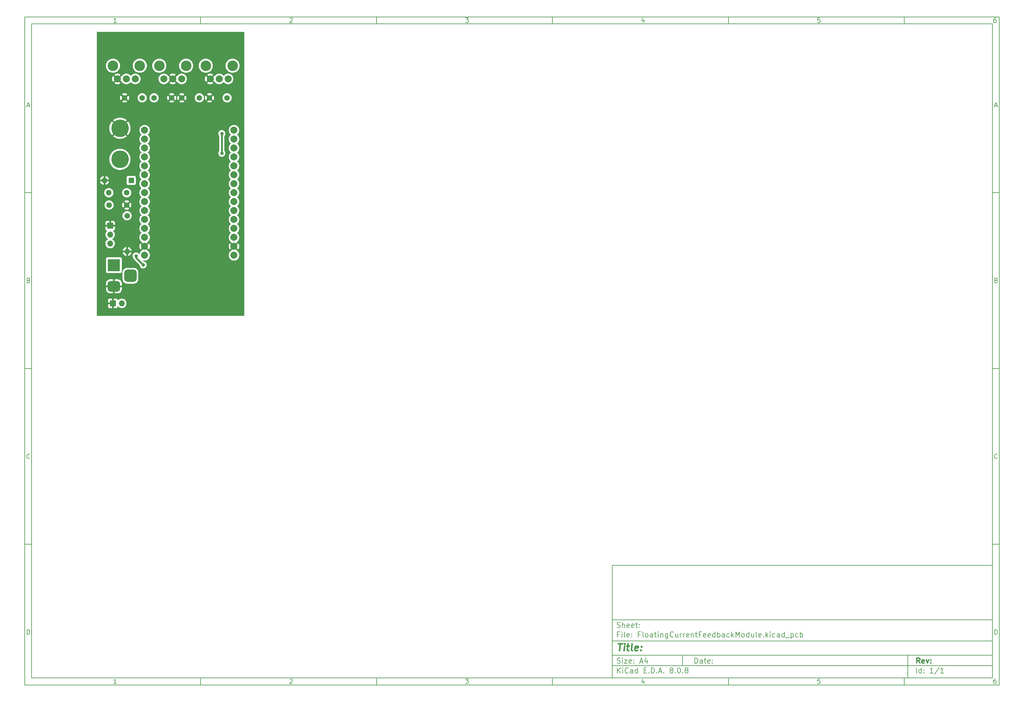
<source format=gbr>
%TF.GenerationSoftware,KiCad,Pcbnew,8.0.8*%
%TF.CreationDate,2025-05-01T12:34:51+01:00*%
%TF.ProjectId,FloatingCurrentFeedbackModule,466c6f61-7469-46e6-9743-757272656e74,rev?*%
%TF.SameCoordinates,Original*%
%TF.FileFunction,Copper,L2,Bot*%
%TF.FilePolarity,Positive*%
%FSLAX46Y46*%
G04 Gerber Fmt 4.6, Leading zero omitted, Abs format (unit mm)*
G04 Created by KiCad (PCBNEW 8.0.8) date 2025-05-01 12:34:51*
%MOMM*%
%LPD*%
G01*
G04 APERTURE LIST*
G04 Aperture macros list*
%AMRoundRect*
0 Rectangle with rounded corners*
0 $1 Rounding radius*
0 $2 $3 $4 $5 $6 $7 $8 $9 X,Y pos of 4 corners*
0 Add a 4 corners polygon primitive as box body*
4,1,4,$2,$3,$4,$5,$6,$7,$8,$9,$2,$3,0*
0 Add four circle primitives for the rounded corners*
1,1,$1+$1,$2,$3*
1,1,$1+$1,$4,$5*
1,1,$1+$1,$6,$7*
1,1,$1+$1,$8,$9*
0 Add four rect primitives between the rounded corners*
20,1,$1+$1,$2,$3,$4,$5,0*
20,1,$1+$1,$4,$5,$6,$7,0*
20,1,$1+$1,$6,$7,$8,$9,0*
20,1,$1+$1,$8,$9,$2,$3,0*%
G04 Aperture macros list end*
%ADD10C,0.100000*%
%ADD11C,0.150000*%
%ADD12C,0.300000*%
%ADD13C,0.400000*%
%TA.AperFunction,ComponentPad*%
%ADD14O,1.600000X1.600000*%
%TD*%
%TA.AperFunction,ComponentPad*%
%ADD15C,1.600000*%
%TD*%
%TA.AperFunction,ComponentPad*%
%ADD16R,3.500000X3.500000*%
%TD*%
%TA.AperFunction,ComponentPad*%
%ADD17RoundRect,0.750000X1.000000X-0.750000X1.000000X0.750000X-1.000000X0.750000X-1.000000X-0.750000X0*%
%TD*%
%TA.AperFunction,ComponentPad*%
%ADD18RoundRect,0.875000X0.875000X-0.875000X0.875000X0.875000X-0.875000X0.875000X-0.875000X-0.875000X0*%
%TD*%
%TA.AperFunction,ComponentPad*%
%ADD19C,5.000000*%
%TD*%
%TA.AperFunction,ComponentPad*%
%ADD20R,1.700000X1.700000*%
%TD*%
%TA.AperFunction,ComponentPad*%
%ADD21O,1.700000X1.700000*%
%TD*%
%TA.AperFunction,ComponentPad*%
%ADD22C,2.000000*%
%TD*%
%TA.AperFunction,WasherPad*%
%ADD23C,3.000000*%
%TD*%
%TA.AperFunction,ComponentPad*%
%ADD24R,1.600000X1.600000*%
%TD*%
%TA.AperFunction,ComponentPad*%
%ADD25C,4.400000*%
%TD*%
%TA.AperFunction,ViaPad*%
%ADD26C,1.000000*%
%TD*%
%TA.AperFunction,Conductor*%
%ADD27C,0.500000*%
%TD*%
G04 APERTURE END LIST*
D10*
D11*
X177002200Y-166007200D02*
X285002200Y-166007200D01*
X285002200Y-198007200D01*
X177002200Y-198007200D01*
X177002200Y-166007200D01*
D10*
D11*
X10000000Y-10000000D02*
X287002200Y-10000000D01*
X287002200Y-200007200D01*
X10000000Y-200007200D01*
X10000000Y-10000000D01*
D10*
D11*
X12000000Y-12000000D02*
X285002200Y-12000000D01*
X285002200Y-198007200D01*
X12000000Y-198007200D01*
X12000000Y-12000000D01*
D10*
D11*
X60000000Y-12000000D02*
X60000000Y-10000000D01*
D10*
D11*
X110000000Y-12000000D02*
X110000000Y-10000000D01*
D10*
D11*
X160000000Y-12000000D02*
X160000000Y-10000000D01*
D10*
D11*
X210000000Y-12000000D02*
X210000000Y-10000000D01*
D10*
D11*
X260000000Y-12000000D02*
X260000000Y-10000000D01*
D10*
D11*
X36089160Y-11593604D02*
X35346303Y-11593604D01*
X35717731Y-11593604D02*
X35717731Y-10293604D01*
X35717731Y-10293604D02*
X35593922Y-10479319D01*
X35593922Y-10479319D02*
X35470112Y-10603128D01*
X35470112Y-10603128D02*
X35346303Y-10665033D01*
D10*
D11*
X85346303Y-10417414D02*
X85408207Y-10355509D01*
X85408207Y-10355509D02*
X85532017Y-10293604D01*
X85532017Y-10293604D02*
X85841541Y-10293604D01*
X85841541Y-10293604D02*
X85965350Y-10355509D01*
X85965350Y-10355509D02*
X86027255Y-10417414D01*
X86027255Y-10417414D02*
X86089160Y-10541223D01*
X86089160Y-10541223D02*
X86089160Y-10665033D01*
X86089160Y-10665033D02*
X86027255Y-10850747D01*
X86027255Y-10850747D02*
X85284398Y-11593604D01*
X85284398Y-11593604D02*
X86089160Y-11593604D01*
D10*
D11*
X135284398Y-10293604D02*
X136089160Y-10293604D01*
X136089160Y-10293604D02*
X135655826Y-10788842D01*
X135655826Y-10788842D02*
X135841541Y-10788842D01*
X135841541Y-10788842D02*
X135965350Y-10850747D01*
X135965350Y-10850747D02*
X136027255Y-10912652D01*
X136027255Y-10912652D02*
X136089160Y-11036461D01*
X136089160Y-11036461D02*
X136089160Y-11345985D01*
X136089160Y-11345985D02*
X136027255Y-11469795D01*
X136027255Y-11469795D02*
X135965350Y-11531700D01*
X135965350Y-11531700D02*
X135841541Y-11593604D01*
X135841541Y-11593604D02*
X135470112Y-11593604D01*
X135470112Y-11593604D02*
X135346303Y-11531700D01*
X135346303Y-11531700D02*
X135284398Y-11469795D01*
D10*
D11*
X185965350Y-10726938D02*
X185965350Y-11593604D01*
X185655826Y-10231700D02*
X185346303Y-11160271D01*
X185346303Y-11160271D02*
X186151064Y-11160271D01*
D10*
D11*
X236027255Y-10293604D02*
X235408207Y-10293604D01*
X235408207Y-10293604D02*
X235346303Y-10912652D01*
X235346303Y-10912652D02*
X235408207Y-10850747D01*
X235408207Y-10850747D02*
X235532017Y-10788842D01*
X235532017Y-10788842D02*
X235841541Y-10788842D01*
X235841541Y-10788842D02*
X235965350Y-10850747D01*
X235965350Y-10850747D02*
X236027255Y-10912652D01*
X236027255Y-10912652D02*
X236089160Y-11036461D01*
X236089160Y-11036461D02*
X236089160Y-11345985D01*
X236089160Y-11345985D02*
X236027255Y-11469795D01*
X236027255Y-11469795D02*
X235965350Y-11531700D01*
X235965350Y-11531700D02*
X235841541Y-11593604D01*
X235841541Y-11593604D02*
X235532017Y-11593604D01*
X235532017Y-11593604D02*
X235408207Y-11531700D01*
X235408207Y-11531700D02*
X235346303Y-11469795D01*
D10*
D11*
X285965350Y-10293604D02*
X285717731Y-10293604D01*
X285717731Y-10293604D02*
X285593922Y-10355509D01*
X285593922Y-10355509D02*
X285532017Y-10417414D01*
X285532017Y-10417414D02*
X285408207Y-10603128D01*
X285408207Y-10603128D02*
X285346303Y-10850747D01*
X285346303Y-10850747D02*
X285346303Y-11345985D01*
X285346303Y-11345985D02*
X285408207Y-11469795D01*
X285408207Y-11469795D02*
X285470112Y-11531700D01*
X285470112Y-11531700D02*
X285593922Y-11593604D01*
X285593922Y-11593604D02*
X285841541Y-11593604D01*
X285841541Y-11593604D02*
X285965350Y-11531700D01*
X285965350Y-11531700D02*
X286027255Y-11469795D01*
X286027255Y-11469795D02*
X286089160Y-11345985D01*
X286089160Y-11345985D02*
X286089160Y-11036461D01*
X286089160Y-11036461D02*
X286027255Y-10912652D01*
X286027255Y-10912652D02*
X285965350Y-10850747D01*
X285965350Y-10850747D02*
X285841541Y-10788842D01*
X285841541Y-10788842D02*
X285593922Y-10788842D01*
X285593922Y-10788842D02*
X285470112Y-10850747D01*
X285470112Y-10850747D02*
X285408207Y-10912652D01*
X285408207Y-10912652D02*
X285346303Y-11036461D01*
D10*
D11*
X60000000Y-198007200D02*
X60000000Y-200007200D01*
D10*
D11*
X110000000Y-198007200D02*
X110000000Y-200007200D01*
D10*
D11*
X160000000Y-198007200D02*
X160000000Y-200007200D01*
D10*
D11*
X210000000Y-198007200D02*
X210000000Y-200007200D01*
D10*
D11*
X260000000Y-198007200D02*
X260000000Y-200007200D01*
D10*
D11*
X36089160Y-199600804D02*
X35346303Y-199600804D01*
X35717731Y-199600804D02*
X35717731Y-198300804D01*
X35717731Y-198300804D02*
X35593922Y-198486519D01*
X35593922Y-198486519D02*
X35470112Y-198610328D01*
X35470112Y-198610328D02*
X35346303Y-198672233D01*
D10*
D11*
X85346303Y-198424614D02*
X85408207Y-198362709D01*
X85408207Y-198362709D02*
X85532017Y-198300804D01*
X85532017Y-198300804D02*
X85841541Y-198300804D01*
X85841541Y-198300804D02*
X85965350Y-198362709D01*
X85965350Y-198362709D02*
X86027255Y-198424614D01*
X86027255Y-198424614D02*
X86089160Y-198548423D01*
X86089160Y-198548423D02*
X86089160Y-198672233D01*
X86089160Y-198672233D02*
X86027255Y-198857947D01*
X86027255Y-198857947D02*
X85284398Y-199600804D01*
X85284398Y-199600804D02*
X86089160Y-199600804D01*
D10*
D11*
X135284398Y-198300804D02*
X136089160Y-198300804D01*
X136089160Y-198300804D02*
X135655826Y-198796042D01*
X135655826Y-198796042D02*
X135841541Y-198796042D01*
X135841541Y-198796042D02*
X135965350Y-198857947D01*
X135965350Y-198857947D02*
X136027255Y-198919852D01*
X136027255Y-198919852D02*
X136089160Y-199043661D01*
X136089160Y-199043661D02*
X136089160Y-199353185D01*
X136089160Y-199353185D02*
X136027255Y-199476995D01*
X136027255Y-199476995D02*
X135965350Y-199538900D01*
X135965350Y-199538900D02*
X135841541Y-199600804D01*
X135841541Y-199600804D02*
X135470112Y-199600804D01*
X135470112Y-199600804D02*
X135346303Y-199538900D01*
X135346303Y-199538900D02*
X135284398Y-199476995D01*
D10*
D11*
X185965350Y-198734138D02*
X185965350Y-199600804D01*
X185655826Y-198238900D02*
X185346303Y-199167471D01*
X185346303Y-199167471D02*
X186151064Y-199167471D01*
D10*
D11*
X236027255Y-198300804D02*
X235408207Y-198300804D01*
X235408207Y-198300804D02*
X235346303Y-198919852D01*
X235346303Y-198919852D02*
X235408207Y-198857947D01*
X235408207Y-198857947D02*
X235532017Y-198796042D01*
X235532017Y-198796042D02*
X235841541Y-198796042D01*
X235841541Y-198796042D02*
X235965350Y-198857947D01*
X235965350Y-198857947D02*
X236027255Y-198919852D01*
X236027255Y-198919852D02*
X236089160Y-199043661D01*
X236089160Y-199043661D02*
X236089160Y-199353185D01*
X236089160Y-199353185D02*
X236027255Y-199476995D01*
X236027255Y-199476995D02*
X235965350Y-199538900D01*
X235965350Y-199538900D02*
X235841541Y-199600804D01*
X235841541Y-199600804D02*
X235532017Y-199600804D01*
X235532017Y-199600804D02*
X235408207Y-199538900D01*
X235408207Y-199538900D02*
X235346303Y-199476995D01*
D10*
D11*
X285965350Y-198300804D02*
X285717731Y-198300804D01*
X285717731Y-198300804D02*
X285593922Y-198362709D01*
X285593922Y-198362709D02*
X285532017Y-198424614D01*
X285532017Y-198424614D02*
X285408207Y-198610328D01*
X285408207Y-198610328D02*
X285346303Y-198857947D01*
X285346303Y-198857947D02*
X285346303Y-199353185D01*
X285346303Y-199353185D02*
X285408207Y-199476995D01*
X285408207Y-199476995D02*
X285470112Y-199538900D01*
X285470112Y-199538900D02*
X285593922Y-199600804D01*
X285593922Y-199600804D02*
X285841541Y-199600804D01*
X285841541Y-199600804D02*
X285965350Y-199538900D01*
X285965350Y-199538900D02*
X286027255Y-199476995D01*
X286027255Y-199476995D02*
X286089160Y-199353185D01*
X286089160Y-199353185D02*
X286089160Y-199043661D01*
X286089160Y-199043661D02*
X286027255Y-198919852D01*
X286027255Y-198919852D02*
X285965350Y-198857947D01*
X285965350Y-198857947D02*
X285841541Y-198796042D01*
X285841541Y-198796042D02*
X285593922Y-198796042D01*
X285593922Y-198796042D02*
X285470112Y-198857947D01*
X285470112Y-198857947D02*
X285408207Y-198919852D01*
X285408207Y-198919852D02*
X285346303Y-199043661D01*
D10*
D11*
X10000000Y-60000000D02*
X12000000Y-60000000D01*
D10*
D11*
X10000000Y-110000000D02*
X12000000Y-110000000D01*
D10*
D11*
X10000000Y-160000000D02*
X12000000Y-160000000D01*
D10*
D11*
X10690476Y-35222176D02*
X11309523Y-35222176D01*
X10566666Y-35593604D02*
X10999999Y-34293604D01*
X10999999Y-34293604D02*
X11433333Y-35593604D01*
D10*
D11*
X11092857Y-84912652D02*
X11278571Y-84974557D01*
X11278571Y-84974557D02*
X11340476Y-85036461D01*
X11340476Y-85036461D02*
X11402380Y-85160271D01*
X11402380Y-85160271D02*
X11402380Y-85345985D01*
X11402380Y-85345985D02*
X11340476Y-85469795D01*
X11340476Y-85469795D02*
X11278571Y-85531700D01*
X11278571Y-85531700D02*
X11154761Y-85593604D01*
X11154761Y-85593604D02*
X10659523Y-85593604D01*
X10659523Y-85593604D02*
X10659523Y-84293604D01*
X10659523Y-84293604D02*
X11092857Y-84293604D01*
X11092857Y-84293604D02*
X11216666Y-84355509D01*
X11216666Y-84355509D02*
X11278571Y-84417414D01*
X11278571Y-84417414D02*
X11340476Y-84541223D01*
X11340476Y-84541223D02*
X11340476Y-84665033D01*
X11340476Y-84665033D02*
X11278571Y-84788842D01*
X11278571Y-84788842D02*
X11216666Y-84850747D01*
X11216666Y-84850747D02*
X11092857Y-84912652D01*
X11092857Y-84912652D02*
X10659523Y-84912652D01*
D10*
D11*
X11402380Y-135469795D02*
X11340476Y-135531700D01*
X11340476Y-135531700D02*
X11154761Y-135593604D01*
X11154761Y-135593604D02*
X11030952Y-135593604D01*
X11030952Y-135593604D02*
X10845238Y-135531700D01*
X10845238Y-135531700D02*
X10721428Y-135407890D01*
X10721428Y-135407890D02*
X10659523Y-135284080D01*
X10659523Y-135284080D02*
X10597619Y-135036461D01*
X10597619Y-135036461D02*
X10597619Y-134850747D01*
X10597619Y-134850747D02*
X10659523Y-134603128D01*
X10659523Y-134603128D02*
X10721428Y-134479319D01*
X10721428Y-134479319D02*
X10845238Y-134355509D01*
X10845238Y-134355509D02*
X11030952Y-134293604D01*
X11030952Y-134293604D02*
X11154761Y-134293604D01*
X11154761Y-134293604D02*
X11340476Y-134355509D01*
X11340476Y-134355509D02*
X11402380Y-134417414D01*
D10*
D11*
X10659523Y-185593604D02*
X10659523Y-184293604D01*
X10659523Y-184293604D02*
X10969047Y-184293604D01*
X10969047Y-184293604D02*
X11154761Y-184355509D01*
X11154761Y-184355509D02*
X11278571Y-184479319D01*
X11278571Y-184479319D02*
X11340476Y-184603128D01*
X11340476Y-184603128D02*
X11402380Y-184850747D01*
X11402380Y-184850747D02*
X11402380Y-185036461D01*
X11402380Y-185036461D02*
X11340476Y-185284080D01*
X11340476Y-185284080D02*
X11278571Y-185407890D01*
X11278571Y-185407890D02*
X11154761Y-185531700D01*
X11154761Y-185531700D02*
X10969047Y-185593604D01*
X10969047Y-185593604D02*
X10659523Y-185593604D01*
D10*
D11*
X287002200Y-60000000D02*
X285002200Y-60000000D01*
D10*
D11*
X287002200Y-110000000D02*
X285002200Y-110000000D01*
D10*
D11*
X287002200Y-160000000D02*
X285002200Y-160000000D01*
D10*
D11*
X285692676Y-35222176D02*
X286311723Y-35222176D01*
X285568866Y-35593604D02*
X286002199Y-34293604D01*
X286002199Y-34293604D02*
X286435533Y-35593604D01*
D10*
D11*
X286095057Y-84912652D02*
X286280771Y-84974557D01*
X286280771Y-84974557D02*
X286342676Y-85036461D01*
X286342676Y-85036461D02*
X286404580Y-85160271D01*
X286404580Y-85160271D02*
X286404580Y-85345985D01*
X286404580Y-85345985D02*
X286342676Y-85469795D01*
X286342676Y-85469795D02*
X286280771Y-85531700D01*
X286280771Y-85531700D02*
X286156961Y-85593604D01*
X286156961Y-85593604D02*
X285661723Y-85593604D01*
X285661723Y-85593604D02*
X285661723Y-84293604D01*
X285661723Y-84293604D02*
X286095057Y-84293604D01*
X286095057Y-84293604D02*
X286218866Y-84355509D01*
X286218866Y-84355509D02*
X286280771Y-84417414D01*
X286280771Y-84417414D02*
X286342676Y-84541223D01*
X286342676Y-84541223D02*
X286342676Y-84665033D01*
X286342676Y-84665033D02*
X286280771Y-84788842D01*
X286280771Y-84788842D02*
X286218866Y-84850747D01*
X286218866Y-84850747D02*
X286095057Y-84912652D01*
X286095057Y-84912652D02*
X285661723Y-84912652D01*
D10*
D11*
X286404580Y-135469795D02*
X286342676Y-135531700D01*
X286342676Y-135531700D02*
X286156961Y-135593604D01*
X286156961Y-135593604D02*
X286033152Y-135593604D01*
X286033152Y-135593604D02*
X285847438Y-135531700D01*
X285847438Y-135531700D02*
X285723628Y-135407890D01*
X285723628Y-135407890D02*
X285661723Y-135284080D01*
X285661723Y-135284080D02*
X285599819Y-135036461D01*
X285599819Y-135036461D02*
X285599819Y-134850747D01*
X285599819Y-134850747D02*
X285661723Y-134603128D01*
X285661723Y-134603128D02*
X285723628Y-134479319D01*
X285723628Y-134479319D02*
X285847438Y-134355509D01*
X285847438Y-134355509D02*
X286033152Y-134293604D01*
X286033152Y-134293604D02*
X286156961Y-134293604D01*
X286156961Y-134293604D02*
X286342676Y-134355509D01*
X286342676Y-134355509D02*
X286404580Y-134417414D01*
D10*
D11*
X285661723Y-185593604D02*
X285661723Y-184293604D01*
X285661723Y-184293604D02*
X285971247Y-184293604D01*
X285971247Y-184293604D02*
X286156961Y-184355509D01*
X286156961Y-184355509D02*
X286280771Y-184479319D01*
X286280771Y-184479319D02*
X286342676Y-184603128D01*
X286342676Y-184603128D02*
X286404580Y-184850747D01*
X286404580Y-184850747D02*
X286404580Y-185036461D01*
X286404580Y-185036461D02*
X286342676Y-185284080D01*
X286342676Y-185284080D02*
X286280771Y-185407890D01*
X286280771Y-185407890D02*
X286156961Y-185531700D01*
X286156961Y-185531700D02*
X285971247Y-185593604D01*
X285971247Y-185593604D02*
X285661723Y-185593604D01*
D10*
D11*
X200458026Y-193793328D02*
X200458026Y-192293328D01*
X200458026Y-192293328D02*
X200815169Y-192293328D01*
X200815169Y-192293328D02*
X201029455Y-192364757D01*
X201029455Y-192364757D02*
X201172312Y-192507614D01*
X201172312Y-192507614D02*
X201243741Y-192650471D01*
X201243741Y-192650471D02*
X201315169Y-192936185D01*
X201315169Y-192936185D02*
X201315169Y-193150471D01*
X201315169Y-193150471D02*
X201243741Y-193436185D01*
X201243741Y-193436185D02*
X201172312Y-193579042D01*
X201172312Y-193579042D02*
X201029455Y-193721900D01*
X201029455Y-193721900D02*
X200815169Y-193793328D01*
X200815169Y-193793328D02*
X200458026Y-193793328D01*
X202600884Y-193793328D02*
X202600884Y-193007614D01*
X202600884Y-193007614D02*
X202529455Y-192864757D01*
X202529455Y-192864757D02*
X202386598Y-192793328D01*
X202386598Y-192793328D02*
X202100884Y-192793328D01*
X202100884Y-192793328D02*
X201958026Y-192864757D01*
X202600884Y-193721900D02*
X202458026Y-193793328D01*
X202458026Y-193793328D02*
X202100884Y-193793328D01*
X202100884Y-193793328D02*
X201958026Y-193721900D01*
X201958026Y-193721900D02*
X201886598Y-193579042D01*
X201886598Y-193579042D02*
X201886598Y-193436185D01*
X201886598Y-193436185D02*
X201958026Y-193293328D01*
X201958026Y-193293328D02*
X202100884Y-193221900D01*
X202100884Y-193221900D02*
X202458026Y-193221900D01*
X202458026Y-193221900D02*
X202600884Y-193150471D01*
X203100884Y-192793328D02*
X203672312Y-192793328D01*
X203315169Y-192293328D02*
X203315169Y-193579042D01*
X203315169Y-193579042D02*
X203386598Y-193721900D01*
X203386598Y-193721900D02*
X203529455Y-193793328D01*
X203529455Y-193793328D02*
X203672312Y-193793328D01*
X204743741Y-193721900D02*
X204600884Y-193793328D01*
X204600884Y-193793328D02*
X204315170Y-193793328D01*
X204315170Y-193793328D02*
X204172312Y-193721900D01*
X204172312Y-193721900D02*
X204100884Y-193579042D01*
X204100884Y-193579042D02*
X204100884Y-193007614D01*
X204100884Y-193007614D02*
X204172312Y-192864757D01*
X204172312Y-192864757D02*
X204315170Y-192793328D01*
X204315170Y-192793328D02*
X204600884Y-192793328D01*
X204600884Y-192793328D02*
X204743741Y-192864757D01*
X204743741Y-192864757D02*
X204815170Y-193007614D01*
X204815170Y-193007614D02*
X204815170Y-193150471D01*
X204815170Y-193150471D02*
X204100884Y-193293328D01*
X205458026Y-193650471D02*
X205529455Y-193721900D01*
X205529455Y-193721900D02*
X205458026Y-193793328D01*
X205458026Y-193793328D02*
X205386598Y-193721900D01*
X205386598Y-193721900D02*
X205458026Y-193650471D01*
X205458026Y-193650471D02*
X205458026Y-193793328D01*
X205458026Y-192864757D02*
X205529455Y-192936185D01*
X205529455Y-192936185D02*
X205458026Y-193007614D01*
X205458026Y-193007614D02*
X205386598Y-192936185D01*
X205386598Y-192936185D02*
X205458026Y-192864757D01*
X205458026Y-192864757D02*
X205458026Y-193007614D01*
D10*
D11*
X177002200Y-194507200D02*
X285002200Y-194507200D01*
D10*
D11*
X178458026Y-196593328D02*
X178458026Y-195093328D01*
X179315169Y-196593328D02*
X178672312Y-195736185D01*
X179315169Y-195093328D02*
X178458026Y-195950471D01*
X179958026Y-196593328D02*
X179958026Y-195593328D01*
X179958026Y-195093328D02*
X179886598Y-195164757D01*
X179886598Y-195164757D02*
X179958026Y-195236185D01*
X179958026Y-195236185D02*
X180029455Y-195164757D01*
X180029455Y-195164757D02*
X179958026Y-195093328D01*
X179958026Y-195093328D02*
X179958026Y-195236185D01*
X181529455Y-196450471D02*
X181458027Y-196521900D01*
X181458027Y-196521900D02*
X181243741Y-196593328D01*
X181243741Y-196593328D02*
X181100884Y-196593328D01*
X181100884Y-196593328D02*
X180886598Y-196521900D01*
X180886598Y-196521900D02*
X180743741Y-196379042D01*
X180743741Y-196379042D02*
X180672312Y-196236185D01*
X180672312Y-196236185D02*
X180600884Y-195950471D01*
X180600884Y-195950471D02*
X180600884Y-195736185D01*
X180600884Y-195736185D02*
X180672312Y-195450471D01*
X180672312Y-195450471D02*
X180743741Y-195307614D01*
X180743741Y-195307614D02*
X180886598Y-195164757D01*
X180886598Y-195164757D02*
X181100884Y-195093328D01*
X181100884Y-195093328D02*
X181243741Y-195093328D01*
X181243741Y-195093328D02*
X181458027Y-195164757D01*
X181458027Y-195164757D02*
X181529455Y-195236185D01*
X182815170Y-196593328D02*
X182815170Y-195807614D01*
X182815170Y-195807614D02*
X182743741Y-195664757D01*
X182743741Y-195664757D02*
X182600884Y-195593328D01*
X182600884Y-195593328D02*
X182315170Y-195593328D01*
X182315170Y-195593328D02*
X182172312Y-195664757D01*
X182815170Y-196521900D02*
X182672312Y-196593328D01*
X182672312Y-196593328D02*
X182315170Y-196593328D01*
X182315170Y-196593328D02*
X182172312Y-196521900D01*
X182172312Y-196521900D02*
X182100884Y-196379042D01*
X182100884Y-196379042D02*
X182100884Y-196236185D01*
X182100884Y-196236185D02*
X182172312Y-196093328D01*
X182172312Y-196093328D02*
X182315170Y-196021900D01*
X182315170Y-196021900D02*
X182672312Y-196021900D01*
X182672312Y-196021900D02*
X182815170Y-195950471D01*
X184172313Y-196593328D02*
X184172313Y-195093328D01*
X184172313Y-196521900D02*
X184029455Y-196593328D01*
X184029455Y-196593328D02*
X183743741Y-196593328D01*
X183743741Y-196593328D02*
X183600884Y-196521900D01*
X183600884Y-196521900D02*
X183529455Y-196450471D01*
X183529455Y-196450471D02*
X183458027Y-196307614D01*
X183458027Y-196307614D02*
X183458027Y-195879042D01*
X183458027Y-195879042D02*
X183529455Y-195736185D01*
X183529455Y-195736185D02*
X183600884Y-195664757D01*
X183600884Y-195664757D02*
X183743741Y-195593328D01*
X183743741Y-195593328D02*
X184029455Y-195593328D01*
X184029455Y-195593328D02*
X184172313Y-195664757D01*
X186029455Y-195807614D02*
X186529455Y-195807614D01*
X186743741Y-196593328D02*
X186029455Y-196593328D01*
X186029455Y-196593328D02*
X186029455Y-195093328D01*
X186029455Y-195093328D02*
X186743741Y-195093328D01*
X187386598Y-196450471D02*
X187458027Y-196521900D01*
X187458027Y-196521900D02*
X187386598Y-196593328D01*
X187386598Y-196593328D02*
X187315170Y-196521900D01*
X187315170Y-196521900D02*
X187386598Y-196450471D01*
X187386598Y-196450471D02*
X187386598Y-196593328D01*
X188100884Y-196593328D02*
X188100884Y-195093328D01*
X188100884Y-195093328D02*
X188458027Y-195093328D01*
X188458027Y-195093328D02*
X188672313Y-195164757D01*
X188672313Y-195164757D02*
X188815170Y-195307614D01*
X188815170Y-195307614D02*
X188886599Y-195450471D01*
X188886599Y-195450471D02*
X188958027Y-195736185D01*
X188958027Y-195736185D02*
X188958027Y-195950471D01*
X188958027Y-195950471D02*
X188886599Y-196236185D01*
X188886599Y-196236185D02*
X188815170Y-196379042D01*
X188815170Y-196379042D02*
X188672313Y-196521900D01*
X188672313Y-196521900D02*
X188458027Y-196593328D01*
X188458027Y-196593328D02*
X188100884Y-196593328D01*
X189600884Y-196450471D02*
X189672313Y-196521900D01*
X189672313Y-196521900D02*
X189600884Y-196593328D01*
X189600884Y-196593328D02*
X189529456Y-196521900D01*
X189529456Y-196521900D02*
X189600884Y-196450471D01*
X189600884Y-196450471D02*
X189600884Y-196593328D01*
X190243742Y-196164757D02*
X190958028Y-196164757D01*
X190100885Y-196593328D02*
X190600885Y-195093328D01*
X190600885Y-195093328D02*
X191100885Y-196593328D01*
X191600884Y-196450471D02*
X191672313Y-196521900D01*
X191672313Y-196521900D02*
X191600884Y-196593328D01*
X191600884Y-196593328D02*
X191529456Y-196521900D01*
X191529456Y-196521900D02*
X191600884Y-196450471D01*
X191600884Y-196450471D02*
X191600884Y-196593328D01*
X193672313Y-195736185D02*
X193529456Y-195664757D01*
X193529456Y-195664757D02*
X193458027Y-195593328D01*
X193458027Y-195593328D02*
X193386599Y-195450471D01*
X193386599Y-195450471D02*
X193386599Y-195379042D01*
X193386599Y-195379042D02*
X193458027Y-195236185D01*
X193458027Y-195236185D02*
X193529456Y-195164757D01*
X193529456Y-195164757D02*
X193672313Y-195093328D01*
X193672313Y-195093328D02*
X193958027Y-195093328D01*
X193958027Y-195093328D02*
X194100885Y-195164757D01*
X194100885Y-195164757D02*
X194172313Y-195236185D01*
X194172313Y-195236185D02*
X194243742Y-195379042D01*
X194243742Y-195379042D02*
X194243742Y-195450471D01*
X194243742Y-195450471D02*
X194172313Y-195593328D01*
X194172313Y-195593328D02*
X194100885Y-195664757D01*
X194100885Y-195664757D02*
X193958027Y-195736185D01*
X193958027Y-195736185D02*
X193672313Y-195736185D01*
X193672313Y-195736185D02*
X193529456Y-195807614D01*
X193529456Y-195807614D02*
X193458027Y-195879042D01*
X193458027Y-195879042D02*
X193386599Y-196021900D01*
X193386599Y-196021900D02*
X193386599Y-196307614D01*
X193386599Y-196307614D02*
X193458027Y-196450471D01*
X193458027Y-196450471D02*
X193529456Y-196521900D01*
X193529456Y-196521900D02*
X193672313Y-196593328D01*
X193672313Y-196593328D02*
X193958027Y-196593328D01*
X193958027Y-196593328D02*
X194100885Y-196521900D01*
X194100885Y-196521900D02*
X194172313Y-196450471D01*
X194172313Y-196450471D02*
X194243742Y-196307614D01*
X194243742Y-196307614D02*
X194243742Y-196021900D01*
X194243742Y-196021900D02*
X194172313Y-195879042D01*
X194172313Y-195879042D02*
X194100885Y-195807614D01*
X194100885Y-195807614D02*
X193958027Y-195736185D01*
X194886598Y-196450471D02*
X194958027Y-196521900D01*
X194958027Y-196521900D02*
X194886598Y-196593328D01*
X194886598Y-196593328D02*
X194815170Y-196521900D01*
X194815170Y-196521900D02*
X194886598Y-196450471D01*
X194886598Y-196450471D02*
X194886598Y-196593328D01*
X195886599Y-195093328D02*
X196029456Y-195093328D01*
X196029456Y-195093328D02*
X196172313Y-195164757D01*
X196172313Y-195164757D02*
X196243742Y-195236185D01*
X196243742Y-195236185D02*
X196315170Y-195379042D01*
X196315170Y-195379042D02*
X196386599Y-195664757D01*
X196386599Y-195664757D02*
X196386599Y-196021900D01*
X196386599Y-196021900D02*
X196315170Y-196307614D01*
X196315170Y-196307614D02*
X196243742Y-196450471D01*
X196243742Y-196450471D02*
X196172313Y-196521900D01*
X196172313Y-196521900D02*
X196029456Y-196593328D01*
X196029456Y-196593328D02*
X195886599Y-196593328D01*
X195886599Y-196593328D02*
X195743742Y-196521900D01*
X195743742Y-196521900D02*
X195672313Y-196450471D01*
X195672313Y-196450471D02*
X195600884Y-196307614D01*
X195600884Y-196307614D02*
X195529456Y-196021900D01*
X195529456Y-196021900D02*
X195529456Y-195664757D01*
X195529456Y-195664757D02*
X195600884Y-195379042D01*
X195600884Y-195379042D02*
X195672313Y-195236185D01*
X195672313Y-195236185D02*
X195743742Y-195164757D01*
X195743742Y-195164757D02*
X195886599Y-195093328D01*
X197029455Y-196450471D02*
X197100884Y-196521900D01*
X197100884Y-196521900D02*
X197029455Y-196593328D01*
X197029455Y-196593328D02*
X196958027Y-196521900D01*
X196958027Y-196521900D02*
X197029455Y-196450471D01*
X197029455Y-196450471D02*
X197029455Y-196593328D01*
X197958027Y-195736185D02*
X197815170Y-195664757D01*
X197815170Y-195664757D02*
X197743741Y-195593328D01*
X197743741Y-195593328D02*
X197672313Y-195450471D01*
X197672313Y-195450471D02*
X197672313Y-195379042D01*
X197672313Y-195379042D02*
X197743741Y-195236185D01*
X197743741Y-195236185D02*
X197815170Y-195164757D01*
X197815170Y-195164757D02*
X197958027Y-195093328D01*
X197958027Y-195093328D02*
X198243741Y-195093328D01*
X198243741Y-195093328D02*
X198386599Y-195164757D01*
X198386599Y-195164757D02*
X198458027Y-195236185D01*
X198458027Y-195236185D02*
X198529456Y-195379042D01*
X198529456Y-195379042D02*
X198529456Y-195450471D01*
X198529456Y-195450471D02*
X198458027Y-195593328D01*
X198458027Y-195593328D02*
X198386599Y-195664757D01*
X198386599Y-195664757D02*
X198243741Y-195736185D01*
X198243741Y-195736185D02*
X197958027Y-195736185D01*
X197958027Y-195736185D02*
X197815170Y-195807614D01*
X197815170Y-195807614D02*
X197743741Y-195879042D01*
X197743741Y-195879042D02*
X197672313Y-196021900D01*
X197672313Y-196021900D02*
X197672313Y-196307614D01*
X197672313Y-196307614D02*
X197743741Y-196450471D01*
X197743741Y-196450471D02*
X197815170Y-196521900D01*
X197815170Y-196521900D02*
X197958027Y-196593328D01*
X197958027Y-196593328D02*
X198243741Y-196593328D01*
X198243741Y-196593328D02*
X198386599Y-196521900D01*
X198386599Y-196521900D02*
X198458027Y-196450471D01*
X198458027Y-196450471D02*
X198529456Y-196307614D01*
X198529456Y-196307614D02*
X198529456Y-196021900D01*
X198529456Y-196021900D02*
X198458027Y-195879042D01*
X198458027Y-195879042D02*
X198386599Y-195807614D01*
X198386599Y-195807614D02*
X198243741Y-195736185D01*
D10*
D11*
X177002200Y-191507200D02*
X285002200Y-191507200D01*
D10*
D12*
X264413853Y-193785528D02*
X263913853Y-193071242D01*
X263556710Y-193785528D02*
X263556710Y-192285528D01*
X263556710Y-192285528D02*
X264128139Y-192285528D01*
X264128139Y-192285528D02*
X264270996Y-192356957D01*
X264270996Y-192356957D02*
X264342425Y-192428385D01*
X264342425Y-192428385D02*
X264413853Y-192571242D01*
X264413853Y-192571242D02*
X264413853Y-192785528D01*
X264413853Y-192785528D02*
X264342425Y-192928385D01*
X264342425Y-192928385D02*
X264270996Y-192999814D01*
X264270996Y-192999814D02*
X264128139Y-193071242D01*
X264128139Y-193071242D02*
X263556710Y-193071242D01*
X265628139Y-193714100D02*
X265485282Y-193785528D01*
X265485282Y-193785528D02*
X265199568Y-193785528D01*
X265199568Y-193785528D02*
X265056710Y-193714100D01*
X265056710Y-193714100D02*
X264985282Y-193571242D01*
X264985282Y-193571242D02*
X264985282Y-192999814D01*
X264985282Y-192999814D02*
X265056710Y-192856957D01*
X265056710Y-192856957D02*
X265199568Y-192785528D01*
X265199568Y-192785528D02*
X265485282Y-192785528D01*
X265485282Y-192785528D02*
X265628139Y-192856957D01*
X265628139Y-192856957D02*
X265699568Y-192999814D01*
X265699568Y-192999814D02*
X265699568Y-193142671D01*
X265699568Y-193142671D02*
X264985282Y-193285528D01*
X266199567Y-192785528D02*
X266556710Y-193785528D01*
X266556710Y-193785528D02*
X266913853Y-192785528D01*
X267485281Y-193642671D02*
X267556710Y-193714100D01*
X267556710Y-193714100D02*
X267485281Y-193785528D01*
X267485281Y-193785528D02*
X267413853Y-193714100D01*
X267413853Y-193714100D02*
X267485281Y-193642671D01*
X267485281Y-193642671D02*
X267485281Y-193785528D01*
X267485281Y-192856957D02*
X267556710Y-192928385D01*
X267556710Y-192928385D02*
X267485281Y-192999814D01*
X267485281Y-192999814D02*
X267413853Y-192928385D01*
X267413853Y-192928385D02*
X267485281Y-192856957D01*
X267485281Y-192856957D02*
X267485281Y-192999814D01*
D10*
D11*
X178386598Y-193721900D02*
X178600884Y-193793328D01*
X178600884Y-193793328D02*
X178958026Y-193793328D01*
X178958026Y-193793328D02*
X179100884Y-193721900D01*
X179100884Y-193721900D02*
X179172312Y-193650471D01*
X179172312Y-193650471D02*
X179243741Y-193507614D01*
X179243741Y-193507614D02*
X179243741Y-193364757D01*
X179243741Y-193364757D02*
X179172312Y-193221900D01*
X179172312Y-193221900D02*
X179100884Y-193150471D01*
X179100884Y-193150471D02*
X178958026Y-193079042D01*
X178958026Y-193079042D02*
X178672312Y-193007614D01*
X178672312Y-193007614D02*
X178529455Y-192936185D01*
X178529455Y-192936185D02*
X178458026Y-192864757D01*
X178458026Y-192864757D02*
X178386598Y-192721900D01*
X178386598Y-192721900D02*
X178386598Y-192579042D01*
X178386598Y-192579042D02*
X178458026Y-192436185D01*
X178458026Y-192436185D02*
X178529455Y-192364757D01*
X178529455Y-192364757D02*
X178672312Y-192293328D01*
X178672312Y-192293328D02*
X179029455Y-192293328D01*
X179029455Y-192293328D02*
X179243741Y-192364757D01*
X179886597Y-193793328D02*
X179886597Y-192793328D01*
X179886597Y-192293328D02*
X179815169Y-192364757D01*
X179815169Y-192364757D02*
X179886597Y-192436185D01*
X179886597Y-192436185D02*
X179958026Y-192364757D01*
X179958026Y-192364757D02*
X179886597Y-192293328D01*
X179886597Y-192293328D02*
X179886597Y-192436185D01*
X180458026Y-192793328D02*
X181243741Y-192793328D01*
X181243741Y-192793328D02*
X180458026Y-193793328D01*
X180458026Y-193793328D02*
X181243741Y-193793328D01*
X182386598Y-193721900D02*
X182243741Y-193793328D01*
X182243741Y-193793328D02*
X181958027Y-193793328D01*
X181958027Y-193793328D02*
X181815169Y-193721900D01*
X181815169Y-193721900D02*
X181743741Y-193579042D01*
X181743741Y-193579042D02*
X181743741Y-193007614D01*
X181743741Y-193007614D02*
X181815169Y-192864757D01*
X181815169Y-192864757D02*
X181958027Y-192793328D01*
X181958027Y-192793328D02*
X182243741Y-192793328D01*
X182243741Y-192793328D02*
X182386598Y-192864757D01*
X182386598Y-192864757D02*
X182458027Y-193007614D01*
X182458027Y-193007614D02*
X182458027Y-193150471D01*
X182458027Y-193150471D02*
X181743741Y-193293328D01*
X183100883Y-193650471D02*
X183172312Y-193721900D01*
X183172312Y-193721900D02*
X183100883Y-193793328D01*
X183100883Y-193793328D02*
X183029455Y-193721900D01*
X183029455Y-193721900D02*
X183100883Y-193650471D01*
X183100883Y-193650471D02*
X183100883Y-193793328D01*
X183100883Y-192864757D02*
X183172312Y-192936185D01*
X183172312Y-192936185D02*
X183100883Y-193007614D01*
X183100883Y-193007614D02*
X183029455Y-192936185D01*
X183029455Y-192936185D02*
X183100883Y-192864757D01*
X183100883Y-192864757D02*
X183100883Y-193007614D01*
X184886598Y-193364757D02*
X185600884Y-193364757D01*
X184743741Y-193793328D02*
X185243741Y-192293328D01*
X185243741Y-192293328D02*
X185743741Y-193793328D01*
X186886598Y-192793328D02*
X186886598Y-193793328D01*
X186529455Y-192221900D02*
X186172312Y-193293328D01*
X186172312Y-193293328D02*
X187100883Y-193293328D01*
D10*
D11*
X263458026Y-196593328D02*
X263458026Y-195093328D01*
X264815170Y-196593328D02*
X264815170Y-195093328D01*
X264815170Y-196521900D02*
X264672312Y-196593328D01*
X264672312Y-196593328D02*
X264386598Y-196593328D01*
X264386598Y-196593328D02*
X264243741Y-196521900D01*
X264243741Y-196521900D02*
X264172312Y-196450471D01*
X264172312Y-196450471D02*
X264100884Y-196307614D01*
X264100884Y-196307614D02*
X264100884Y-195879042D01*
X264100884Y-195879042D02*
X264172312Y-195736185D01*
X264172312Y-195736185D02*
X264243741Y-195664757D01*
X264243741Y-195664757D02*
X264386598Y-195593328D01*
X264386598Y-195593328D02*
X264672312Y-195593328D01*
X264672312Y-195593328D02*
X264815170Y-195664757D01*
X265529455Y-196450471D02*
X265600884Y-196521900D01*
X265600884Y-196521900D02*
X265529455Y-196593328D01*
X265529455Y-196593328D02*
X265458027Y-196521900D01*
X265458027Y-196521900D02*
X265529455Y-196450471D01*
X265529455Y-196450471D02*
X265529455Y-196593328D01*
X265529455Y-195664757D02*
X265600884Y-195736185D01*
X265600884Y-195736185D02*
X265529455Y-195807614D01*
X265529455Y-195807614D02*
X265458027Y-195736185D01*
X265458027Y-195736185D02*
X265529455Y-195664757D01*
X265529455Y-195664757D02*
X265529455Y-195807614D01*
X268172313Y-196593328D02*
X267315170Y-196593328D01*
X267743741Y-196593328D02*
X267743741Y-195093328D01*
X267743741Y-195093328D02*
X267600884Y-195307614D01*
X267600884Y-195307614D02*
X267458027Y-195450471D01*
X267458027Y-195450471D02*
X267315170Y-195521900D01*
X269886598Y-195021900D02*
X268600884Y-196950471D01*
X271172313Y-196593328D02*
X270315170Y-196593328D01*
X270743741Y-196593328D02*
X270743741Y-195093328D01*
X270743741Y-195093328D02*
X270600884Y-195307614D01*
X270600884Y-195307614D02*
X270458027Y-195450471D01*
X270458027Y-195450471D02*
X270315170Y-195521900D01*
D10*
D11*
X177002200Y-187507200D02*
X285002200Y-187507200D01*
D10*
D13*
X178693928Y-188211638D02*
X179836785Y-188211638D01*
X179015357Y-190211638D02*
X179265357Y-188211638D01*
X180253452Y-190211638D02*
X180420119Y-188878304D01*
X180503452Y-188211638D02*
X180396309Y-188306876D01*
X180396309Y-188306876D02*
X180479643Y-188402114D01*
X180479643Y-188402114D02*
X180586786Y-188306876D01*
X180586786Y-188306876D02*
X180503452Y-188211638D01*
X180503452Y-188211638D02*
X180479643Y-188402114D01*
X181086786Y-188878304D02*
X181848690Y-188878304D01*
X181455833Y-188211638D02*
X181241548Y-189925923D01*
X181241548Y-189925923D02*
X181312976Y-190116400D01*
X181312976Y-190116400D02*
X181491548Y-190211638D01*
X181491548Y-190211638D02*
X181682024Y-190211638D01*
X182634405Y-190211638D02*
X182455833Y-190116400D01*
X182455833Y-190116400D02*
X182384405Y-189925923D01*
X182384405Y-189925923D02*
X182598690Y-188211638D01*
X184170119Y-190116400D02*
X183967738Y-190211638D01*
X183967738Y-190211638D02*
X183586785Y-190211638D01*
X183586785Y-190211638D02*
X183408214Y-190116400D01*
X183408214Y-190116400D02*
X183336785Y-189925923D01*
X183336785Y-189925923D02*
X183432024Y-189164019D01*
X183432024Y-189164019D02*
X183551071Y-188973542D01*
X183551071Y-188973542D02*
X183753452Y-188878304D01*
X183753452Y-188878304D02*
X184134404Y-188878304D01*
X184134404Y-188878304D02*
X184312976Y-188973542D01*
X184312976Y-188973542D02*
X184384404Y-189164019D01*
X184384404Y-189164019D02*
X184360595Y-189354495D01*
X184360595Y-189354495D02*
X183384404Y-189544971D01*
X185134405Y-190021161D02*
X185217738Y-190116400D01*
X185217738Y-190116400D02*
X185110595Y-190211638D01*
X185110595Y-190211638D02*
X185027262Y-190116400D01*
X185027262Y-190116400D02*
X185134405Y-190021161D01*
X185134405Y-190021161D02*
X185110595Y-190211638D01*
X185265357Y-188973542D02*
X185348690Y-189068780D01*
X185348690Y-189068780D02*
X185241548Y-189164019D01*
X185241548Y-189164019D02*
X185158214Y-189068780D01*
X185158214Y-189068780D02*
X185265357Y-188973542D01*
X185265357Y-188973542D02*
X185241548Y-189164019D01*
D10*
D11*
X178958026Y-185607614D02*
X178458026Y-185607614D01*
X178458026Y-186393328D02*
X178458026Y-184893328D01*
X178458026Y-184893328D02*
X179172312Y-184893328D01*
X179743740Y-186393328D02*
X179743740Y-185393328D01*
X179743740Y-184893328D02*
X179672312Y-184964757D01*
X179672312Y-184964757D02*
X179743740Y-185036185D01*
X179743740Y-185036185D02*
X179815169Y-184964757D01*
X179815169Y-184964757D02*
X179743740Y-184893328D01*
X179743740Y-184893328D02*
X179743740Y-185036185D01*
X180672312Y-186393328D02*
X180529455Y-186321900D01*
X180529455Y-186321900D02*
X180458026Y-186179042D01*
X180458026Y-186179042D02*
X180458026Y-184893328D01*
X181815169Y-186321900D02*
X181672312Y-186393328D01*
X181672312Y-186393328D02*
X181386598Y-186393328D01*
X181386598Y-186393328D02*
X181243740Y-186321900D01*
X181243740Y-186321900D02*
X181172312Y-186179042D01*
X181172312Y-186179042D02*
X181172312Y-185607614D01*
X181172312Y-185607614D02*
X181243740Y-185464757D01*
X181243740Y-185464757D02*
X181386598Y-185393328D01*
X181386598Y-185393328D02*
X181672312Y-185393328D01*
X181672312Y-185393328D02*
X181815169Y-185464757D01*
X181815169Y-185464757D02*
X181886598Y-185607614D01*
X181886598Y-185607614D02*
X181886598Y-185750471D01*
X181886598Y-185750471D02*
X181172312Y-185893328D01*
X182529454Y-186250471D02*
X182600883Y-186321900D01*
X182600883Y-186321900D02*
X182529454Y-186393328D01*
X182529454Y-186393328D02*
X182458026Y-186321900D01*
X182458026Y-186321900D02*
X182529454Y-186250471D01*
X182529454Y-186250471D02*
X182529454Y-186393328D01*
X182529454Y-185464757D02*
X182600883Y-185536185D01*
X182600883Y-185536185D02*
X182529454Y-185607614D01*
X182529454Y-185607614D02*
X182458026Y-185536185D01*
X182458026Y-185536185D02*
X182529454Y-185464757D01*
X182529454Y-185464757D02*
X182529454Y-185607614D01*
X184886597Y-185607614D02*
X184386597Y-185607614D01*
X184386597Y-186393328D02*
X184386597Y-184893328D01*
X184386597Y-184893328D02*
X185100883Y-184893328D01*
X185886597Y-186393328D02*
X185743740Y-186321900D01*
X185743740Y-186321900D02*
X185672311Y-186179042D01*
X185672311Y-186179042D02*
X185672311Y-184893328D01*
X186672311Y-186393328D02*
X186529454Y-186321900D01*
X186529454Y-186321900D02*
X186458025Y-186250471D01*
X186458025Y-186250471D02*
X186386597Y-186107614D01*
X186386597Y-186107614D02*
X186386597Y-185679042D01*
X186386597Y-185679042D02*
X186458025Y-185536185D01*
X186458025Y-185536185D02*
X186529454Y-185464757D01*
X186529454Y-185464757D02*
X186672311Y-185393328D01*
X186672311Y-185393328D02*
X186886597Y-185393328D01*
X186886597Y-185393328D02*
X187029454Y-185464757D01*
X187029454Y-185464757D02*
X187100883Y-185536185D01*
X187100883Y-185536185D02*
X187172311Y-185679042D01*
X187172311Y-185679042D02*
X187172311Y-186107614D01*
X187172311Y-186107614D02*
X187100883Y-186250471D01*
X187100883Y-186250471D02*
X187029454Y-186321900D01*
X187029454Y-186321900D02*
X186886597Y-186393328D01*
X186886597Y-186393328D02*
X186672311Y-186393328D01*
X188458026Y-186393328D02*
X188458026Y-185607614D01*
X188458026Y-185607614D02*
X188386597Y-185464757D01*
X188386597Y-185464757D02*
X188243740Y-185393328D01*
X188243740Y-185393328D02*
X187958026Y-185393328D01*
X187958026Y-185393328D02*
X187815168Y-185464757D01*
X188458026Y-186321900D02*
X188315168Y-186393328D01*
X188315168Y-186393328D02*
X187958026Y-186393328D01*
X187958026Y-186393328D02*
X187815168Y-186321900D01*
X187815168Y-186321900D02*
X187743740Y-186179042D01*
X187743740Y-186179042D02*
X187743740Y-186036185D01*
X187743740Y-186036185D02*
X187815168Y-185893328D01*
X187815168Y-185893328D02*
X187958026Y-185821900D01*
X187958026Y-185821900D02*
X188315168Y-185821900D01*
X188315168Y-185821900D02*
X188458026Y-185750471D01*
X188958026Y-185393328D02*
X189529454Y-185393328D01*
X189172311Y-184893328D02*
X189172311Y-186179042D01*
X189172311Y-186179042D02*
X189243740Y-186321900D01*
X189243740Y-186321900D02*
X189386597Y-186393328D01*
X189386597Y-186393328D02*
X189529454Y-186393328D01*
X190029454Y-186393328D02*
X190029454Y-185393328D01*
X190029454Y-184893328D02*
X189958026Y-184964757D01*
X189958026Y-184964757D02*
X190029454Y-185036185D01*
X190029454Y-185036185D02*
X190100883Y-184964757D01*
X190100883Y-184964757D02*
X190029454Y-184893328D01*
X190029454Y-184893328D02*
X190029454Y-185036185D01*
X190743740Y-185393328D02*
X190743740Y-186393328D01*
X190743740Y-185536185D02*
X190815169Y-185464757D01*
X190815169Y-185464757D02*
X190958026Y-185393328D01*
X190958026Y-185393328D02*
X191172312Y-185393328D01*
X191172312Y-185393328D02*
X191315169Y-185464757D01*
X191315169Y-185464757D02*
X191386598Y-185607614D01*
X191386598Y-185607614D02*
X191386598Y-186393328D01*
X192743741Y-185393328D02*
X192743741Y-186607614D01*
X192743741Y-186607614D02*
X192672312Y-186750471D01*
X192672312Y-186750471D02*
X192600883Y-186821900D01*
X192600883Y-186821900D02*
X192458026Y-186893328D01*
X192458026Y-186893328D02*
X192243741Y-186893328D01*
X192243741Y-186893328D02*
X192100883Y-186821900D01*
X192743741Y-186321900D02*
X192600883Y-186393328D01*
X192600883Y-186393328D02*
X192315169Y-186393328D01*
X192315169Y-186393328D02*
X192172312Y-186321900D01*
X192172312Y-186321900D02*
X192100883Y-186250471D01*
X192100883Y-186250471D02*
X192029455Y-186107614D01*
X192029455Y-186107614D02*
X192029455Y-185679042D01*
X192029455Y-185679042D02*
X192100883Y-185536185D01*
X192100883Y-185536185D02*
X192172312Y-185464757D01*
X192172312Y-185464757D02*
X192315169Y-185393328D01*
X192315169Y-185393328D02*
X192600883Y-185393328D01*
X192600883Y-185393328D02*
X192743741Y-185464757D01*
X194315169Y-186250471D02*
X194243741Y-186321900D01*
X194243741Y-186321900D02*
X194029455Y-186393328D01*
X194029455Y-186393328D02*
X193886598Y-186393328D01*
X193886598Y-186393328D02*
X193672312Y-186321900D01*
X193672312Y-186321900D02*
X193529455Y-186179042D01*
X193529455Y-186179042D02*
X193458026Y-186036185D01*
X193458026Y-186036185D02*
X193386598Y-185750471D01*
X193386598Y-185750471D02*
X193386598Y-185536185D01*
X193386598Y-185536185D02*
X193458026Y-185250471D01*
X193458026Y-185250471D02*
X193529455Y-185107614D01*
X193529455Y-185107614D02*
X193672312Y-184964757D01*
X193672312Y-184964757D02*
X193886598Y-184893328D01*
X193886598Y-184893328D02*
X194029455Y-184893328D01*
X194029455Y-184893328D02*
X194243741Y-184964757D01*
X194243741Y-184964757D02*
X194315169Y-185036185D01*
X195600884Y-185393328D02*
X195600884Y-186393328D01*
X194958026Y-185393328D02*
X194958026Y-186179042D01*
X194958026Y-186179042D02*
X195029455Y-186321900D01*
X195029455Y-186321900D02*
X195172312Y-186393328D01*
X195172312Y-186393328D02*
X195386598Y-186393328D01*
X195386598Y-186393328D02*
X195529455Y-186321900D01*
X195529455Y-186321900D02*
X195600884Y-186250471D01*
X196315169Y-186393328D02*
X196315169Y-185393328D01*
X196315169Y-185679042D02*
X196386598Y-185536185D01*
X196386598Y-185536185D02*
X196458027Y-185464757D01*
X196458027Y-185464757D02*
X196600884Y-185393328D01*
X196600884Y-185393328D02*
X196743741Y-185393328D01*
X197243740Y-186393328D02*
X197243740Y-185393328D01*
X197243740Y-185679042D02*
X197315169Y-185536185D01*
X197315169Y-185536185D02*
X197386598Y-185464757D01*
X197386598Y-185464757D02*
X197529455Y-185393328D01*
X197529455Y-185393328D02*
X197672312Y-185393328D01*
X198743740Y-186321900D02*
X198600883Y-186393328D01*
X198600883Y-186393328D02*
X198315169Y-186393328D01*
X198315169Y-186393328D02*
X198172311Y-186321900D01*
X198172311Y-186321900D02*
X198100883Y-186179042D01*
X198100883Y-186179042D02*
X198100883Y-185607614D01*
X198100883Y-185607614D02*
X198172311Y-185464757D01*
X198172311Y-185464757D02*
X198315169Y-185393328D01*
X198315169Y-185393328D02*
X198600883Y-185393328D01*
X198600883Y-185393328D02*
X198743740Y-185464757D01*
X198743740Y-185464757D02*
X198815169Y-185607614D01*
X198815169Y-185607614D02*
X198815169Y-185750471D01*
X198815169Y-185750471D02*
X198100883Y-185893328D01*
X199458025Y-185393328D02*
X199458025Y-186393328D01*
X199458025Y-185536185D02*
X199529454Y-185464757D01*
X199529454Y-185464757D02*
X199672311Y-185393328D01*
X199672311Y-185393328D02*
X199886597Y-185393328D01*
X199886597Y-185393328D02*
X200029454Y-185464757D01*
X200029454Y-185464757D02*
X200100883Y-185607614D01*
X200100883Y-185607614D02*
X200100883Y-186393328D01*
X200600883Y-185393328D02*
X201172311Y-185393328D01*
X200815168Y-184893328D02*
X200815168Y-186179042D01*
X200815168Y-186179042D02*
X200886597Y-186321900D01*
X200886597Y-186321900D02*
X201029454Y-186393328D01*
X201029454Y-186393328D02*
X201172311Y-186393328D01*
X202172311Y-185607614D02*
X201672311Y-185607614D01*
X201672311Y-186393328D02*
X201672311Y-184893328D01*
X201672311Y-184893328D02*
X202386597Y-184893328D01*
X203529454Y-186321900D02*
X203386597Y-186393328D01*
X203386597Y-186393328D02*
X203100883Y-186393328D01*
X203100883Y-186393328D02*
X202958025Y-186321900D01*
X202958025Y-186321900D02*
X202886597Y-186179042D01*
X202886597Y-186179042D02*
X202886597Y-185607614D01*
X202886597Y-185607614D02*
X202958025Y-185464757D01*
X202958025Y-185464757D02*
X203100883Y-185393328D01*
X203100883Y-185393328D02*
X203386597Y-185393328D01*
X203386597Y-185393328D02*
X203529454Y-185464757D01*
X203529454Y-185464757D02*
X203600883Y-185607614D01*
X203600883Y-185607614D02*
X203600883Y-185750471D01*
X203600883Y-185750471D02*
X202886597Y-185893328D01*
X204815168Y-186321900D02*
X204672311Y-186393328D01*
X204672311Y-186393328D02*
X204386597Y-186393328D01*
X204386597Y-186393328D02*
X204243739Y-186321900D01*
X204243739Y-186321900D02*
X204172311Y-186179042D01*
X204172311Y-186179042D02*
X204172311Y-185607614D01*
X204172311Y-185607614D02*
X204243739Y-185464757D01*
X204243739Y-185464757D02*
X204386597Y-185393328D01*
X204386597Y-185393328D02*
X204672311Y-185393328D01*
X204672311Y-185393328D02*
X204815168Y-185464757D01*
X204815168Y-185464757D02*
X204886597Y-185607614D01*
X204886597Y-185607614D02*
X204886597Y-185750471D01*
X204886597Y-185750471D02*
X204172311Y-185893328D01*
X206172311Y-186393328D02*
X206172311Y-184893328D01*
X206172311Y-186321900D02*
X206029453Y-186393328D01*
X206029453Y-186393328D02*
X205743739Y-186393328D01*
X205743739Y-186393328D02*
X205600882Y-186321900D01*
X205600882Y-186321900D02*
X205529453Y-186250471D01*
X205529453Y-186250471D02*
X205458025Y-186107614D01*
X205458025Y-186107614D02*
X205458025Y-185679042D01*
X205458025Y-185679042D02*
X205529453Y-185536185D01*
X205529453Y-185536185D02*
X205600882Y-185464757D01*
X205600882Y-185464757D02*
X205743739Y-185393328D01*
X205743739Y-185393328D02*
X206029453Y-185393328D01*
X206029453Y-185393328D02*
X206172311Y-185464757D01*
X206886596Y-186393328D02*
X206886596Y-184893328D01*
X206886596Y-185464757D02*
X207029454Y-185393328D01*
X207029454Y-185393328D02*
X207315168Y-185393328D01*
X207315168Y-185393328D02*
X207458025Y-185464757D01*
X207458025Y-185464757D02*
X207529454Y-185536185D01*
X207529454Y-185536185D02*
X207600882Y-185679042D01*
X207600882Y-185679042D02*
X207600882Y-186107614D01*
X207600882Y-186107614D02*
X207529454Y-186250471D01*
X207529454Y-186250471D02*
X207458025Y-186321900D01*
X207458025Y-186321900D02*
X207315168Y-186393328D01*
X207315168Y-186393328D02*
X207029454Y-186393328D01*
X207029454Y-186393328D02*
X206886596Y-186321900D01*
X208886597Y-186393328D02*
X208886597Y-185607614D01*
X208886597Y-185607614D02*
X208815168Y-185464757D01*
X208815168Y-185464757D02*
X208672311Y-185393328D01*
X208672311Y-185393328D02*
X208386597Y-185393328D01*
X208386597Y-185393328D02*
X208243739Y-185464757D01*
X208886597Y-186321900D02*
X208743739Y-186393328D01*
X208743739Y-186393328D02*
X208386597Y-186393328D01*
X208386597Y-186393328D02*
X208243739Y-186321900D01*
X208243739Y-186321900D02*
X208172311Y-186179042D01*
X208172311Y-186179042D02*
X208172311Y-186036185D01*
X208172311Y-186036185D02*
X208243739Y-185893328D01*
X208243739Y-185893328D02*
X208386597Y-185821900D01*
X208386597Y-185821900D02*
X208743739Y-185821900D01*
X208743739Y-185821900D02*
X208886597Y-185750471D01*
X210243740Y-186321900D02*
X210100882Y-186393328D01*
X210100882Y-186393328D02*
X209815168Y-186393328D01*
X209815168Y-186393328D02*
X209672311Y-186321900D01*
X209672311Y-186321900D02*
X209600882Y-186250471D01*
X209600882Y-186250471D02*
X209529454Y-186107614D01*
X209529454Y-186107614D02*
X209529454Y-185679042D01*
X209529454Y-185679042D02*
X209600882Y-185536185D01*
X209600882Y-185536185D02*
X209672311Y-185464757D01*
X209672311Y-185464757D02*
X209815168Y-185393328D01*
X209815168Y-185393328D02*
X210100882Y-185393328D01*
X210100882Y-185393328D02*
X210243740Y-185464757D01*
X210886596Y-186393328D02*
X210886596Y-184893328D01*
X211029454Y-185821900D02*
X211458025Y-186393328D01*
X211458025Y-185393328D02*
X210886596Y-185964757D01*
X212100882Y-186393328D02*
X212100882Y-184893328D01*
X212100882Y-184893328D02*
X212600882Y-185964757D01*
X212600882Y-185964757D02*
X213100882Y-184893328D01*
X213100882Y-184893328D02*
X213100882Y-186393328D01*
X214029454Y-186393328D02*
X213886597Y-186321900D01*
X213886597Y-186321900D02*
X213815168Y-186250471D01*
X213815168Y-186250471D02*
X213743740Y-186107614D01*
X213743740Y-186107614D02*
X213743740Y-185679042D01*
X213743740Y-185679042D02*
X213815168Y-185536185D01*
X213815168Y-185536185D02*
X213886597Y-185464757D01*
X213886597Y-185464757D02*
X214029454Y-185393328D01*
X214029454Y-185393328D02*
X214243740Y-185393328D01*
X214243740Y-185393328D02*
X214386597Y-185464757D01*
X214386597Y-185464757D02*
X214458026Y-185536185D01*
X214458026Y-185536185D02*
X214529454Y-185679042D01*
X214529454Y-185679042D02*
X214529454Y-186107614D01*
X214529454Y-186107614D02*
X214458026Y-186250471D01*
X214458026Y-186250471D02*
X214386597Y-186321900D01*
X214386597Y-186321900D02*
X214243740Y-186393328D01*
X214243740Y-186393328D02*
X214029454Y-186393328D01*
X215815169Y-186393328D02*
X215815169Y-184893328D01*
X215815169Y-186321900D02*
X215672311Y-186393328D01*
X215672311Y-186393328D02*
X215386597Y-186393328D01*
X215386597Y-186393328D02*
X215243740Y-186321900D01*
X215243740Y-186321900D02*
X215172311Y-186250471D01*
X215172311Y-186250471D02*
X215100883Y-186107614D01*
X215100883Y-186107614D02*
X215100883Y-185679042D01*
X215100883Y-185679042D02*
X215172311Y-185536185D01*
X215172311Y-185536185D02*
X215243740Y-185464757D01*
X215243740Y-185464757D02*
X215386597Y-185393328D01*
X215386597Y-185393328D02*
X215672311Y-185393328D01*
X215672311Y-185393328D02*
X215815169Y-185464757D01*
X217172312Y-185393328D02*
X217172312Y-186393328D01*
X216529454Y-185393328D02*
X216529454Y-186179042D01*
X216529454Y-186179042D02*
X216600883Y-186321900D01*
X216600883Y-186321900D02*
X216743740Y-186393328D01*
X216743740Y-186393328D02*
X216958026Y-186393328D01*
X216958026Y-186393328D02*
X217100883Y-186321900D01*
X217100883Y-186321900D02*
X217172312Y-186250471D01*
X218100883Y-186393328D02*
X217958026Y-186321900D01*
X217958026Y-186321900D02*
X217886597Y-186179042D01*
X217886597Y-186179042D02*
X217886597Y-184893328D01*
X219243740Y-186321900D02*
X219100883Y-186393328D01*
X219100883Y-186393328D02*
X218815169Y-186393328D01*
X218815169Y-186393328D02*
X218672311Y-186321900D01*
X218672311Y-186321900D02*
X218600883Y-186179042D01*
X218600883Y-186179042D02*
X218600883Y-185607614D01*
X218600883Y-185607614D02*
X218672311Y-185464757D01*
X218672311Y-185464757D02*
X218815169Y-185393328D01*
X218815169Y-185393328D02*
X219100883Y-185393328D01*
X219100883Y-185393328D02*
X219243740Y-185464757D01*
X219243740Y-185464757D02*
X219315169Y-185607614D01*
X219315169Y-185607614D02*
X219315169Y-185750471D01*
X219315169Y-185750471D02*
X218600883Y-185893328D01*
X219958025Y-186250471D02*
X220029454Y-186321900D01*
X220029454Y-186321900D02*
X219958025Y-186393328D01*
X219958025Y-186393328D02*
X219886597Y-186321900D01*
X219886597Y-186321900D02*
X219958025Y-186250471D01*
X219958025Y-186250471D02*
X219958025Y-186393328D01*
X220672311Y-186393328D02*
X220672311Y-184893328D01*
X220815169Y-185821900D02*
X221243740Y-186393328D01*
X221243740Y-185393328D02*
X220672311Y-185964757D01*
X221886597Y-186393328D02*
X221886597Y-185393328D01*
X221886597Y-184893328D02*
X221815169Y-184964757D01*
X221815169Y-184964757D02*
X221886597Y-185036185D01*
X221886597Y-185036185D02*
X221958026Y-184964757D01*
X221958026Y-184964757D02*
X221886597Y-184893328D01*
X221886597Y-184893328D02*
X221886597Y-185036185D01*
X223243741Y-186321900D02*
X223100883Y-186393328D01*
X223100883Y-186393328D02*
X222815169Y-186393328D01*
X222815169Y-186393328D02*
X222672312Y-186321900D01*
X222672312Y-186321900D02*
X222600883Y-186250471D01*
X222600883Y-186250471D02*
X222529455Y-186107614D01*
X222529455Y-186107614D02*
X222529455Y-185679042D01*
X222529455Y-185679042D02*
X222600883Y-185536185D01*
X222600883Y-185536185D02*
X222672312Y-185464757D01*
X222672312Y-185464757D02*
X222815169Y-185393328D01*
X222815169Y-185393328D02*
X223100883Y-185393328D01*
X223100883Y-185393328D02*
X223243741Y-185464757D01*
X224529455Y-186393328D02*
X224529455Y-185607614D01*
X224529455Y-185607614D02*
X224458026Y-185464757D01*
X224458026Y-185464757D02*
X224315169Y-185393328D01*
X224315169Y-185393328D02*
X224029455Y-185393328D01*
X224029455Y-185393328D02*
X223886597Y-185464757D01*
X224529455Y-186321900D02*
X224386597Y-186393328D01*
X224386597Y-186393328D02*
X224029455Y-186393328D01*
X224029455Y-186393328D02*
X223886597Y-186321900D01*
X223886597Y-186321900D02*
X223815169Y-186179042D01*
X223815169Y-186179042D02*
X223815169Y-186036185D01*
X223815169Y-186036185D02*
X223886597Y-185893328D01*
X223886597Y-185893328D02*
X224029455Y-185821900D01*
X224029455Y-185821900D02*
X224386597Y-185821900D01*
X224386597Y-185821900D02*
X224529455Y-185750471D01*
X225886598Y-186393328D02*
X225886598Y-184893328D01*
X225886598Y-186321900D02*
X225743740Y-186393328D01*
X225743740Y-186393328D02*
X225458026Y-186393328D01*
X225458026Y-186393328D02*
X225315169Y-186321900D01*
X225315169Y-186321900D02*
X225243740Y-186250471D01*
X225243740Y-186250471D02*
X225172312Y-186107614D01*
X225172312Y-186107614D02*
X225172312Y-185679042D01*
X225172312Y-185679042D02*
X225243740Y-185536185D01*
X225243740Y-185536185D02*
X225315169Y-185464757D01*
X225315169Y-185464757D02*
X225458026Y-185393328D01*
X225458026Y-185393328D02*
X225743740Y-185393328D01*
X225743740Y-185393328D02*
X225886598Y-185464757D01*
X226243741Y-186536185D02*
X227386598Y-186536185D01*
X227743740Y-185393328D02*
X227743740Y-186893328D01*
X227743740Y-185464757D02*
X227886598Y-185393328D01*
X227886598Y-185393328D02*
X228172312Y-185393328D01*
X228172312Y-185393328D02*
X228315169Y-185464757D01*
X228315169Y-185464757D02*
X228386598Y-185536185D01*
X228386598Y-185536185D02*
X228458026Y-185679042D01*
X228458026Y-185679042D02*
X228458026Y-186107614D01*
X228458026Y-186107614D02*
X228386598Y-186250471D01*
X228386598Y-186250471D02*
X228315169Y-186321900D01*
X228315169Y-186321900D02*
X228172312Y-186393328D01*
X228172312Y-186393328D02*
X227886598Y-186393328D01*
X227886598Y-186393328D02*
X227743740Y-186321900D01*
X229743741Y-186321900D02*
X229600883Y-186393328D01*
X229600883Y-186393328D02*
X229315169Y-186393328D01*
X229315169Y-186393328D02*
X229172312Y-186321900D01*
X229172312Y-186321900D02*
X229100883Y-186250471D01*
X229100883Y-186250471D02*
X229029455Y-186107614D01*
X229029455Y-186107614D02*
X229029455Y-185679042D01*
X229029455Y-185679042D02*
X229100883Y-185536185D01*
X229100883Y-185536185D02*
X229172312Y-185464757D01*
X229172312Y-185464757D02*
X229315169Y-185393328D01*
X229315169Y-185393328D02*
X229600883Y-185393328D01*
X229600883Y-185393328D02*
X229743741Y-185464757D01*
X230386597Y-186393328D02*
X230386597Y-184893328D01*
X230386597Y-185464757D02*
X230529455Y-185393328D01*
X230529455Y-185393328D02*
X230815169Y-185393328D01*
X230815169Y-185393328D02*
X230958026Y-185464757D01*
X230958026Y-185464757D02*
X231029455Y-185536185D01*
X231029455Y-185536185D02*
X231100883Y-185679042D01*
X231100883Y-185679042D02*
X231100883Y-186107614D01*
X231100883Y-186107614D02*
X231029455Y-186250471D01*
X231029455Y-186250471D02*
X230958026Y-186321900D01*
X230958026Y-186321900D02*
X230815169Y-186393328D01*
X230815169Y-186393328D02*
X230529455Y-186393328D01*
X230529455Y-186393328D02*
X230386597Y-186321900D01*
D10*
D11*
X177002200Y-181507200D02*
X285002200Y-181507200D01*
D10*
D11*
X178386598Y-183621900D02*
X178600884Y-183693328D01*
X178600884Y-183693328D02*
X178958026Y-183693328D01*
X178958026Y-183693328D02*
X179100884Y-183621900D01*
X179100884Y-183621900D02*
X179172312Y-183550471D01*
X179172312Y-183550471D02*
X179243741Y-183407614D01*
X179243741Y-183407614D02*
X179243741Y-183264757D01*
X179243741Y-183264757D02*
X179172312Y-183121900D01*
X179172312Y-183121900D02*
X179100884Y-183050471D01*
X179100884Y-183050471D02*
X178958026Y-182979042D01*
X178958026Y-182979042D02*
X178672312Y-182907614D01*
X178672312Y-182907614D02*
X178529455Y-182836185D01*
X178529455Y-182836185D02*
X178458026Y-182764757D01*
X178458026Y-182764757D02*
X178386598Y-182621900D01*
X178386598Y-182621900D02*
X178386598Y-182479042D01*
X178386598Y-182479042D02*
X178458026Y-182336185D01*
X178458026Y-182336185D02*
X178529455Y-182264757D01*
X178529455Y-182264757D02*
X178672312Y-182193328D01*
X178672312Y-182193328D02*
X179029455Y-182193328D01*
X179029455Y-182193328D02*
X179243741Y-182264757D01*
X179886597Y-183693328D02*
X179886597Y-182193328D01*
X180529455Y-183693328D02*
X180529455Y-182907614D01*
X180529455Y-182907614D02*
X180458026Y-182764757D01*
X180458026Y-182764757D02*
X180315169Y-182693328D01*
X180315169Y-182693328D02*
X180100883Y-182693328D01*
X180100883Y-182693328D02*
X179958026Y-182764757D01*
X179958026Y-182764757D02*
X179886597Y-182836185D01*
X181815169Y-183621900D02*
X181672312Y-183693328D01*
X181672312Y-183693328D02*
X181386598Y-183693328D01*
X181386598Y-183693328D02*
X181243740Y-183621900D01*
X181243740Y-183621900D02*
X181172312Y-183479042D01*
X181172312Y-183479042D02*
X181172312Y-182907614D01*
X181172312Y-182907614D02*
X181243740Y-182764757D01*
X181243740Y-182764757D02*
X181386598Y-182693328D01*
X181386598Y-182693328D02*
X181672312Y-182693328D01*
X181672312Y-182693328D02*
X181815169Y-182764757D01*
X181815169Y-182764757D02*
X181886598Y-182907614D01*
X181886598Y-182907614D02*
X181886598Y-183050471D01*
X181886598Y-183050471D02*
X181172312Y-183193328D01*
X183100883Y-183621900D02*
X182958026Y-183693328D01*
X182958026Y-183693328D02*
X182672312Y-183693328D01*
X182672312Y-183693328D02*
X182529454Y-183621900D01*
X182529454Y-183621900D02*
X182458026Y-183479042D01*
X182458026Y-183479042D02*
X182458026Y-182907614D01*
X182458026Y-182907614D02*
X182529454Y-182764757D01*
X182529454Y-182764757D02*
X182672312Y-182693328D01*
X182672312Y-182693328D02*
X182958026Y-182693328D01*
X182958026Y-182693328D02*
X183100883Y-182764757D01*
X183100883Y-182764757D02*
X183172312Y-182907614D01*
X183172312Y-182907614D02*
X183172312Y-183050471D01*
X183172312Y-183050471D02*
X182458026Y-183193328D01*
X183600883Y-182693328D02*
X184172311Y-182693328D01*
X183815168Y-182193328D02*
X183815168Y-183479042D01*
X183815168Y-183479042D02*
X183886597Y-183621900D01*
X183886597Y-183621900D02*
X184029454Y-183693328D01*
X184029454Y-183693328D02*
X184172311Y-183693328D01*
X184672311Y-183550471D02*
X184743740Y-183621900D01*
X184743740Y-183621900D02*
X184672311Y-183693328D01*
X184672311Y-183693328D02*
X184600883Y-183621900D01*
X184600883Y-183621900D02*
X184672311Y-183550471D01*
X184672311Y-183550471D02*
X184672311Y-183693328D01*
X184672311Y-182764757D02*
X184743740Y-182836185D01*
X184743740Y-182836185D02*
X184672311Y-182907614D01*
X184672311Y-182907614D02*
X184600883Y-182836185D01*
X184600883Y-182836185D02*
X184672311Y-182764757D01*
X184672311Y-182764757D02*
X184672311Y-182907614D01*
D10*
D11*
X197002200Y-191507200D02*
X197002200Y-194507200D01*
D10*
D11*
X261002200Y-191507200D02*
X261002200Y-198007200D01*
D14*
%TO.P,R1,2*%
%TO.N,Net-(J1-Pin_1)*%
X33920000Y-60000000D03*
D15*
%TO.P,R1,1*%
%TO.N,Net-(X1-D33)*%
X39000000Y-60000000D03*
%TD*%
D16*
%TO.P,J2,1*%
%TO.N,Net-(J7-Pin_2)*%
X35364500Y-80614000D03*
D17*
%TO.P,J2,2*%
%TO.N,GND*%
X35364500Y-86614000D03*
D18*
%TO.P,J2,3*%
%TO.N,N/C*%
X40064500Y-83614000D03*
%TD*%
D15*
%TO.P,C5,1*%
%TO.N,Net-(J4-Pin_3)*%
X43394000Y-33020000D03*
%TO.P,C5,2*%
%TO.N,GND*%
X38394000Y-33020000D03*
%TD*%
%TO.P,C1,1*%
%TO.N,Net-(J1-Pin_1)*%
X34000000Y-63500000D03*
%TO.P,C1,2*%
%TO.N,GND*%
X39000000Y-63500000D03*
%TD*%
D19*
%TO.P,J3,1,Pin_1*%
%TO.N,GND*%
X37084000Y-41656000D03*
%TD*%
%TO.P,J1,1,Pin_1*%
%TO.N,Net-(J1-Pin_1)*%
X37084000Y-50500000D03*
%TD*%
D20*
%TO.P,J4,1,Pin_1*%
%TO.N,GND*%
X34290000Y-69357000D03*
D21*
%TO.P,J4,2,Pin_2*%
%TO.N,Net-(J1-Pin_1)*%
X34290000Y-71897000D03*
%TO.P,J4,3,Pin_3*%
%TO.N,Net-(J4-Pin_3)*%
X34290000Y-74437000D03*
%TD*%
D20*
%TO.P,J7,1,Pin_1*%
%TO.N,GND*%
X35052000Y-91440000D03*
D21*
%TO.P,J7,2,Pin_2*%
%TO.N,Net-(J7-Pin_2)*%
X37592000Y-91440000D03*
%TD*%
D22*
%TO.P,X1,1,EN*%
%TO.N,unconnected-(X1-EN-Pad1)*%
X44100000Y-42226000D03*
%TO.P,X1,2,VP*%
%TO.N,unconnected-(X1-VP-Pad2)*%
X44100000Y-44766000D03*
%TO.P,X1,3,VN*%
%TO.N,unconnected-(X1-VN-Pad3)*%
X44100000Y-47306000D03*
%TO.P,X1,4,D34*%
%TO.N,unconnected-(X1-D34-Pad4)*%
X44100000Y-49846000D03*
%TO.P,X1,5,D35*%
%TO.N,unconnected-(X1-D35-Pad5)*%
X44100000Y-52386000D03*
%TO.P,X1,6,D32*%
%TO.N,unconnected-(X1-D32-Pad6)*%
X44100000Y-54926000D03*
%TO.P,X1,7,D33*%
%TO.N,Net-(X1-D33)*%
X44100000Y-57466000D03*
%TO.P,X1,8,D25*%
%TO.N,unconnected-(X1-D25-Pad8)*%
X44100000Y-60006000D03*
%TO.P,X1,9,D26*%
%TO.N,unconnected-(X1-D26-Pad9)*%
X44100000Y-62546000D03*
%TO.P,X1,10,D27*%
%TO.N,unconnected-(X1-D27-Pad10)*%
X44100000Y-65086000D03*
%TO.P,X1,11,D14*%
%TO.N,unconnected-(X1-D14-Pad11)*%
X44100000Y-67626000D03*
%TO.P,X1,12,D12*%
%TO.N,unconnected-(X1-D12-Pad12)*%
X44100000Y-70166000D03*
%TO.P,X1,13,D13*%
%TO.N,unconnected-(X1-D13-Pad13)*%
X44100000Y-72706000D03*
%TO.P,X1,14,GND*%
%TO.N,GND*%
X44100000Y-75246000D03*
%TO.P,X1,15,VIN*%
%TO.N,Net-(J7-Pin_2)*%
X44100000Y-77786000D03*
%TO.P,X1,16,3V3*%
%TO.N,Net-(J4-Pin_3)*%
X69500000Y-77786000D03*
%TO.P,X1,17,GND*%
%TO.N,GND*%
X69500000Y-75246000D03*
%TO.P,X1,18,D15*%
%TO.N,unconnected-(X1-D15-Pad18)*%
X69500000Y-72706000D03*
%TO.P,X1,19,D2*%
%TO.N,unconnected-(X1-D2-Pad19)*%
X69500000Y-70166000D03*
%TO.P,X1,20,D4*%
%TO.N,unconnected-(X1-D4-Pad20)*%
X69500000Y-67626000D03*
%TO.P,X1,21,RX2*%
%TO.N,unconnected-(X1-RX2-Pad21)*%
X69500000Y-65086000D03*
%TO.P,X1,22,TX2*%
%TO.N,unconnected-(X1-TX2-Pad22)*%
X69500000Y-62546000D03*
%TO.P,X1,23,D5*%
%TO.N,unconnected-(X1-D5-Pad23)*%
X69500000Y-60006000D03*
%TO.P,X1,24,D18*%
%TO.N,unconnected-(X1-D18-Pad24)*%
X69500000Y-57466000D03*
%TO.P,X1,25,D19*%
%TO.N,unconnected-(X1-D19-Pad25)*%
X69500000Y-54926000D03*
%TO.P,X1,26,D21*%
%TO.N,Net-(OT2-Vin)*%
X69500000Y-52386000D03*
%TO.P,X1,27,RX0*%
%TO.N,unconnected-(X1-RX0-Pad27)*%
X69500000Y-49846000D03*
%TO.P,X1,28,TX0*%
%TO.N,unconnected-(X1-TX0-Pad28)*%
X69500000Y-47306000D03*
%TO.P,X1,29,D22*%
%TO.N,Net-(OR1-Vout)*%
X69500000Y-44766000D03*
%TO.P,X1,30,D23*%
%TO.N,Net-(OT1-Vin)*%
X69500000Y-42226000D03*
%TD*%
D23*
%TO.P,OT2,*%
%TO.N,*%
X42722800Y-23876000D03*
X35102800Y-23876000D03*
D22*
%TO.P,OT2,1,GND*%
%TO.N,GND*%
X36372800Y-27626000D03*
%TO.P,OT2,2,Vcc*%
%TO.N,Net-(J4-Pin_3)*%
X38912800Y-27626000D03*
%TO.P,OT2,3,Vin*%
%TO.N,Net-(OT2-Vin)*%
X41452800Y-27626000D03*
%TD*%
D23*
%TO.P,OT1,*%
%TO.N,*%
X69088000Y-23876000D03*
X61468000Y-23876000D03*
D22*
%TO.P,OT1,1,GND*%
%TO.N,GND*%
X62738000Y-27626000D03*
%TO.P,OT1,2,Vcc*%
%TO.N,Net-(J4-Pin_3)*%
X65278000Y-27626000D03*
%TO.P,OT1,3,Vin*%
%TO.N,Net-(OT1-Vin)*%
X67818000Y-27626000D03*
%TD*%
D24*
%TO.P,D1,1*%
%TO.N,Net-(X1-D33)*%
X40310000Y-56500000D03*
D14*
%TO.P,D1,2*%
%TO.N,GND*%
X32690000Y-56500000D03*
%TD*%
D15*
%TO.P,R5,1*%
%TO.N,Net-(J1-Pin_1)*%
X39116000Y-66548000D03*
D14*
%TO.P,R5,2*%
%TO.N,GND*%
X39116000Y-76708000D03*
%TD*%
D15*
%TO.P,C3,1*%
%TO.N,Net-(OR1-Vout)*%
X46776000Y-33020000D03*
%TO.P,C3,2*%
%TO.N,GND*%
X51776000Y-33020000D03*
%TD*%
%TO.P,C4,1*%
%TO.N,Net-(J4-Pin_3)*%
X67524000Y-33020000D03*
%TO.P,C4,2*%
%TO.N,GND*%
X62524000Y-33020000D03*
%TD*%
D23*
%TO.P,OR1,*%
%TO.N,*%
X55880000Y-23876000D03*
X48260000Y-23876000D03*
D22*
%TO.P,OR1,1,Vout*%
%TO.N,Net-(OR1-Vout)*%
X49530000Y-27626000D03*
%TO.P,OR1,2,GND*%
%TO.N,GND*%
X52070000Y-27626000D03*
%TO.P,OR1,3,Vcc*%
%TO.N,Net-(J4-Pin_3)*%
X54610000Y-27626000D03*
%TD*%
D25*
%TO.P,J6,1,Pin_1*%
%TO.N,GND*%
X69342000Y-91694000D03*
%TD*%
%TO.P,J5,1,Pin_1*%
%TO.N,GND*%
X33528000Y-35052000D03*
%TD*%
D15*
%TO.P,C2,1*%
%TO.N,Net-(J4-Pin_3)*%
X59650000Y-33020000D03*
%TO.P,C2,2*%
%TO.N,GND*%
X54650000Y-33020000D03*
%TD*%
D26*
%TO.N,Net-(J4-Pin_3)*%
X43688000Y-80518000D03*
X41656000Y-77978000D03*
X66040000Y-43198376D03*
X66040000Y-48768000D03*
%TD*%
D27*
%TO.N,Net-(J4-Pin_3)*%
X41656000Y-78486000D02*
X41656000Y-77978000D01*
X43688000Y-80518000D02*
X41656000Y-78486000D01*
X66040000Y-43198376D02*
X66040000Y-48241624D01*
%TD*%
%TA.AperFunction,Conductor*%
%TO.N,GND*%
G36*
X72333039Y-14243685D02*
G01*
X72378794Y-14296489D01*
X72390000Y-14348000D01*
X72390000Y-94872000D01*
X72370315Y-94939039D01*
X72317511Y-94984794D01*
X72266000Y-94996000D01*
X30604000Y-94996000D01*
X30536961Y-94976315D01*
X30491206Y-94923511D01*
X30480000Y-94872000D01*
X30480000Y-90542155D01*
X33702000Y-90542155D01*
X33702000Y-91190000D01*
X34618988Y-91190000D01*
X34586075Y-91247007D01*
X34552000Y-91374174D01*
X34552000Y-91505826D01*
X34586075Y-91632993D01*
X34618988Y-91690000D01*
X33702000Y-91690000D01*
X33702000Y-92337844D01*
X33708401Y-92397372D01*
X33708403Y-92397379D01*
X33758645Y-92532086D01*
X33758649Y-92532093D01*
X33844809Y-92647187D01*
X33844812Y-92647190D01*
X33959906Y-92733350D01*
X33959913Y-92733354D01*
X34094620Y-92783596D01*
X34094627Y-92783598D01*
X34154155Y-92789999D01*
X34154172Y-92790000D01*
X34802000Y-92790000D01*
X34802000Y-91873012D01*
X34859007Y-91905925D01*
X34986174Y-91940000D01*
X35117826Y-91940000D01*
X35244993Y-91905925D01*
X35302000Y-91873012D01*
X35302000Y-92790000D01*
X35949828Y-92790000D01*
X35949844Y-92789999D01*
X36009372Y-92783598D01*
X36009379Y-92783596D01*
X36144086Y-92733354D01*
X36144093Y-92733350D01*
X36259187Y-92647190D01*
X36259190Y-92647187D01*
X36345350Y-92532093D01*
X36345354Y-92532086D01*
X36394422Y-92400529D01*
X36436293Y-92344595D01*
X36501757Y-92320178D01*
X36570030Y-92335030D01*
X36598285Y-92356181D01*
X36720599Y-92478495D01*
X36797135Y-92532086D01*
X36914165Y-92614032D01*
X36914167Y-92614033D01*
X36914170Y-92614035D01*
X37128337Y-92713903D01*
X37356592Y-92775063D01*
X37527319Y-92790000D01*
X37591999Y-92795659D01*
X37592000Y-92795659D01*
X37592001Y-92795659D01*
X37656681Y-92790000D01*
X37827408Y-92775063D01*
X38055663Y-92713903D01*
X38269830Y-92614035D01*
X38463401Y-92478495D01*
X38630495Y-92311401D01*
X38766035Y-92117830D01*
X38865903Y-91903663D01*
X38927063Y-91675408D01*
X38947659Y-91440000D01*
X38927063Y-91204592D01*
X38865903Y-90976337D01*
X38766035Y-90762171D01*
X38630495Y-90568599D01*
X38630494Y-90568597D01*
X38463402Y-90401506D01*
X38463395Y-90401501D01*
X38269834Y-90265967D01*
X38269830Y-90265965D01*
X38198727Y-90232809D01*
X38055663Y-90166097D01*
X38055659Y-90166096D01*
X38055655Y-90166094D01*
X37827413Y-90104938D01*
X37827403Y-90104936D01*
X37592001Y-90084341D01*
X37591999Y-90084341D01*
X37356596Y-90104936D01*
X37356586Y-90104938D01*
X37128344Y-90166094D01*
X37128335Y-90166098D01*
X36914171Y-90265964D01*
X36914169Y-90265965D01*
X36720600Y-90401503D01*
X36598284Y-90523819D01*
X36536961Y-90557303D01*
X36467269Y-90552319D01*
X36411336Y-90510447D01*
X36394421Y-90479470D01*
X36345354Y-90347913D01*
X36345350Y-90347906D01*
X36259190Y-90232812D01*
X36259187Y-90232809D01*
X36144093Y-90146649D01*
X36144086Y-90146645D01*
X36009379Y-90096403D01*
X36009372Y-90096401D01*
X35949844Y-90090000D01*
X35302000Y-90090000D01*
X35302000Y-91006988D01*
X35244993Y-90974075D01*
X35117826Y-90940000D01*
X34986174Y-90940000D01*
X34859007Y-90974075D01*
X34802000Y-91006988D01*
X34802000Y-90090000D01*
X34154155Y-90090000D01*
X34094627Y-90096401D01*
X34094620Y-90096403D01*
X33959913Y-90146645D01*
X33959906Y-90146649D01*
X33844812Y-90232809D01*
X33844809Y-90232812D01*
X33758649Y-90347906D01*
X33758645Y-90347913D01*
X33708403Y-90482620D01*
X33708401Y-90482627D01*
X33702000Y-90542155D01*
X30480000Y-90542155D01*
X30480000Y-85799803D01*
X33114500Y-85799803D01*
X33114500Y-86364000D01*
X33931488Y-86364000D01*
X33898575Y-86421007D01*
X33864500Y-86548174D01*
X33864500Y-86679826D01*
X33898575Y-86806993D01*
X33931488Y-86864000D01*
X33114501Y-86864000D01*
X33114501Y-87428197D01*
X33124900Y-87560332D01*
X33179877Y-87778519D01*
X33272928Y-87983374D01*
X33272931Y-87983380D01*
X33401059Y-88168323D01*
X33401069Y-88168335D01*
X33560164Y-88327430D01*
X33560176Y-88327440D01*
X33745119Y-88455568D01*
X33745125Y-88455571D01*
X33949980Y-88548622D01*
X34168167Y-88603599D01*
X34300310Y-88613999D01*
X35114499Y-88613999D01*
X35114500Y-88613998D01*
X35114500Y-87114000D01*
X35614500Y-87114000D01*
X35614500Y-88613999D01*
X36428682Y-88613999D01*
X36428697Y-88613998D01*
X36560832Y-88603599D01*
X36779019Y-88548622D01*
X36983874Y-88455571D01*
X36983880Y-88455568D01*
X37168823Y-88327440D01*
X37168835Y-88327430D01*
X37327930Y-88168335D01*
X37327940Y-88168323D01*
X37456068Y-87983380D01*
X37456071Y-87983374D01*
X37549122Y-87778519D01*
X37604099Y-87560332D01*
X37614499Y-87428196D01*
X37614500Y-87428184D01*
X37614500Y-86864000D01*
X36797512Y-86864000D01*
X36830425Y-86806993D01*
X36864500Y-86679826D01*
X36864500Y-86548174D01*
X36830425Y-86421007D01*
X36797512Y-86364000D01*
X37614499Y-86364000D01*
X37614499Y-85799817D01*
X37614498Y-85799802D01*
X37604099Y-85667667D01*
X37549122Y-85449480D01*
X37456071Y-85244625D01*
X37456068Y-85244619D01*
X37327940Y-85059676D01*
X37327930Y-85059664D01*
X37168835Y-84900569D01*
X37168823Y-84900559D01*
X36983880Y-84772431D01*
X36983874Y-84772428D01*
X36779019Y-84679377D01*
X36560832Y-84624400D01*
X36428696Y-84614000D01*
X35614500Y-84614000D01*
X35614500Y-86114000D01*
X35114500Y-86114000D01*
X35114500Y-84614000D01*
X34300317Y-84614000D01*
X34300302Y-84614001D01*
X34168167Y-84624400D01*
X33949980Y-84679377D01*
X33745125Y-84772428D01*
X33745119Y-84772431D01*
X33560176Y-84900559D01*
X33560164Y-84900569D01*
X33401069Y-85059664D01*
X33401059Y-85059676D01*
X33272931Y-85244619D01*
X33272928Y-85244625D01*
X33179877Y-85449480D01*
X33124900Y-85667667D01*
X33114500Y-85799803D01*
X30480000Y-85799803D01*
X30480000Y-78816135D01*
X33114000Y-78816135D01*
X33114000Y-82411870D01*
X33114001Y-82411876D01*
X33120408Y-82471483D01*
X33170702Y-82606328D01*
X33170706Y-82606335D01*
X33256952Y-82721544D01*
X33256955Y-82721547D01*
X33372164Y-82807793D01*
X33372171Y-82807797D01*
X33507017Y-82858091D01*
X33507016Y-82858091D01*
X33513944Y-82858835D01*
X33566627Y-82864500D01*
X37162372Y-82864499D01*
X37221983Y-82858091D01*
X37356831Y-82807796D01*
X37472046Y-82721546D01*
X37558296Y-82606331D01*
X37575926Y-82559060D01*
X37617796Y-82503128D01*
X37683259Y-82478710D01*
X37751533Y-82493561D01*
X37800939Y-82542965D01*
X37815933Y-82608971D01*
X37814001Y-82645342D01*
X37814000Y-82645386D01*
X37814000Y-84582613D01*
X37814001Y-84582652D01*
X37816795Y-84635243D01*
X37816795Y-84635244D01*
X37861254Y-84865121D01*
X37861255Y-84865126D01*
X37874627Y-84900559D01*
X37943925Y-85084189D01*
X38062429Y-85286131D01*
X38062434Y-85286138D01*
X38213356Y-85465141D01*
X38213358Y-85465143D01*
X38392361Y-85616065D01*
X38392368Y-85616070D01*
X38594310Y-85734574D01*
X38813374Y-85817245D01*
X39043259Y-85861705D01*
X39095878Y-85864500D01*
X39095886Y-85864500D01*
X41033114Y-85864500D01*
X41033122Y-85864500D01*
X41085741Y-85861705D01*
X41315626Y-85817245D01*
X41534690Y-85734574D01*
X41736632Y-85616070D01*
X41915642Y-85465142D01*
X42066570Y-85286132D01*
X42185074Y-85084190D01*
X42267745Y-84865126D01*
X42312205Y-84635241D01*
X42315000Y-84582622D01*
X42315000Y-82645378D01*
X42312205Y-82592759D01*
X42267745Y-82362874D01*
X42185074Y-82143810D01*
X42066570Y-81941868D01*
X42066565Y-81941861D01*
X41915643Y-81762858D01*
X41915641Y-81762856D01*
X41736638Y-81611934D01*
X41736631Y-81611929D01*
X41534689Y-81493425D01*
X41411168Y-81446811D01*
X41315626Y-81410755D01*
X41315621Y-81410754D01*
X41085743Y-81366295D01*
X41033152Y-81363501D01*
X41033129Y-81363500D01*
X41033122Y-81363500D01*
X39095878Y-81363500D01*
X39095870Y-81363500D01*
X39095847Y-81363501D01*
X39043256Y-81366295D01*
X39043255Y-81366295D01*
X38813378Y-81410754D01*
X38813376Y-81410754D01*
X38813374Y-81410755D01*
X38739433Y-81438659D01*
X38594310Y-81493425D01*
X38392368Y-81611929D01*
X38392361Y-81611934D01*
X38213358Y-81762856D01*
X38213356Y-81762858D01*
X38062434Y-81941861D01*
X38062429Y-81941868D01*
X37943925Y-82143810D01*
X37861253Y-82362880D01*
X37860740Y-82365532D01*
X37860212Y-82366552D01*
X37859817Y-82367950D01*
X37859532Y-82367869D01*
X37828675Y-82427609D01*
X37768139Y-82462497D01*
X37698351Y-82459117D01*
X37641468Y-82418544D01*
X37615551Y-82353659D01*
X37614999Y-82341989D01*
X37614999Y-78816128D01*
X37608591Y-78756517D01*
X37589345Y-78704917D01*
X37558297Y-78621671D01*
X37558293Y-78621664D01*
X37472047Y-78506455D01*
X37472044Y-78506452D01*
X37356835Y-78420206D01*
X37356828Y-78420202D01*
X37221982Y-78369908D01*
X37221983Y-78369908D01*
X37162383Y-78363501D01*
X37162381Y-78363500D01*
X37162373Y-78363500D01*
X37162364Y-78363500D01*
X33566629Y-78363500D01*
X33566623Y-78363501D01*
X33507016Y-78369908D01*
X33372171Y-78420202D01*
X33372164Y-78420206D01*
X33256955Y-78506452D01*
X33256952Y-78506455D01*
X33170706Y-78621664D01*
X33170702Y-78621671D01*
X33120408Y-78756517D01*
X33114001Y-78816116D01*
X33114001Y-78816123D01*
X33114000Y-78816135D01*
X30480000Y-78816135D01*
X30480000Y-76457999D01*
X37837127Y-76457999D01*
X37837128Y-76458000D01*
X38800314Y-76458000D01*
X38795920Y-76462394D01*
X38743259Y-76553606D01*
X38716000Y-76655339D01*
X38716000Y-76760661D01*
X38743259Y-76862394D01*
X38795920Y-76953606D01*
X38800314Y-76958000D01*
X37837128Y-76958000D01*
X37889730Y-77154317D01*
X37889734Y-77154326D01*
X37985865Y-77360482D01*
X38116342Y-77546820D01*
X38277179Y-77707657D01*
X38463517Y-77838134D01*
X38669673Y-77934265D01*
X38669682Y-77934269D01*
X38865999Y-77986872D01*
X38866000Y-77986871D01*
X38866000Y-77023686D01*
X38870394Y-77028080D01*
X38961606Y-77080741D01*
X39063339Y-77108000D01*
X39168661Y-77108000D01*
X39270394Y-77080741D01*
X39361606Y-77028080D01*
X39366000Y-77023686D01*
X39366000Y-77986872D01*
X39399111Y-77978000D01*
X40650659Y-77978000D01*
X40669975Y-78174129D01*
X40727188Y-78362733D01*
X40820086Y-78536532D01*
X40820090Y-78536539D01*
X40906981Y-78642414D01*
X40932745Y-78696886D01*
X40934340Y-78704908D01*
X40934343Y-78704917D01*
X40990914Y-78841492D01*
X41023812Y-78890727D01*
X41023813Y-78890730D01*
X41073046Y-78964414D01*
X41073052Y-78964421D01*
X42657405Y-80548773D01*
X42690890Y-80610096D01*
X42693127Y-80624298D01*
X42701975Y-80714129D01*
X42759188Y-80902733D01*
X42852086Y-81076532D01*
X42852090Y-81076539D01*
X42977116Y-81228883D01*
X43129460Y-81353909D01*
X43129467Y-81353913D01*
X43303266Y-81446811D01*
X43303269Y-81446811D01*
X43303273Y-81446814D01*
X43491868Y-81504024D01*
X43688000Y-81523341D01*
X43884132Y-81504024D01*
X44072727Y-81446814D01*
X44140191Y-81410754D01*
X44223367Y-81366295D01*
X44246538Y-81353910D01*
X44398883Y-81228883D01*
X44523910Y-81076538D01*
X44616814Y-80902727D01*
X44674024Y-80714132D01*
X44693341Y-80518000D01*
X44674024Y-80321868D01*
X44616814Y-80133273D01*
X44616811Y-80133269D01*
X44616811Y-80133266D01*
X44523913Y-79959467D01*
X44523909Y-79959460D01*
X44398883Y-79807116D01*
X44246539Y-79682090D01*
X44246532Y-79682086D01*
X44072733Y-79589188D01*
X44072727Y-79589186D01*
X43884132Y-79531976D01*
X43884129Y-79531975D01*
X43794298Y-79523127D01*
X43729511Y-79496965D01*
X43718773Y-79487405D01*
X43699874Y-79468506D01*
X43666389Y-79407183D01*
X43671373Y-79337491D01*
X43713245Y-79281558D01*
X43778709Y-79257141D01*
X43807962Y-79258515D01*
X43975665Y-79286500D01*
X44224335Y-79286500D01*
X44469614Y-79245571D01*
X44704810Y-79164828D01*
X44923509Y-79046474D01*
X45119744Y-78893738D01*
X45288164Y-78710785D01*
X45424173Y-78502607D01*
X45524063Y-78274881D01*
X45585108Y-78033821D01*
X45585109Y-78033812D01*
X45605643Y-77786005D01*
X45605643Y-77785994D01*
X45585109Y-77538187D01*
X45585107Y-77538175D01*
X45524063Y-77297118D01*
X45424173Y-77069393D01*
X45288166Y-76861217D01*
X45267860Y-76839159D01*
X45119744Y-76678262D01*
X45073255Y-76642078D01*
X45016254Y-76597712D01*
X44975441Y-76541002D01*
X44968655Y-76492176D01*
X44970055Y-76469608D01*
X44127446Y-75627000D01*
X44150160Y-75627000D01*
X44247061Y-75601036D01*
X44333940Y-75550876D01*
X44404876Y-75479940D01*
X44455036Y-75393061D01*
X44481000Y-75296160D01*
X44481000Y-75273446D01*
X45323435Y-76115882D01*
X45423733Y-75962364D01*
X45523587Y-75734717D01*
X45584612Y-75493738D01*
X45584614Y-75493729D01*
X45605141Y-75246005D01*
X45605141Y-75245994D01*
X45584614Y-74998270D01*
X45584612Y-74998261D01*
X45523587Y-74757282D01*
X45423732Y-74529632D01*
X45323435Y-74376116D01*
X44481000Y-75218552D01*
X44481000Y-75195840D01*
X44455036Y-75098939D01*
X44404876Y-75012060D01*
X44333940Y-74941124D01*
X44247061Y-74890964D01*
X44150160Y-74865000D01*
X44127447Y-74865000D01*
X44970055Y-74022389D01*
X44968654Y-73999825D01*
X44984146Y-73931694D01*
X45016249Y-73894290D01*
X45119744Y-73813738D01*
X45288164Y-73630785D01*
X45424173Y-73422607D01*
X45524063Y-73194881D01*
X45585108Y-72953821D01*
X45585109Y-72953812D01*
X45605643Y-72706005D01*
X45605643Y-72705994D01*
X45585109Y-72458187D01*
X45585107Y-72458175D01*
X45524063Y-72217118D01*
X45424173Y-71989393D01*
X45288166Y-71781217D01*
X45266557Y-71757744D01*
X45119744Y-71598262D01*
X45036991Y-71533852D01*
X44996179Y-71477143D01*
X44992504Y-71407370D01*
X45027136Y-71346687D01*
X45036985Y-71338151D01*
X45119744Y-71273738D01*
X45288164Y-71090785D01*
X45424173Y-70882607D01*
X45524063Y-70654881D01*
X45585108Y-70413821D01*
X45593349Y-70314372D01*
X45605643Y-70166005D01*
X45605643Y-70165994D01*
X45585109Y-69918187D01*
X45585107Y-69918175D01*
X45524063Y-69677118D01*
X45424173Y-69449393D01*
X45288166Y-69241217D01*
X45164610Y-69107000D01*
X45119744Y-69058262D01*
X45036991Y-68993852D01*
X44996179Y-68937143D01*
X44992504Y-68867370D01*
X45027136Y-68806687D01*
X45036985Y-68798151D01*
X45119744Y-68733738D01*
X45288164Y-68550785D01*
X45424173Y-68342607D01*
X45524063Y-68114881D01*
X45585108Y-67873821D01*
X45585109Y-67873812D01*
X45605643Y-67626005D01*
X45605643Y-67625994D01*
X45585109Y-67378187D01*
X45585107Y-67378175D01*
X45524063Y-67137118D01*
X45424173Y-66909393D01*
X45288166Y-66701217D01*
X45266557Y-66677744D01*
X45119744Y-66518262D01*
X45036991Y-66453852D01*
X44996179Y-66397143D01*
X44992504Y-66327370D01*
X45027136Y-66266687D01*
X45036985Y-66258151D01*
X45119744Y-66193738D01*
X45288164Y-66010785D01*
X45424173Y-65802607D01*
X45524063Y-65574881D01*
X45585108Y-65333821D01*
X45591029Y-65262364D01*
X45605643Y-65086005D01*
X45605643Y-65085994D01*
X45585109Y-64838187D01*
X45585107Y-64838175D01*
X45524063Y-64597118D01*
X45424173Y-64369393D01*
X45288166Y-64161217D01*
X45266557Y-64137744D01*
X45119744Y-63978262D01*
X45036991Y-63913852D01*
X44996179Y-63857143D01*
X44992504Y-63787370D01*
X45027136Y-63726687D01*
X45036985Y-63718151D01*
X45119744Y-63653738D01*
X45288164Y-63470785D01*
X45424173Y-63262607D01*
X45524063Y-63034881D01*
X45585108Y-62793821D01*
X45586707Y-62774526D01*
X45605643Y-62546005D01*
X45605643Y-62545994D01*
X45585109Y-62298187D01*
X45585107Y-62298175D01*
X45524063Y-62057118D01*
X45424173Y-61829393D01*
X45288166Y-61621217D01*
X45266557Y-61597744D01*
X45119744Y-61438262D01*
X45036991Y-61373852D01*
X44996179Y-61317143D01*
X44992504Y-61247370D01*
X45027136Y-61186687D01*
X45036985Y-61178151D01*
X45119744Y-61113738D01*
X45288164Y-60930785D01*
X45424173Y-60722607D01*
X45524063Y-60494881D01*
X45585108Y-60253821D01*
X45587356Y-60226692D01*
X45605643Y-60006005D01*
X45605643Y-60005994D01*
X45585109Y-59758187D01*
X45585107Y-59758175D01*
X45524063Y-59517118D01*
X45424173Y-59289393D01*
X45288166Y-59081217D01*
X45213357Y-58999953D01*
X45119744Y-58898262D01*
X45036991Y-58833852D01*
X44996179Y-58777143D01*
X44992504Y-58707370D01*
X45027136Y-58646687D01*
X45036985Y-58638151D01*
X45119744Y-58573738D01*
X45288164Y-58390785D01*
X45424173Y-58182607D01*
X45524063Y-57954881D01*
X45585108Y-57713821D01*
X45589771Y-57657546D01*
X45605643Y-57466005D01*
X45605643Y-57465994D01*
X45585109Y-57218187D01*
X45585107Y-57218175D01*
X45524063Y-56977118D01*
X45424173Y-56749393D01*
X45288166Y-56541217D01*
X45201745Y-56447339D01*
X45119744Y-56358262D01*
X45036991Y-56293852D01*
X44996179Y-56237143D01*
X44992504Y-56167370D01*
X45027136Y-56106687D01*
X45036985Y-56098151D01*
X45119744Y-56033738D01*
X45288164Y-55850785D01*
X45424173Y-55642607D01*
X45524063Y-55414881D01*
X45585108Y-55173821D01*
X45605643Y-54926000D01*
X45585108Y-54678179D01*
X45524063Y-54437119D01*
X45424173Y-54209393D01*
X45288166Y-54001217D01*
X45266557Y-53977744D01*
X45119744Y-53818262D01*
X45036991Y-53753852D01*
X44996179Y-53697143D01*
X44992504Y-53627370D01*
X45027136Y-53566687D01*
X45036985Y-53558151D01*
X45119744Y-53493738D01*
X45288164Y-53310785D01*
X45424173Y-53102607D01*
X45524063Y-52874881D01*
X45585108Y-52633821D01*
X45601835Y-52431955D01*
X45605643Y-52386005D01*
X45605643Y-52385994D01*
X45585109Y-52138187D01*
X45585107Y-52138175D01*
X45524063Y-51897118D01*
X45424173Y-51669393D01*
X45288166Y-51461217D01*
X45266557Y-51437744D01*
X45119744Y-51278262D01*
X45036991Y-51213852D01*
X44996179Y-51157143D01*
X44992504Y-51087370D01*
X45027136Y-51026687D01*
X45036985Y-51018151D01*
X45119744Y-50953738D01*
X45288164Y-50770785D01*
X45424173Y-50562607D01*
X45524063Y-50334881D01*
X45585108Y-50093821D01*
X45605643Y-49846000D01*
X45602400Y-49806865D01*
X45585109Y-49598187D01*
X45585107Y-49598175D01*
X45524063Y-49357118D01*
X45424173Y-49129393D01*
X45288166Y-48921217D01*
X45266557Y-48897744D01*
X45119744Y-48738262D01*
X45036991Y-48673852D01*
X44996179Y-48617143D01*
X44992504Y-48547370D01*
X45027136Y-48486687D01*
X45036985Y-48478151D01*
X45119744Y-48413738D01*
X45288164Y-48230785D01*
X45424173Y-48022607D01*
X45524063Y-47794881D01*
X45585108Y-47553821D01*
X45605643Y-47306000D01*
X45585108Y-47058179D01*
X45524063Y-46817119D01*
X45424173Y-46589393D01*
X45288166Y-46381217D01*
X45266557Y-46357744D01*
X45119744Y-46198262D01*
X45036991Y-46133852D01*
X44996179Y-46077143D01*
X44992504Y-46007370D01*
X45027136Y-45946687D01*
X45036985Y-45938151D01*
X45119744Y-45873738D01*
X45288164Y-45690785D01*
X45424173Y-45482607D01*
X45524063Y-45254881D01*
X45585108Y-45013821D01*
X45605643Y-44766000D01*
X45596528Y-44656000D01*
X45585109Y-44518187D01*
X45585107Y-44518175D01*
X45524063Y-44277118D01*
X45424173Y-44049393D01*
X45288166Y-43841217D01*
X45266557Y-43817744D01*
X45119744Y-43658262D01*
X45036991Y-43593852D01*
X44996179Y-43537143D01*
X44992504Y-43467370D01*
X45027136Y-43406687D01*
X45036985Y-43398151D01*
X45119744Y-43333738D01*
X45244353Y-43198376D01*
X65034659Y-43198376D01*
X65053975Y-43394505D01*
X65111188Y-43583109D01*
X65204084Y-43756905D01*
X65204087Y-43756909D01*
X65204090Y-43756914D01*
X65261354Y-43826690D01*
X65288666Y-43890996D01*
X65289500Y-43905352D01*
X65289500Y-48061021D01*
X65269815Y-48128060D01*
X65261353Y-48139686D01*
X65204091Y-48209460D01*
X65204086Y-48209467D01*
X65111188Y-48383266D01*
X65053975Y-48571870D01*
X65034659Y-48768000D01*
X65053975Y-48964129D01*
X65111188Y-49152733D01*
X65204086Y-49326532D01*
X65204090Y-49326539D01*
X65329116Y-49478883D01*
X65481460Y-49603909D01*
X65481467Y-49603913D01*
X65655266Y-49696811D01*
X65655269Y-49696811D01*
X65655273Y-49696814D01*
X65843868Y-49754024D01*
X66040000Y-49773341D01*
X66236132Y-49754024D01*
X66424727Y-49696814D01*
X66598538Y-49603910D01*
X66750883Y-49478883D01*
X66875910Y-49326538D01*
X66968814Y-49152727D01*
X67026024Y-48964132D01*
X67045341Y-48768000D01*
X67026024Y-48571868D01*
X66968814Y-48383273D01*
X66968811Y-48383269D01*
X66968811Y-48383266D01*
X66875913Y-48209467D01*
X66875911Y-48209465D01*
X66875910Y-48209462D01*
X66859536Y-48189511D01*
X66818647Y-48139686D01*
X66791334Y-48075376D01*
X66790500Y-48061021D01*
X66790500Y-43905352D01*
X66810185Y-43838313D01*
X66818632Y-43826705D01*
X66875910Y-43756914D01*
X66961762Y-43596297D01*
X66968811Y-43583109D01*
X66968811Y-43583108D01*
X66968814Y-43583103D01*
X67026024Y-43394508D01*
X67045341Y-43198376D01*
X67026024Y-43002244D01*
X66968814Y-42813649D01*
X66968811Y-42813645D01*
X66968811Y-42813642D01*
X66875913Y-42639843D01*
X66875909Y-42639836D01*
X66750883Y-42487492D01*
X66598539Y-42362466D01*
X66598532Y-42362462D01*
X66424733Y-42269564D01*
X66424727Y-42269562D01*
X66281103Y-42225994D01*
X67994357Y-42225994D01*
X67994357Y-42226005D01*
X68014890Y-42473812D01*
X68014892Y-42473824D01*
X68075936Y-42714881D01*
X68175826Y-42942606D01*
X68311833Y-43150782D01*
X68311836Y-43150785D01*
X68480256Y-43333738D01*
X68563008Y-43398147D01*
X68603821Y-43454857D01*
X68607496Y-43524630D01*
X68572864Y-43585313D01*
X68563014Y-43593848D01*
X68504400Y-43639469D01*
X68480257Y-43658261D01*
X68311833Y-43841217D01*
X68175826Y-44049393D01*
X68075936Y-44277118D01*
X68014892Y-44518175D01*
X68014890Y-44518187D01*
X67994357Y-44765994D01*
X67994357Y-44766005D01*
X68014890Y-45013812D01*
X68014892Y-45013824D01*
X68075936Y-45254881D01*
X68175826Y-45482606D01*
X68311833Y-45690782D01*
X68311836Y-45690785D01*
X68480256Y-45873738D01*
X68563008Y-45938147D01*
X68603821Y-45994857D01*
X68607496Y-46064630D01*
X68572864Y-46125313D01*
X68563014Y-46133848D01*
X68504400Y-46179469D01*
X68480257Y-46198261D01*
X68311833Y-46381217D01*
X68175826Y-46589393D01*
X68075936Y-46817118D01*
X68014892Y-47058175D01*
X68014890Y-47058187D01*
X67994357Y-47305994D01*
X67994357Y-47306005D01*
X68014890Y-47553812D01*
X68014892Y-47553824D01*
X68075936Y-47794881D01*
X68175826Y-48022606D01*
X68311833Y-48230782D01*
X68311836Y-48230785D01*
X68480256Y-48413738D01*
X68563008Y-48478147D01*
X68603821Y-48534857D01*
X68607496Y-48604630D01*
X68572864Y-48665313D01*
X68563014Y-48673848D01*
X68504400Y-48719469D01*
X68480257Y-48738261D01*
X68311833Y-48921217D01*
X68175826Y-49129393D01*
X68075936Y-49357118D01*
X68014892Y-49598175D01*
X68014890Y-49598187D01*
X67994357Y-49845994D01*
X67994357Y-49846005D01*
X68014890Y-50093812D01*
X68014892Y-50093824D01*
X68075936Y-50334881D01*
X68175826Y-50562606D01*
X68311833Y-50770782D01*
X68311836Y-50770785D01*
X68480256Y-50953738D01*
X68563008Y-51018147D01*
X68603821Y-51074857D01*
X68607496Y-51144630D01*
X68572864Y-51205313D01*
X68563014Y-51213848D01*
X68504400Y-51259469D01*
X68480257Y-51278261D01*
X68311833Y-51461217D01*
X68175826Y-51669393D01*
X68075936Y-51897118D01*
X68014892Y-52138175D01*
X68014890Y-52138187D01*
X67994357Y-52385994D01*
X67994357Y-52386005D01*
X68014890Y-52633812D01*
X68014892Y-52633824D01*
X68075936Y-52874881D01*
X68175826Y-53102606D01*
X68311833Y-53310782D01*
X68311836Y-53310785D01*
X68480256Y-53493738D01*
X68563008Y-53558147D01*
X68603821Y-53614857D01*
X68607496Y-53684630D01*
X68572864Y-53745313D01*
X68563014Y-53753848D01*
X68504400Y-53799469D01*
X68480257Y-53818261D01*
X68311833Y-54001217D01*
X68175826Y-54209393D01*
X68075936Y-54437118D01*
X68014892Y-54678175D01*
X68014890Y-54678187D01*
X67994357Y-54925994D01*
X67994357Y-54926005D01*
X68014890Y-55173812D01*
X68014892Y-55173824D01*
X68075936Y-55414881D01*
X68175826Y-55642606D01*
X68311833Y-55850782D01*
X68311836Y-55850785D01*
X68480256Y-56033738D01*
X68563008Y-56098147D01*
X68603821Y-56154857D01*
X68607496Y-56224630D01*
X68572864Y-56285313D01*
X68563014Y-56293848D01*
X68504400Y-56339469D01*
X68480257Y-56358261D01*
X68311833Y-56541217D01*
X68175826Y-56749393D01*
X68075936Y-56977118D01*
X68014892Y-57218175D01*
X68014890Y-57218187D01*
X67994357Y-57465994D01*
X67994357Y-57466005D01*
X68014890Y-57713812D01*
X68014892Y-57713824D01*
X68075936Y-57954881D01*
X68175826Y-58182606D01*
X68311833Y-58390782D01*
X68311836Y-58390785D01*
X68480256Y-58573738D01*
X68563008Y-58638147D01*
X68603821Y-58694857D01*
X68607496Y-58764630D01*
X68572864Y-58825313D01*
X68563014Y-58833848D01*
X68517298Y-58869431D01*
X68480257Y-58898261D01*
X68311833Y-59081217D01*
X68175826Y-59289393D01*
X68075936Y-59517118D01*
X68014892Y-59758175D01*
X68014890Y-59758187D01*
X67994357Y-60005994D01*
X67994357Y-60006005D01*
X68014890Y-60253812D01*
X68014892Y-60253824D01*
X68075936Y-60494881D01*
X68175826Y-60722606D01*
X68311833Y-60930782D01*
X68311836Y-60930785D01*
X68480256Y-61113738D01*
X68563008Y-61178147D01*
X68603821Y-61234857D01*
X68607496Y-61304630D01*
X68572864Y-61365313D01*
X68563014Y-61373848D01*
X68504400Y-61419469D01*
X68480257Y-61438261D01*
X68311833Y-61621217D01*
X68175826Y-61829393D01*
X68075936Y-62057118D01*
X68014892Y-62298175D01*
X68014890Y-62298187D01*
X67994357Y-62545994D01*
X67994357Y-62546005D01*
X68014890Y-62793812D01*
X68014892Y-62793824D01*
X68075936Y-63034881D01*
X68175826Y-63262606D01*
X68311833Y-63470782D01*
X68338728Y-63499998D01*
X68480256Y-63653738D01*
X68563008Y-63718147D01*
X68603821Y-63774857D01*
X68607496Y-63844630D01*
X68572864Y-63905313D01*
X68563014Y-63913848D01*
X68521299Y-63946317D01*
X68480257Y-63978261D01*
X68311833Y-64161217D01*
X68175826Y-64369393D01*
X68075936Y-64597118D01*
X68014892Y-64838175D01*
X68014890Y-64838187D01*
X67994357Y-65085994D01*
X67994357Y-65086005D01*
X68014890Y-65333812D01*
X68014892Y-65333824D01*
X68075936Y-65574881D01*
X68175826Y-65802606D01*
X68311833Y-66010782D01*
X68311836Y-66010785D01*
X68480256Y-66193738D01*
X68563008Y-66258147D01*
X68603821Y-66314857D01*
X68607496Y-66384630D01*
X68572864Y-66445313D01*
X68563014Y-66453848D01*
X68504400Y-66499469D01*
X68480257Y-66518261D01*
X68311833Y-66701217D01*
X68175826Y-66909393D01*
X68075936Y-67137118D01*
X68014892Y-67378175D01*
X68014890Y-67378187D01*
X67994357Y-67625994D01*
X67994357Y-67626005D01*
X68014890Y-67873812D01*
X68014892Y-67873824D01*
X68075936Y-68114881D01*
X68175826Y-68342606D01*
X68311833Y-68550782D01*
X68311836Y-68550785D01*
X68480256Y-68733738D01*
X68563008Y-68798147D01*
X68603821Y-68854857D01*
X68607496Y-68924630D01*
X68572864Y-68985313D01*
X68563014Y-68993848D01*
X68504400Y-69039469D01*
X68480257Y-69058261D01*
X68311833Y-69241217D01*
X68175826Y-69449393D01*
X68075936Y-69677118D01*
X68014892Y-69918175D01*
X68014890Y-69918187D01*
X67994357Y-70165994D01*
X67994357Y-70166005D01*
X68014890Y-70413812D01*
X68014892Y-70413824D01*
X68075936Y-70654881D01*
X68175826Y-70882606D01*
X68311833Y-71090782D01*
X68311836Y-71090785D01*
X68480256Y-71273738D01*
X68563008Y-71338147D01*
X68603821Y-71394857D01*
X68607496Y-71464630D01*
X68572864Y-71525313D01*
X68563014Y-71533848D01*
X68504400Y-71579469D01*
X68480257Y-71598261D01*
X68311833Y-71781217D01*
X68175826Y-71989393D01*
X68075936Y-72217118D01*
X68014892Y-72458175D01*
X68014890Y-72458187D01*
X67994357Y-72705994D01*
X67994357Y-72706005D01*
X68014890Y-72953812D01*
X68014892Y-72953824D01*
X68075936Y-73194881D01*
X68175826Y-73422606D01*
X68311833Y-73630782D01*
X68311836Y-73630785D01*
X68480256Y-73813738D01*
X68557502Y-73873861D01*
X68583745Y-73894287D01*
X68624558Y-73950997D01*
X68631344Y-73999823D01*
X68629943Y-74022389D01*
X69472554Y-74865000D01*
X69449840Y-74865000D01*
X69352939Y-74890964D01*
X69266060Y-74941124D01*
X69195124Y-75012060D01*
X69144964Y-75098939D01*
X69119000Y-75195840D01*
X69119000Y-75218554D01*
X68276563Y-74376117D01*
X68176267Y-74529633D01*
X68176265Y-74529637D01*
X68076412Y-74757282D01*
X68015387Y-74998261D01*
X68015385Y-74998270D01*
X67994859Y-75245994D01*
X67994859Y-75246005D01*
X68015385Y-75493729D01*
X68015387Y-75493738D01*
X68076412Y-75734717D01*
X68176267Y-75962367D01*
X68276562Y-76115881D01*
X69119000Y-75273445D01*
X69119000Y-75296160D01*
X69144964Y-75393061D01*
X69195124Y-75479940D01*
X69266060Y-75550876D01*
X69352939Y-75601036D01*
X69449840Y-75627000D01*
X69472554Y-75627000D01*
X68629943Y-76469609D01*
X68631344Y-76492176D01*
X68615851Y-76560306D01*
X68583745Y-76597712D01*
X68480258Y-76678260D01*
X68311833Y-76861217D01*
X68175826Y-77069393D01*
X68075936Y-77297118D01*
X68014892Y-77538175D01*
X68014890Y-77538187D01*
X67994357Y-77785994D01*
X67994357Y-77786005D01*
X68014890Y-78033812D01*
X68014892Y-78033824D01*
X68075936Y-78274881D01*
X68175826Y-78502606D01*
X68311833Y-78710782D01*
X68311836Y-78710785D01*
X68480256Y-78893738D01*
X68676491Y-79046474D01*
X68895190Y-79164828D01*
X69130386Y-79245571D01*
X69375665Y-79286500D01*
X69624335Y-79286500D01*
X69869614Y-79245571D01*
X70104810Y-79164828D01*
X70323509Y-79046474D01*
X70519744Y-78893738D01*
X70688164Y-78710785D01*
X70824173Y-78502607D01*
X70924063Y-78274881D01*
X70985108Y-78033821D01*
X70985109Y-78033812D01*
X71005643Y-77786005D01*
X71005643Y-77785994D01*
X70985109Y-77538187D01*
X70985107Y-77538175D01*
X70924063Y-77297118D01*
X70824173Y-77069393D01*
X70688166Y-76861217D01*
X70667860Y-76839159D01*
X70519744Y-76678262D01*
X70473255Y-76642078D01*
X70416254Y-76597712D01*
X70375441Y-76541002D01*
X70368655Y-76492176D01*
X70370055Y-76469608D01*
X69527446Y-75627000D01*
X69550160Y-75627000D01*
X69647061Y-75601036D01*
X69733940Y-75550876D01*
X69804876Y-75479940D01*
X69855036Y-75393061D01*
X69881000Y-75296160D01*
X69881000Y-75273447D01*
X70723435Y-76115882D01*
X70823733Y-75962364D01*
X70923587Y-75734717D01*
X70984612Y-75493738D01*
X70984614Y-75493729D01*
X71005141Y-75246005D01*
X71005141Y-75245994D01*
X70984614Y-74998270D01*
X70984612Y-74998261D01*
X70923587Y-74757282D01*
X70823732Y-74529632D01*
X70723435Y-74376116D01*
X69881000Y-75218552D01*
X69881000Y-75195840D01*
X69855036Y-75098939D01*
X69804876Y-75012060D01*
X69733940Y-74941124D01*
X69647061Y-74890964D01*
X69550160Y-74865000D01*
X69527447Y-74865000D01*
X70370055Y-74022389D01*
X70368654Y-73999825D01*
X70384146Y-73931694D01*
X70416249Y-73894290D01*
X70519744Y-73813738D01*
X70688164Y-73630785D01*
X70824173Y-73422607D01*
X70924063Y-73194881D01*
X70985108Y-72953821D01*
X70985109Y-72953812D01*
X71005643Y-72706005D01*
X71005643Y-72705994D01*
X70985109Y-72458187D01*
X70985107Y-72458175D01*
X70924063Y-72217118D01*
X70824173Y-71989393D01*
X70688166Y-71781217D01*
X70666557Y-71757744D01*
X70519744Y-71598262D01*
X70436991Y-71533852D01*
X70396179Y-71477143D01*
X70392504Y-71407370D01*
X70427136Y-71346687D01*
X70436985Y-71338151D01*
X70519744Y-71273738D01*
X70688164Y-71090785D01*
X70824173Y-70882607D01*
X70924063Y-70654881D01*
X70985108Y-70413821D01*
X70993349Y-70314372D01*
X71005643Y-70166005D01*
X71005643Y-70165994D01*
X70985109Y-69918187D01*
X70985107Y-69918175D01*
X70924063Y-69677118D01*
X70824173Y-69449393D01*
X70688166Y-69241217D01*
X70564610Y-69107000D01*
X70519744Y-69058262D01*
X70436991Y-68993852D01*
X70396179Y-68937143D01*
X70392504Y-68867370D01*
X70427136Y-68806687D01*
X70436985Y-68798151D01*
X70519744Y-68733738D01*
X70688164Y-68550785D01*
X70824173Y-68342607D01*
X70924063Y-68114881D01*
X70985108Y-67873821D01*
X70985109Y-67873812D01*
X71005643Y-67626005D01*
X71005643Y-67625994D01*
X70985109Y-67378187D01*
X70985107Y-67378175D01*
X70924063Y-67137118D01*
X70824173Y-66909393D01*
X70688166Y-66701217D01*
X70666557Y-66677744D01*
X70519744Y-66518262D01*
X70436991Y-66453852D01*
X70396179Y-66397143D01*
X70392504Y-66327370D01*
X70427136Y-66266687D01*
X70436985Y-66258151D01*
X70519744Y-66193738D01*
X70688164Y-66010785D01*
X70824173Y-65802607D01*
X70924063Y-65574881D01*
X70985108Y-65333821D01*
X70991029Y-65262364D01*
X71005643Y-65086005D01*
X71005643Y-65085994D01*
X70985109Y-64838187D01*
X70985107Y-64838175D01*
X70924063Y-64597118D01*
X70824173Y-64369393D01*
X70688166Y-64161217D01*
X70666557Y-64137744D01*
X70519744Y-63978262D01*
X70436991Y-63913852D01*
X70396179Y-63857143D01*
X70392504Y-63787370D01*
X70427136Y-63726687D01*
X70436985Y-63718151D01*
X70519744Y-63653738D01*
X70688164Y-63470785D01*
X70824173Y-63262607D01*
X70924063Y-63034881D01*
X70985108Y-62793821D01*
X70986707Y-62774526D01*
X71005643Y-62546005D01*
X71005643Y-62545994D01*
X70985109Y-62298187D01*
X70985107Y-62298175D01*
X70924063Y-62057118D01*
X70824173Y-61829393D01*
X70688166Y-61621217D01*
X70666557Y-61597744D01*
X70519744Y-61438262D01*
X70436991Y-61373852D01*
X70396179Y-61317143D01*
X70392504Y-61247370D01*
X70427136Y-61186687D01*
X70436985Y-61178151D01*
X70519744Y-61113738D01*
X70688164Y-60930785D01*
X70824173Y-60722607D01*
X70924063Y-60494881D01*
X70985108Y-60253821D01*
X70987356Y-60226692D01*
X71005643Y-60006005D01*
X71005643Y-60005994D01*
X70985109Y-59758187D01*
X70985107Y-59758175D01*
X70924063Y-59517118D01*
X70824173Y-59289393D01*
X70688166Y-59081217D01*
X70613357Y-58999953D01*
X70519744Y-58898262D01*
X70436991Y-58833852D01*
X70396179Y-58777143D01*
X70392504Y-58707370D01*
X70427136Y-58646687D01*
X70436985Y-58638151D01*
X70519744Y-58573738D01*
X70688164Y-58390785D01*
X70824173Y-58182607D01*
X70924063Y-57954881D01*
X70985108Y-57713821D01*
X70989771Y-57657546D01*
X71005643Y-57466005D01*
X71005643Y-57465994D01*
X70985109Y-57218187D01*
X70985107Y-57218175D01*
X70924063Y-56977118D01*
X70824173Y-56749393D01*
X70688166Y-56541217D01*
X70601745Y-56447339D01*
X70519744Y-56358262D01*
X70436991Y-56293852D01*
X70396179Y-56237143D01*
X70392504Y-56167370D01*
X70427136Y-56106687D01*
X70436985Y-56098151D01*
X70519744Y-56033738D01*
X70688164Y-55850785D01*
X70824173Y-55642607D01*
X70924063Y-55414881D01*
X70985108Y-55173821D01*
X71005643Y-54926000D01*
X70985108Y-54678179D01*
X70924063Y-54437119D01*
X70824173Y-54209393D01*
X70688166Y-54001217D01*
X70666557Y-53977744D01*
X70519744Y-53818262D01*
X70436991Y-53753852D01*
X70396179Y-53697143D01*
X70392504Y-53627370D01*
X70427136Y-53566687D01*
X70436985Y-53558151D01*
X70519744Y-53493738D01*
X70688164Y-53310785D01*
X70824173Y-53102607D01*
X70924063Y-52874881D01*
X70985108Y-52633821D01*
X71001835Y-52431955D01*
X71005643Y-52386005D01*
X71005643Y-52385994D01*
X70985109Y-52138187D01*
X70985107Y-52138175D01*
X70924063Y-51897118D01*
X70824173Y-51669393D01*
X70688166Y-51461217D01*
X70666557Y-51437744D01*
X70519744Y-51278262D01*
X70436991Y-51213852D01*
X70396179Y-51157143D01*
X70392504Y-51087370D01*
X70427136Y-51026687D01*
X70436985Y-51018151D01*
X70519744Y-50953738D01*
X70688164Y-50770785D01*
X70824173Y-50562607D01*
X70924063Y-50334881D01*
X70985108Y-50093821D01*
X71005643Y-49846000D01*
X71002400Y-49806865D01*
X70985109Y-49598187D01*
X70985107Y-49598175D01*
X70924063Y-49357118D01*
X70824173Y-49129393D01*
X70688166Y-48921217D01*
X70666557Y-48897744D01*
X70519744Y-48738262D01*
X70436991Y-48673852D01*
X70396179Y-48617143D01*
X70392504Y-48547370D01*
X70427136Y-48486687D01*
X70436985Y-48478151D01*
X70519744Y-48413738D01*
X70688164Y-48230785D01*
X70824173Y-48022607D01*
X70924063Y-47794881D01*
X70985108Y-47553821D01*
X71005643Y-47306000D01*
X70985108Y-47058179D01*
X70924063Y-46817119D01*
X70824173Y-46589393D01*
X70688166Y-46381217D01*
X70666557Y-46357744D01*
X70519744Y-46198262D01*
X70436991Y-46133852D01*
X70396179Y-46077143D01*
X70392504Y-46007370D01*
X70427136Y-45946687D01*
X70436985Y-45938151D01*
X70519744Y-45873738D01*
X70688164Y-45690785D01*
X70824173Y-45482607D01*
X70924063Y-45254881D01*
X70985108Y-45013821D01*
X71005643Y-44766000D01*
X70996528Y-44656000D01*
X70985109Y-44518187D01*
X70985107Y-44518175D01*
X70924063Y-44277118D01*
X70824173Y-44049393D01*
X70688166Y-43841217D01*
X70666557Y-43817744D01*
X70519744Y-43658262D01*
X70436991Y-43593852D01*
X70396179Y-43537143D01*
X70392504Y-43467370D01*
X70427136Y-43406687D01*
X70436985Y-43398151D01*
X70519744Y-43333738D01*
X70688164Y-43150785D01*
X70824173Y-42942607D01*
X70924063Y-42714881D01*
X70985108Y-42473821D01*
X70994335Y-42362466D01*
X71005643Y-42226005D01*
X71005643Y-42225994D01*
X70985109Y-41978187D01*
X70985107Y-41978175D01*
X70924063Y-41737118D01*
X70824173Y-41509393D01*
X70688166Y-41301217D01*
X70666557Y-41277744D01*
X70519744Y-41118262D01*
X70323509Y-40965526D01*
X70323507Y-40965525D01*
X70323506Y-40965524D01*
X70104811Y-40847172D01*
X70104802Y-40847169D01*
X69869616Y-40766429D01*
X69624335Y-40725500D01*
X69375665Y-40725500D01*
X69130383Y-40766429D01*
X68895197Y-40847169D01*
X68895188Y-40847172D01*
X68676493Y-40965524D01*
X68480257Y-41118261D01*
X68311833Y-41301217D01*
X68175826Y-41509393D01*
X68075936Y-41737118D01*
X68014892Y-41978175D01*
X68014890Y-41978187D01*
X67994357Y-42225994D01*
X66281103Y-42225994D01*
X66236132Y-42212352D01*
X66236129Y-42212351D01*
X66040000Y-42193035D01*
X65843870Y-42212351D01*
X65655266Y-42269564D01*
X65481467Y-42362462D01*
X65481460Y-42362466D01*
X65329116Y-42487492D01*
X65204090Y-42639836D01*
X65204086Y-42639843D01*
X65111188Y-42813642D01*
X65053975Y-43002246D01*
X65034659Y-43198376D01*
X45244353Y-43198376D01*
X45288164Y-43150785D01*
X45424173Y-42942607D01*
X45524063Y-42714881D01*
X45585108Y-42473821D01*
X45594335Y-42362466D01*
X45605643Y-42226005D01*
X45605643Y-42225994D01*
X45585109Y-41978187D01*
X45585107Y-41978175D01*
X45524063Y-41737118D01*
X45424173Y-41509393D01*
X45288166Y-41301217D01*
X45266557Y-41277744D01*
X45119744Y-41118262D01*
X44923509Y-40965526D01*
X44923507Y-40965525D01*
X44923506Y-40965524D01*
X44704811Y-40847172D01*
X44704802Y-40847169D01*
X44469616Y-40766429D01*
X44224335Y-40725500D01*
X43975665Y-40725500D01*
X43730383Y-40766429D01*
X43495197Y-40847169D01*
X43495188Y-40847172D01*
X43276493Y-40965524D01*
X43080257Y-41118261D01*
X42911833Y-41301217D01*
X42775826Y-41509393D01*
X42675936Y-41737118D01*
X42614892Y-41978175D01*
X42614890Y-41978187D01*
X42594357Y-42225994D01*
X42594357Y-42226005D01*
X42614890Y-42473812D01*
X42614892Y-42473824D01*
X42675936Y-42714881D01*
X42775826Y-42942606D01*
X42911833Y-43150782D01*
X42911836Y-43150785D01*
X43080256Y-43333738D01*
X43163008Y-43398147D01*
X43203821Y-43454857D01*
X43207496Y-43524630D01*
X43172864Y-43585313D01*
X43163014Y-43593848D01*
X43104400Y-43639469D01*
X43080257Y-43658261D01*
X42911833Y-43841217D01*
X42775826Y-44049393D01*
X42675936Y-44277118D01*
X42614892Y-44518175D01*
X42614890Y-44518187D01*
X42594357Y-44765994D01*
X42594357Y-44766005D01*
X42614890Y-45013812D01*
X42614892Y-45013824D01*
X42675936Y-45254881D01*
X42775826Y-45482606D01*
X42911833Y-45690782D01*
X42911836Y-45690785D01*
X43080256Y-45873738D01*
X43163008Y-45938147D01*
X43203821Y-45994857D01*
X43207496Y-46064630D01*
X43172864Y-46125313D01*
X43163014Y-46133848D01*
X43104400Y-46179469D01*
X43080257Y-46198261D01*
X42911833Y-46381217D01*
X42775826Y-46589393D01*
X42675936Y-46817118D01*
X42614892Y-47058175D01*
X42614890Y-47058187D01*
X42594357Y-47305994D01*
X42594357Y-47306005D01*
X42614890Y-47553812D01*
X42614892Y-47553824D01*
X42675936Y-47794881D01*
X42775826Y-48022606D01*
X42911833Y-48230782D01*
X42911836Y-48230785D01*
X43080256Y-48413738D01*
X43163008Y-48478147D01*
X43203821Y-48534857D01*
X43207496Y-48604630D01*
X43172864Y-48665313D01*
X43163014Y-48673848D01*
X43104400Y-48719469D01*
X43080257Y-48738261D01*
X42911833Y-48921217D01*
X42775826Y-49129393D01*
X42675936Y-49357118D01*
X42614892Y-49598175D01*
X42614890Y-49598187D01*
X42594357Y-49845994D01*
X42594357Y-49846005D01*
X42614890Y-50093812D01*
X42614892Y-50093824D01*
X42675936Y-50334881D01*
X42775826Y-50562606D01*
X42911833Y-50770782D01*
X42911836Y-50770785D01*
X43080256Y-50953738D01*
X43163008Y-51018147D01*
X43203821Y-51074857D01*
X43207496Y-51144630D01*
X43172864Y-51205313D01*
X43163014Y-51213848D01*
X43104400Y-51259469D01*
X43080257Y-51278261D01*
X42911833Y-51461217D01*
X42775826Y-51669393D01*
X42675936Y-51897118D01*
X42614892Y-52138175D01*
X42614890Y-52138187D01*
X42594357Y-52385994D01*
X42594357Y-52386005D01*
X42614890Y-52633812D01*
X42614892Y-52633824D01*
X42675936Y-52874881D01*
X42775826Y-53102606D01*
X42911833Y-53310782D01*
X42911836Y-53310785D01*
X43080256Y-53493738D01*
X43163008Y-53558147D01*
X43203821Y-53614857D01*
X43207496Y-53684630D01*
X43172864Y-53745313D01*
X43163014Y-53753848D01*
X43104400Y-53799469D01*
X43080257Y-53818261D01*
X42911833Y-54001217D01*
X42775826Y-54209393D01*
X42675936Y-54437118D01*
X42614892Y-54678175D01*
X42614890Y-54678187D01*
X42594357Y-54925994D01*
X42594357Y-54926005D01*
X42614890Y-55173812D01*
X42614892Y-55173824D01*
X42675936Y-55414881D01*
X42775826Y-55642606D01*
X42911833Y-55850782D01*
X42911836Y-55850785D01*
X43080256Y-56033738D01*
X43163008Y-56098147D01*
X43203821Y-56154857D01*
X43207496Y-56224630D01*
X43172864Y-56285313D01*
X43163014Y-56293848D01*
X43104400Y-56339469D01*
X43080257Y-56358261D01*
X42911833Y-56541217D01*
X42775826Y-56749393D01*
X42675936Y-56977118D01*
X42614892Y-57218175D01*
X42614890Y-57218187D01*
X42594357Y-57465994D01*
X42594357Y-57466005D01*
X42614890Y-57713812D01*
X42614892Y-57713824D01*
X42675936Y-57954881D01*
X42775826Y-58182606D01*
X42911833Y-58390782D01*
X42911836Y-58390785D01*
X43080256Y-58573738D01*
X43163008Y-58638147D01*
X43203821Y-58694857D01*
X43207496Y-58764630D01*
X43172864Y-58825313D01*
X43163014Y-58833848D01*
X43117298Y-58869431D01*
X43080257Y-58898261D01*
X42911833Y-59081217D01*
X42775826Y-59289393D01*
X42675936Y-59517118D01*
X42614892Y-59758175D01*
X42614890Y-59758187D01*
X42594357Y-60005994D01*
X42594357Y-60006005D01*
X42614890Y-60253812D01*
X42614892Y-60253824D01*
X42675936Y-60494881D01*
X42775826Y-60722606D01*
X42911833Y-60930782D01*
X42911836Y-60930785D01*
X43080256Y-61113738D01*
X43163008Y-61178147D01*
X43203821Y-61234857D01*
X43207496Y-61304630D01*
X43172864Y-61365313D01*
X43163014Y-61373848D01*
X43104400Y-61419469D01*
X43080257Y-61438261D01*
X42911833Y-61621217D01*
X42775826Y-61829393D01*
X42675936Y-62057118D01*
X42614892Y-62298175D01*
X42614890Y-62298187D01*
X42594357Y-62545994D01*
X42594357Y-62546005D01*
X42614890Y-62793812D01*
X42614892Y-62793824D01*
X42675936Y-63034881D01*
X42775826Y-63262606D01*
X42911833Y-63470782D01*
X42938728Y-63499998D01*
X43080256Y-63653738D01*
X43163008Y-63718147D01*
X43203821Y-63774857D01*
X43207496Y-63844630D01*
X43172864Y-63905313D01*
X43163014Y-63913848D01*
X43121299Y-63946317D01*
X43080257Y-63978261D01*
X42911833Y-64161217D01*
X42775826Y-64369393D01*
X42675936Y-64597118D01*
X42614892Y-64838175D01*
X42614890Y-64838187D01*
X42594357Y-65085994D01*
X42594357Y-65086005D01*
X42614890Y-65333812D01*
X42614892Y-65333824D01*
X42675936Y-65574881D01*
X42775826Y-65802606D01*
X42911833Y-66010782D01*
X42911836Y-66010785D01*
X43080256Y-66193738D01*
X43163008Y-66258147D01*
X43203821Y-66314857D01*
X43207496Y-66384630D01*
X43172864Y-66445313D01*
X43163014Y-66453848D01*
X43104400Y-66499469D01*
X43080257Y-66518261D01*
X42911833Y-66701217D01*
X42775826Y-66909393D01*
X42675936Y-67137118D01*
X42614892Y-67378175D01*
X42614890Y-67378187D01*
X42594357Y-67625994D01*
X42594357Y-67626005D01*
X42614890Y-67873812D01*
X42614892Y-67873824D01*
X42675936Y-68114881D01*
X42775826Y-68342606D01*
X42911833Y-68550782D01*
X42911836Y-68550785D01*
X43080256Y-68733738D01*
X43163008Y-68798147D01*
X43203821Y-68854857D01*
X43207496Y-68924630D01*
X43172864Y-68985313D01*
X43163014Y-68993848D01*
X43104400Y-69039469D01*
X43080257Y-69058261D01*
X42911833Y-69241217D01*
X42775826Y-69449393D01*
X42675936Y-69677118D01*
X42614892Y-69918175D01*
X42614890Y-69918187D01*
X42594357Y-70165994D01*
X42594357Y-70166005D01*
X42614890Y-70413812D01*
X42614892Y-70413824D01*
X42675936Y-70654881D01*
X42775826Y-70882606D01*
X42911833Y-71090782D01*
X42911836Y-71090785D01*
X43080256Y-71273738D01*
X43163008Y-71338147D01*
X43203821Y-71394857D01*
X43207496Y-71464630D01*
X43172864Y-71525313D01*
X43163014Y-71533848D01*
X43104400Y-71579469D01*
X43080257Y-71598261D01*
X42911833Y-71781217D01*
X42775826Y-71989393D01*
X42675936Y-72217118D01*
X42614892Y-72458175D01*
X42614890Y-72458187D01*
X42594357Y-72705994D01*
X42594357Y-72706005D01*
X42614890Y-72953812D01*
X42614892Y-72953824D01*
X42675936Y-73194881D01*
X42775826Y-73422606D01*
X42911833Y-73630782D01*
X42911836Y-73630785D01*
X43080256Y-73813738D01*
X43157502Y-73873861D01*
X43183745Y-73894287D01*
X43224558Y-73950997D01*
X43231344Y-73999823D01*
X43229943Y-74022389D01*
X44072554Y-74865000D01*
X44049840Y-74865000D01*
X43952939Y-74890964D01*
X43866060Y-74941124D01*
X43795124Y-75012060D01*
X43744964Y-75098939D01*
X43719000Y-75195840D01*
X43719000Y-75218554D01*
X42876563Y-74376117D01*
X42776267Y-74529633D01*
X42776265Y-74529637D01*
X42676412Y-74757282D01*
X42615387Y-74998261D01*
X42615385Y-74998270D01*
X42594859Y-75245994D01*
X42594859Y-75246005D01*
X42615385Y-75493729D01*
X42615387Y-75493738D01*
X42676412Y-75734717D01*
X42776267Y-75962367D01*
X42876562Y-76115881D01*
X43719000Y-75273445D01*
X43719000Y-75296160D01*
X43744964Y-75393061D01*
X43795124Y-75479940D01*
X43866060Y-75550876D01*
X43952939Y-75601036D01*
X44049840Y-75627000D01*
X44072554Y-75627000D01*
X43229943Y-76469609D01*
X43231344Y-76492176D01*
X43215851Y-76560306D01*
X43183745Y-76597712D01*
X43080258Y-76678260D01*
X42911833Y-76861217D01*
X42775826Y-77069393D01*
X42675936Y-77297119D01*
X42669145Y-77323935D01*
X42633603Y-77384090D01*
X42571182Y-77415480D01*
X42501699Y-77408139D01*
X42453087Y-77372156D01*
X42366883Y-77267116D01*
X42214539Y-77142090D01*
X42214532Y-77142086D01*
X42040733Y-77049188D01*
X42040727Y-77049186D01*
X41852132Y-76991976D01*
X41852129Y-76991975D01*
X41656000Y-76972659D01*
X41459870Y-76991975D01*
X41271266Y-77049188D01*
X41097467Y-77142086D01*
X41097460Y-77142090D01*
X40945116Y-77267116D01*
X40820090Y-77419460D01*
X40820086Y-77419467D01*
X40727188Y-77593266D01*
X40669975Y-77781870D01*
X40650659Y-77978000D01*
X39399111Y-77978000D01*
X39562317Y-77934269D01*
X39562326Y-77934265D01*
X39768482Y-77838134D01*
X39954820Y-77707657D01*
X40115657Y-77546820D01*
X40246134Y-77360482D01*
X40342265Y-77154326D01*
X40342269Y-77154317D01*
X40394872Y-76958000D01*
X39431686Y-76958000D01*
X39436080Y-76953606D01*
X39488741Y-76862394D01*
X39516000Y-76760661D01*
X39516000Y-76655339D01*
X39488741Y-76553606D01*
X39436080Y-76462394D01*
X39431686Y-76458000D01*
X40394872Y-76458000D01*
X40394872Y-76457999D01*
X40342269Y-76261682D01*
X40342265Y-76261673D01*
X40246134Y-76055517D01*
X40115657Y-75869179D01*
X39954820Y-75708342D01*
X39768482Y-75577865D01*
X39562328Y-75481734D01*
X39366000Y-75429127D01*
X39366000Y-76392314D01*
X39361606Y-76387920D01*
X39270394Y-76335259D01*
X39168661Y-76308000D01*
X39063339Y-76308000D01*
X38961606Y-76335259D01*
X38870394Y-76387920D01*
X38866000Y-76392314D01*
X38866000Y-75429127D01*
X38669671Y-75481734D01*
X38463517Y-75577865D01*
X38277179Y-75708342D01*
X38116342Y-75869179D01*
X37985865Y-76055517D01*
X37889734Y-76261673D01*
X37889730Y-76261682D01*
X37837127Y-76457999D01*
X30480000Y-76457999D01*
X30480000Y-71896999D01*
X32934341Y-71896999D01*
X32934341Y-71897000D01*
X32954936Y-72132403D01*
X32954938Y-72132413D01*
X33016094Y-72360655D01*
X33016096Y-72360659D01*
X33016097Y-72360663D01*
X33115965Y-72574830D01*
X33115967Y-72574834D01*
X33251501Y-72768395D01*
X33251506Y-72768402D01*
X33418597Y-72935493D01*
X33418603Y-72935498D01*
X33604158Y-73065425D01*
X33647783Y-73120002D01*
X33654977Y-73189500D01*
X33623454Y-73251855D01*
X33604158Y-73268575D01*
X33418597Y-73398505D01*
X33251505Y-73565597D01*
X33115965Y-73759169D01*
X33115964Y-73759171D01*
X33016098Y-73973335D01*
X33016094Y-73973344D01*
X32954938Y-74201586D01*
X32954936Y-74201596D01*
X32934341Y-74436999D01*
X32934341Y-74437000D01*
X32954936Y-74672403D01*
X32954938Y-74672413D01*
X33016094Y-74900655D01*
X33016096Y-74900659D01*
X33016097Y-74900663D01*
X33108555Y-75098939D01*
X33115965Y-75114830D01*
X33115967Y-75114834D01*
X33207811Y-75246000D01*
X33251505Y-75308401D01*
X33418599Y-75475495D01*
X33444640Y-75493729D01*
X33612165Y-75611032D01*
X33612167Y-75611033D01*
X33612170Y-75611035D01*
X33826337Y-75710903D01*
X34054592Y-75772063D01*
X34242918Y-75788539D01*
X34289999Y-75792659D01*
X34290000Y-75792659D01*
X34290001Y-75792659D01*
X34329234Y-75789226D01*
X34525408Y-75772063D01*
X34753663Y-75710903D01*
X34967830Y-75611035D01*
X35161401Y-75475495D01*
X35328495Y-75308401D01*
X35464035Y-75114830D01*
X35563903Y-74900663D01*
X35625063Y-74672408D01*
X35645659Y-74437000D01*
X35625063Y-74201592D01*
X35563903Y-73973337D01*
X35464035Y-73759171D01*
X35374137Y-73630782D01*
X35328494Y-73565597D01*
X35161402Y-73398506D01*
X35161396Y-73398501D01*
X34975842Y-73268575D01*
X34932217Y-73213998D01*
X34925023Y-73144500D01*
X34956546Y-73082145D01*
X34975842Y-73065425D01*
X35135224Y-72953824D01*
X35161401Y-72935495D01*
X35328495Y-72768401D01*
X35464035Y-72574830D01*
X35563903Y-72360663D01*
X35625063Y-72132408D01*
X35645659Y-71897000D01*
X35625063Y-71661592D01*
X35563903Y-71433337D01*
X35464035Y-71219171D01*
X35374136Y-71090782D01*
X35328496Y-71025600D01*
X35328495Y-71025599D01*
X35206179Y-70903283D01*
X35172696Y-70841963D01*
X35177680Y-70772271D01*
X35219551Y-70716337D01*
X35250529Y-70699422D01*
X35382086Y-70650354D01*
X35382093Y-70650350D01*
X35497187Y-70564190D01*
X35497190Y-70564187D01*
X35583350Y-70449093D01*
X35583354Y-70449086D01*
X35633596Y-70314379D01*
X35633598Y-70314372D01*
X35639999Y-70254844D01*
X35640000Y-70254827D01*
X35640000Y-69607000D01*
X34723012Y-69607000D01*
X34755925Y-69549993D01*
X34790000Y-69422826D01*
X34790000Y-69291174D01*
X34755925Y-69164007D01*
X34723012Y-69107000D01*
X35640000Y-69107000D01*
X35640000Y-68459172D01*
X35639999Y-68459155D01*
X35633598Y-68399627D01*
X35633596Y-68399620D01*
X35583354Y-68264913D01*
X35583350Y-68264906D01*
X35497190Y-68149812D01*
X35497187Y-68149809D01*
X35382093Y-68063649D01*
X35382086Y-68063645D01*
X35247379Y-68013403D01*
X35247372Y-68013401D01*
X35187844Y-68007000D01*
X34540000Y-68007000D01*
X34540000Y-68923988D01*
X34482993Y-68891075D01*
X34355826Y-68857000D01*
X34224174Y-68857000D01*
X34097007Y-68891075D01*
X34040000Y-68923988D01*
X34040000Y-68007000D01*
X33392155Y-68007000D01*
X33332627Y-68013401D01*
X33332620Y-68013403D01*
X33197913Y-68063645D01*
X33197906Y-68063649D01*
X33082812Y-68149809D01*
X33082809Y-68149812D01*
X32996649Y-68264906D01*
X32996645Y-68264913D01*
X32946403Y-68399620D01*
X32946401Y-68399627D01*
X32940000Y-68459155D01*
X32940000Y-69107000D01*
X33856988Y-69107000D01*
X33824075Y-69164007D01*
X33790000Y-69291174D01*
X33790000Y-69422826D01*
X33824075Y-69549993D01*
X33856988Y-69607000D01*
X32940000Y-69607000D01*
X32940000Y-70254844D01*
X32946401Y-70314372D01*
X32946403Y-70314379D01*
X32996645Y-70449086D01*
X32996649Y-70449093D01*
X33082809Y-70564187D01*
X33082812Y-70564190D01*
X33197906Y-70650350D01*
X33197913Y-70650354D01*
X33329470Y-70699421D01*
X33385403Y-70741292D01*
X33409821Y-70806756D01*
X33394970Y-70875029D01*
X33373819Y-70903284D01*
X33251503Y-71025600D01*
X33115965Y-71219169D01*
X33115964Y-71219171D01*
X33016098Y-71433335D01*
X33016094Y-71433344D01*
X32954938Y-71661586D01*
X32954936Y-71661596D01*
X32934341Y-71896999D01*
X30480000Y-71896999D01*
X30480000Y-66547998D01*
X37810532Y-66547998D01*
X37810532Y-66548001D01*
X37830364Y-66774686D01*
X37830366Y-66774697D01*
X37889258Y-66994488D01*
X37889261Y-66994497D01*
X37985431Y-67200732D01*
X37985432Y-67200734D01*
X38115954Y-67387141D01*
X38276858Y-67548045D01*
X38276861Y-67548047D01*
X38463266Y-67678568D01*
X38669504Y-67774739D01*
X38889308Y-67833635D01*
X39051230Y-67847801D01*
X39115998Y-67853468D01*
X39116000Y-67853468D01*
X39116002Y-67853468D01*
X39172673Y-67848509D01*
X39342692Y-67833635D01*
X39562496Y-67774739D01*
X39768734Y-67678568D01*
X39955139Y-67548047D01*
X40116047Y-67387139D01*
X40246568Y-67200734D01*
X40342739Y-66994496D01*
X40401635Y-66774692D01*
X40421468Y-66548000D01*
X40401635Y-66321308D01*
X40342739Y-66101504D01*
X40246568Y-65895266D01*
X40116047Y-65708861D01*
X40116045Y-65708858D01*
X39955141Y-65547954D01*
X39768734Y-65417432D01*
X39768732Y-65417431D01*
X39562497Y-65321261D01*
X39562488Y-65321258D01*
X39342697Y-65262366D01*
X39342693Y-65262365D01*
X39342692Y-65262365D01*
X39342691Y-65262364D01*
X39342686Y-65262364D01*
X39116002Y-65242532D01*
X39115998Y-65242532D01*
X38889313Y-65262364D01*
X38889302Y-65262366D01*
X38669511Y-65321258D01*
X38669502Y-65321261D01*
X38463267Y-65417431D01*
X38463265Y-65417432D01*
X38276858Y-65547954D01*
X38115954Y-65708858D01*
X37985432Y-65895265D01*
X37985431Y-65895267D01*
X37889261Y-66101502D01*
X37889258Y-66101511D01*
X37830366Y-66321302D01*
X37830364Y-66321313D01*
X37810532Y-66547998D01*
X30480000Y-66547998D01*
X30480000Y-63499998D01*
X32694532Y-63499998D01*
X32694532Y-63500001D01*
X32714364Y-63726686D01*
X32714366Y-63726697D01*
X32773258Y-63946488D01*
X32773261Y-63946497D01*
X32869431Y-64152732D01*
X32869432Y-64152734D01*
X32999954Y-64339141D01*
X33160858Y-64500045D01*
X33160861Y-64500047D01*
X33347266Y-64630568D01*
X33553504Y-64726739D01*
X33773308Y-64785635D01*
X33935230Y-64799801D01*
X33999998Y-64805468D01*
X34000000Y-64805468D01*
X34000002Y-64805468D01*
X34056673Y-64800509D01*
X34226692Y-64785635D01*
X34446496Y-64726739D01*
X34652734Y-64630568D01*
X34839139Y-64500047D01*
X35000047Y-64339139D01*
X35130568Y-64152734D01*
X35226739Y-63946496D01*
X35285635Y-63726692D01*
X35305468Y-63500000D01*
X35305468Y-63499997D01*
X37695034Y-63499997D01*
X37695034Y-63500002D01*
X37714858Y-63726599D01*
X37714860Y-63726610D01*
X37773730Y-63946317D01*
X37773735Y-63946331D01*
X37869863Y-64152478D01*
X37920974Y-64225472D01*
X38600000Y-63546446D01*
X38600000Y-63552661D01*
X38627259Y-63654394D01*
X38679920Y-63745606D01*
X38754394Y-63820080D01*
X38845606Y-63872741D01*
X38947339Y-63900000D01*
X38953553Y-63900000D01*
X38274526Y-64579025D01*
X38347513Y-64630132D01*
X38347521Y-64630136D01*
X38553668Y-64726264D01*
X38553682Y-64726269D01*
X38773389Y-64785139D01*
X38773400Y-64785141D01*
X38999998Y-64804966D01*
X39000002Y-64804966D01*
X39226599Y-64785141D01*
X39226610Y-64785139D01*
X39446317Y-64726269D01*
X39446331Y-64726264D01*
X39652478Y-64630136D01*
X39725471Y-64579024D01*
X39046447Y-63900000D01*
X39052661Y-63900000D01*
X39154394Y-63872741D01*
X39245606Y-63820080D01*
X39320080Y-63745606D01*
X39372741Y-63654394D01*
X39400000Y-63552661D01*
X39400000Y-63546447D01*
X40079024Y-64225471D01*
X40130136Y-64152478D01*
X40226264Y-63946331D01*
X40226269Y-63946317D01*
X40285139Y-63726610D01*
X40285141Y-63726599D01*
X40304966Y-63500002D01*
X40304966Y-63499997D01*
X40285141Y-63273400D01*
X40285139Y-63273389D01*
X40226269Y-63053682D01*
X40226264Y-63053668D01*
X40130136Y-62847521D01*
X40130132Y-62847513D01*
X40079025Y-62774526D01*
X39400000Y-63453551D01*
X39400000Y-63447339D01*
X39372741Y-63345606D01*
X39320080Y-63254394D01*
X39245606Y-63179920D01*
X39154394Y-63127259D01*
X39052661Y-63100000D01*
X39046445Y-63100000D01*
X39725472Y-62420974D01*
X39652478Y-62369863D01*
X39446331Y-62273735D01*
X39446317Y-62273730D01*
X39226610Y-62214860D01*
X39226599Y-62214858D01*
X39000002Y-62195034D01*
X38999998Y-62195034D01*
X38773400Y-62214858D01*
X38773389Y-62214860D01*
X38553682Y-62273730D01*
X38553673Y-62273734D01*
X38347516Y-62369866D01*
X38347512Y-62369868D01*
X38274526Y-62420973D01*
X38274526Y-62420974D01*
X38953553Y-63100000D01*
X38947339Y-63100000D01*
X38845606Y-63127259D01*
X38754394Y-63179920D01*
X38679920Y-63254394D01*
X38627259Y-63345606D01*
X38600000Y-63447339D01*
X38600000Y-63453552D01*
X37920974Y-62774526D01*
X37920973Y-62774526D01*
X37869868Y-62847512D01*
X37869866Y-62847516D01*
X37773734Y-63053673D01*
X37773730Y-63053682D01*
X37714860Y-63273389D01*
X37714858Y-63273400D01*
X37695034Y-63499997D01*
X35305468Y-63499997D01*
X35285635Y-63273308D01*
X35226739Y-63053504D01*
X35130568Y-62847266D01*
X35000047Y-62660861D01*
X35000045Y-62660858D01*
X34839141Y-62499954D01*
X34652734Y-62369432D01*
X34652732Y-62369431D01*
X34446497Y-62273261D01*
X34446488Y-62273258D01*
X34226697Y-62214366D01*
X34226693Y-62214365D01*
X34226692Y-62214365D01*
X34226691Y-62214364D01*
X34226686Y-62214364D01*
X34000002Y-62194532D01*
X33999998Y-62194532D01*
X33773313Y-62214364D01*
X33773302Y-62214366D01*
X33553511Y-62273258D01*
X33553502Y-62273261D01*
X33347267Y-62369431D01*
X33347265Y-62369432D01*
X33160858Y-62499954D01*
X32999954Y-62660858D01*
X32869432Y-62847265D01*
X32869431Y-62847267D01*
X32773261Y-63053502D01*
X32773258Y-63053511D01*
X32714366Y-63273302D01*
X32714364Y-63273313D01*
X32694532Y-63499998D01*
X30480000Y-63499998D01*
X30480000Y-59999998D01*
X32614532Y-59999998D01*
X32614532Y-60000001D01*
X32634364Y-60226686D01*
X32634366Y-60226697D01*
X32693258Y-60446488D01*
X32693261Y-60446497D01*
X32789431Y-60652732D01*
X32789432Y-60652734D01*
X32919954Y-60839141D01*
X33080858Y-61000045D01*
X33080861Y-61000047D01*
X33267266Y-61130568D01*
X33473504Y-61226739D01*
X33693308Y-61285635D01*
X33855230Y-61299801D01*
X33919998Y-61305468D01*
X33920000Y-61305468D01*
X33920002Y-61305468D01*
X33976673Y-61300509D01*
X34146692Y-61285635D01*
X34366496Y-61226739D01*
X34572734Y-61130568D01*
X34759139Y-61000047D01*
X34920047Y-60839139D01*
X35050568Y-60652734D01*
X35146739Y-60446496D01*
X35205635Y-60226692D01*
X35225468Y-60000000D01*
X35225468Y-59999998D01*
X37694532Y-59999998D01*
X37694532Y-60000001D01*
X37714364Y-60226686D01*
X37714366Y-60226697D01*
X37773258Y-60446488D01*
X37773261Y-60446497D01*
X37869431Y-60652732D01*
X37869432Y-60652734D01*
X37999954Y-60839141D01*
X38160858Y-61000045D01*
X38160861Y-61000047D01*
X38347266Y-61130568D01*
X38553504Y-61226739D01*
X38773308Y-61285635D01*
X38935230Y-61299801D01*
X38999998Y-61305468D01*
X39000000Y-61305468D01*
X39000002Y-61305468D01*
X39056673Y-61300509D01*
X39226692Y-61285635D01*
X39446496Y-61226739D01*
X39652734Y-61130568D01*
X39839139Y-61000047D01*
X40000047Y-60839139D01*
X40130568Y-60652734D01*
X40226739Y-60446496D01*
X40285635Y-60226692D01*
X40305468Y-60000000D01*
X40285635Y-59773308D01*
X40226739Y-59553504D01*
X40130568Y-59347266D01*
X40000047Y-59160861D01*
X40000045Y-59160858D01*
X39839141Y-58999954D01*
X39652734Y-58869432D01*
X39652732Y-58869431D01*
X39446497Y-58773261D01*
X39446488Y-58773258D01*
X39226697Y-58714366D01*
X39226693Y-58714365D01*
X39226692Y-58714365D01*
X39226691Y-58714364D01*
X39226686Y-58714364D01*
X39000002Y-58694532D01*
X38999998Y-58694532D01*
X38773313Y-58714364D01*
X38773302Y-58714366D01*
X38553511Y-58773258D01*
X38553502Y-58773261D01*
X38347267Y-58869431D01*
X38347265Y-58869432D01*
X38160858Y-58999954D01*
X37999954Y-59160858D01*
X37869432Y-59347265D01*
X37869431Y-59347267D01*
X37773261Y-59553502D01*
X37773258Y-59553511D01*
X37714366Y-59773302D01*
X37714364Y-59773313D01*
X37694532Y-59999998D01*
X35225468Y-59999998D01*
X35205635Y-59773308D01*
X35146739Y-59553504D01*
X35050568Y-59347266D01*
X34920047Y-59160861D01*
X34920045Y-59160858D01*
X34759141Y-58999954D01*
X34572734Y-58869432D01*
X34572732Y-58869431D01*
X34366497Y-58773261D01*
X34366488Y-58773258D01*
X34146697Y-58714366D01*
X34146693Y-58714365D01*
X34146692Y-58714365D01*
X34146691Y-58714364D01*
X34146686Y-58714364D01*
X33920002Y-58694532D01*
X33919998Y-58694532D01*
X33693313Y-58714364D01*
X33693302Y-58714366D01*
X33473511Y-58773258D01*
X33473502Y-58773261D01*
X33267267Y-58869431D01*
X33267265Y-58869432D01*
X33080858Y-58999954D01*
X32919954Y-59160858D01*
X32789432Y-59347265D01*
X32789431Y-59347267D01*
X32693261Y-59553502D01*
X32693258Y-59553511D01*
X32634366Y-59773302D01*
X32634364Y-59773313D01*
X32614532Y-59999998D01*
X30480000Y-59999998D01*
X30480000Y-56249999D01*
X31411127Y-56249999D01*
X31411128Y-56250000D01*
X32374314Y-56250000D01*
X32369920Y-56254394D01*
X32317259Y-56345606D01*
X32290000Y-56447339D01*
X32290000Y-56552661D01*
X32317259Y-56654394D01*
X32369920Y-56745606D01*
X32374314Y-56750000D01*
X31411128Y-56750000D01*
X31463730Y-56946317D01*
X31463734Y-56946326D01*
X31559865Y-57152482D01*
X31690342Y-57338820D01*
X31851179Y-57499657D01*
X32037517Y-57630134D01*
X32243673Y-57726265D01*
X32243682Y-57726269D01*
X32439999Y-57778872D01*
X32440000Y-57778871D01*
X32440000Y-56815686D01*
X32444394Y-56820080D01*
X32535606Y-56872741D01*
X32637339Y-56900000D01*
X32742661Y-56900000D01*
X32844394Y-56872741D01*
X32935606Y-56820080D01*
X32940000Y-56815686D01*
X32940000Y-57778872D01*
X33136317Y-57726269D01*
X33136326Y-57726265D01*
X33342482Y-57630134D01*
X33528820Y-57499657D01*
X33689657Y-57338820D01*
X33820134Y-57152482D01*
X33916265Y-56946326D01*
X33916269Y-56946317D01*
X33968872Y-56750000D01*
X33005686Y-56750000D01*
X33010080Y-56745606D01*
X33062741Y-56654394D01*
X33090000Y-56552661D01*
X33090000Y-56447339D01*
X33062741Y-56345606D01*
X33010080Y-56254394D01*
X33005686Y-56250000D01*
X33968872Y-56250000D01*
X33968872Y-56249999D01*
X33916269Y-56053682D01*
X33916265Y-56053673D01*
X33820134Y-55847517D01*
X33689657Y-55661179D01*
X33680613Y-55652135D01*
X39009500Y-55652135D01*
X39009500Y-57347870D01*
X39009501Y-57347876D01*
X39015908Y-57407483D01*
X39066202Y-57542328D01*
X39066206Y-57542335D01*
X39152452Y-57657544D01*
X39152455Y-57657547D01*
X39267664Y-57743793D01*
X39267671Y-57743797D01*
X39402517Y-57794091D01*
X39402516Y-57794091D01*
X39409444Y-57794835D01*
X39462127Y-57800500D01*
X41157872Y-57800499D01*
X41217483Y-57794091D01*
X41352331Y-57743796D01*
X41467546Y-57657546D01*
X41553796Y-57542331D01*
X41604091Y-57407483D01*
X41610500Y-57347873D01*
X41610499Y-55652128D01*
X41604091Y-55592517D01*
X41553796Y-55457669D01*
X41553795Y-55457668D01*
X41553793Y-55457664D01*
X41467547Y-55342455D01*
X41467544Y-55342452D01*
X41352335Y-55256206D01*
X41352328Y-55256202D01*
X41217482Y-55205908D01*
X41217483Y-55205908D01*
X41157883Y-55199501D01*
X41157881Y-55199500D01*
X41157873Y-55199500D01*
X41157864Y-55199500D01*
X39462129Y-55199500D01*
X39462123Y-55199501D01*
X39402516Y-55205908D01*
X39267671Y-55256202D01*
X39267664Y-55256206D01*
X39152455Y-55342452D01*
X39152452Y-55342455D01*
X39066206Y-55457664D01*
X39066202Y-55457671D01*
X39015908Y-55592517D01*
X39009501Y-55652116D01*
X39009501Y-55652123D01*
X39009500Y-55652135D01*
X33680613Y-55652135D01*
X33528820Y-55500342D01*
X33342482Y-55369865D01*
X33136328Y-55273734D01*
X32940000Y-55221127D01*
X32940000Y-56184314D01*
X32935606Y-56179920D01*
X32844394Y-56127259D01*
X32742661Y-56100000D01*
X32637339Y-56100000D01*
X32535606Y-56127259D01*
X32444394Y-56179920D01*
X32440000Y-56184314D01*
X32440000Y-55221127D01*
X32243671Y-55273734D01*
X32037517Y-55369865D01*
X31851179Y-55500342D01*
X31690342Y-55661179D01*
X31559865Y-55847517D01*
X31463734Y-56053673D01*
X31463730Y-56053682D01*
X31411127Y-56249999D01*
X30480000Y-56249999D01*
X30480000Y-50499996D01*
X34078415Y-50499996D01*
X34078415Y-50500003D01*
X34098738Y-50848927D01*
X34098739Y-50848938D01*
X34159428Y-51193127D01*
X34159430Y-51193134D01*
X34259674Y-51527972D01*
X34398107Y-51848895D01*
X34398113Y-51848908D01*
X34572870Y-52151597D01*
X34781584Y-52431949D01*
X34781589Y-52431955D01*
X34905463Y-52563253D01*
X35021442Y-52686183D01*
X35197903Y-52834251D01*
X35289186Y-52910847D01*
X35289194Y-52910853D01*
X35581203Y-53102911D01*
X35581207Y-53102913D01*
X35893549Y-53259777D01*
X36221989Y-53379319D01*
X36562086Y-53459923D01*
X36909241Y-53500500D01*
X36909248Y-53500500D01*
X37258752Y-53500500D01*
X37258759Y-53500500D01*
X37605914Y-53459923D01*
X37946011Y-53379319D01*
X38274451Y-53259777D01*
X38586793Y-53102913D01*
X38878811Y-52910849D01*
X39146558Y-52686183D01*
X39386412Y-52431953D01*
X39595130Y-52151596D01*
X39769889Y-51848904D01*
X39908326Y-51527971D01*
X40008569Y-51193136D01*
X40020491Y-51125526D01*
X40069260Y-50848938D01*
X40069259Y-50848938D01*
X40069262Y-50848927D01*
X40089585Y-50500000D01*
X40069262Y-50151073D01*
X40059167Y-50093821D01*
X40008571Y-49806872D01*
X40008569Y-49806865D01*
X39998533Y-49773341D01*
X39908326Y-49472029D01*
X39769889Y-49151096D01*
X39696022Y-49023155D01*
X39595129Y-48848402D01*
X39386415Y-48568050D01*
X39386410Y-48568044D01*
X39212086Y-48383273D01*
X39146558Y-48313817D01*
X38998488Y-48189572D01*
X38878813Y-48089152D01*
X38878805Y-48089146D01*
X38586796Y-47897088D01*
X38274458Y-47740226D01*
X38274452Y-47740223D01*
X37946012Y-47620681D01*
X37946009Y-47620680D01*
X37605915Y-47540077D01*
X37562519Y-47535004D01*
X37258759Y-47499500D01*
X36909241Y-47499500D01*
X36605480Y-47535004D01*
X36562085Y-47540077D01*
X36562083Y-47540077D01*
X36221990Y-47620680D01*
X36221987Y-47620681D01*
X35893547Y-47740223D01*
X35893541Y-47740226D01*
X35581203Y-47897088D01*
X35289194Y-48089146D01*
X35289186Y-48089152D01*
X35021442Y-48313817D01*
X35021440Y-48313819D01*
X34781589Y-48568044D01*
X34781584Y-48568050D01*
X34572870Y-48848402D01*
X34398113Y-49151091D01*
X34398107Y-49151104D01*
X34259674Y-49472027D01*
X34159430Y-49806865D01*
X34159428Y-49806872D01*
X34098739Y-50151061D01*
X34098738Y-50151072D01*
X34078415Y-50499996D01*
X30480000Y-50499996D01*
X30480000Y-41655996D01*
X34078916Y-41655996D01*
X34078916Y-41656003D01*
X34099235Y-42004869D01*
X34099236Y-42004880D01*
X34159914Y-42349002D01*
X34159916Y-42349011D01*
X34260145Y-42683800D01*
X34398555Y-43004670D01*
X34398561Y-43004683D01*
X34573289Y-43307322D01*
X34781972Y-43587631D01*
X34781976Y-43587636D01*
X34790147Y-43596297D01*
X34790148Y-43596298D01*
X36519387Y-41867059D01*
X36524889Y-41887591D01*
X36603881Y-42024408D01*
X36715592Y-42136119D01*
X36852409Y-42215111D01*
X36872940Y-42220612D01*
X35146817Y-43946733D01*
X35146818Y-43946734D01*
X35289480Y-44066442D01*
X35581461Y-44258480D01*
X35893739Y-44415314D01*
X35893745Y-44415316D01*
X36222130Y-44534838D01*
X36222133Y-44534839D01*
X36562171Y-44615429D01*
X36909276Y-44655999D01*
X36909277Y-44656000D01*
X37258723Y-44656000D01*
X37258723Y-44655999D01*
X37605827Y-44615429D01*
X37605829Y-44615429D01*
X37945866Y-44534839D01*
X37945869Y-44534838D01*
X38274254Y-44415316D01*
X38274260Y-44415314D01*
X38586538Y-44258480D01*
X38878515Y-44066445D01*
X39021180Y-43946734D01*
X39021181Y-43946733D01*
X37295059Y-42220612D01*
X37315591Y-42215111D01*
X37452408Y-42136119D01*
X37564119Y-42024408D01*
X37643111Y-41887591D01*
X37648612Y-41867059D01*
X39377850Y-43596297D01*
X39386032Y-43587625D01*
X39594710Y-43307322D01*
X39769438Y-43004683D01*
X39769444Y-43004670D01*
X39907854Y-42683800D01*
X40008083Y-42349011D01*
X40008085Y-42349002D01*
X40068763Y-42004880D01*
X40068764Y-42004869D01*
X40089084Y-41656003D01*
X40089084Y-41655996D01*
X40068764Y-41307130D01*
X40068763Y-41307119D01*
X40008085Y-40962997D01*
X40008083Y-40962988D01*
X39907854Y-40628199D01*
X39769444Y-40307329D01*
X39769438Y-40307316D01*
X39594710Y-40004677D01*
X39386029Y-39724371D01*
X39377850Y-39715701D01*
X39377850Y-39715700D01*
X37648612Y-41444939D01*
X37643111Y-41424409D01*
X37564119Y-41287592D01*
X37452408Y-41175881D01*
X37315591Y-41096889D01*
X37295058Y-41091387D01*
X39021181Y-39365265D01*
X39021180Y-39365264D01*
X38878519Y-39245557D01*
X38586538Y-39053519D01*
X38274260Y-38896685D01*
X38274254Y-38896683D01*
X37945869Y-38777161D01*
X37945866Y-38777160D01*
X37605828Y-38696570D01*
X37258723Y-38656000D01*
X36909277Y-38656000D01*
X36562172Y-38696570D01*
X36562170Y-38696570D01*
X36222133Y-38777160D01*
X36222130Y-38777161D01*
X35893745Y-38896683D01*
X35893739Y-38896685D01*
X35581461Y-39053519D01*
X35289485Y-39245554D01*
X35146817Y-39365264D01*
X36872941Y-41091387D01*
X36852409Y-41096889D01*
X36715592Y-41175881D01*
X36603881Y-41287592D01*
X36524889Y-41424409D01*
X36519387Y-41444940D01*
X34790148Y-39715701D01*
X34790146Y-39715701D01*
X34781973Y-39724366D01*
X34573289Y-40004677D01*
X34398561Y-40307316D01*
X34398555Y-40307329D01*
X34260145Y-40628199D01*
X34159916Y-40962988D01*
X34159914Y-40962997D01*
X34099236Y-41307119D01*
X34099235Y-41307130D01*
X34078916Y-41655996D01*
X30480000Y-41655996D01*
X30480000Y-33019997D01*
X37089034Y-33019997D01*
X37089034Y-33020002D01*
X37108858Y-33246599D01*
X37108860Y-33246610D01*
X37167730Y-33466317D01*
X37167735Y-33466331D01*
X37263863Y-33672478D01*
X37314974Y-33745472D01*
X37994000Y-33066446D01*
X37994000Y-33072661D01*
X38021259Y-33174394D01*
X38073920Y-33265606D01*
X38148394Y-33340080D01*
X38239606Y-33392741D01*
X38341339Y-33420000D01*
X38347553Y-33420000D01*
X37668526Y-34099025D01*
X37741513Y-34150132D01*
X37741521Y-34150136D01*
X37947668Y-34246264D01*
X37947682Y-34246269D01*
X38167389Y-34305139D01*
X38167400Y-34305141D01*
X38393998Y-34324966D01*
X38394002Y-34324966D01*
X38620599Y-34305141D01*
X38620610Y-34305139D01*
X38840317Y-34246269D01*
X38840331Y-34246264D01*
X39046478Y-34150136D01*
X39119471Y-34099024D01*
X38440447Y-33420000D01*
X38446661Y-33420000D01*
X38548394Y-33392741D01*
X38639606Y-33340080D01*
X38714080Y-33265606D01*
X38766741Y-33174394D01*
X38794000Y-33072661D01*
X38794000Y-33066447D01*
X39473024Y-33745471D01*
X39524136Y-33672478D01*
X39620264Y-33466331D01*
X39620269Y-33466317D01*
X39679139Y-33246610D01*
X39679141Y-33246599D01*
X39698966Y-33020002D01*
X39698966Y-33019998D01*
X42088532Y-33019998D01*
X42088532Y-33020001D01*
X42108364Y-33246686D01*
X42108366Y-33246697D01*
X42167258Y-33466488D01*
X42167261Y-33466497D01*
X42263431Y-33672732D01*
X42263432Y-33672734D01*
X42393954Y-33859141D01*
X42554858Y-34020045D01*
X42554861Y-34020047D01*
X42741266Y-34150568D01*
X42947504Y-34246739D01*
X43167308Y-34305635D01*
X43329230Y-34319801D01*
X43393998Y-34325468D01*
X43394000Y-34325468D01*
X43394002Y-34325468D01*
X43450673Y-34320509D01*
X43620692Y-34305635D01*
X43840496Y-34246739D01*
X44046734Y-34150568D01*
X44233139Y-34020047D01*
X44394047Y-33859139D01*
X44524568Y-33672734D01*
X44620739Y-33466496D01*
X44679635Y-33246692D01*
X44699468Y-33020000D01*
X44699468Y-33019998D01*
X45470532Y-33019998D01*
X45470532Y-33020001D01*
X45490364Y-33246686D01*
X45490366Y-33246697D01*
X45549258Y-33466488D01*
X45549261Y-33466497D01*
X45645431Y-33672732D01*
X45645432Y-33672734D01*
X45775954Y-33859141D01*
X45936858Y-34020045D01*
X45936861Y-34020047D01*
X46123266Y-34150568D01*
X46329504Y-34246739D01*
X46549308Y-34305635D01*
X46711230Y-34319801D01*
X46775998Y-34325468D01*
X46776000Y-34325468D01*
X46776002Y-34325468D01*
X46832673Y-34320509D01*
X47002692Y-34305635D01*
X47222496Y-34246739D01*
X47428734Y-34150568D01*
X47615139Y-34020047D01*
X47776047Y-33859139D01*
X47906568Y-33672734D01*
X48002739Y-33466496D01*
X48061635Y-33246692D01*
X48081468Y-33020000D01*
X48081468Y-33019997D01*
X50471034Y-33019997D01*
X50471034Y-33020002D01*
X50490858Y-33246599D01*
X50490860Y-33246610D01*
X50549730Y-33466317D01*
X50549735Y-33466331D01*
X50645863Y-33672478D01*
X50696974Y-33745472D01*
X51376000Y-33066446D01*
X51376000Y-33072661D01*
X51403259Y-33174394D01*
X51455920Y-33265606D01*
X51530394Y-33340080D01*
X51621606Y-33392741D01*
X51723339Y-33420000D01*
X51729553Y-33420000D01*
X51050526Y-34099025D01*
X51123513Y-34150132D01*
X51123521Y-34150136D01*
X51329668Y-34246264D01*
X51329682Y-34246269D01*
X51549389Y-34305139D01*
X51549400Y-34305141D01*
X51775998Y-34324966D01*
X51776002Y-34324966D01*
X52002599Y-34305141D01*
X52002610Y-34305139D01*
X52222317Y-34246269D01*
X52222331Y-34246264D01*
X52428478Y-34150136D01*
X52501471Y-34099024D01*
X51822447Y-33420000D01*
X51828661Y-33420000D01*
X51930394Y-33392741D01*
X52021606Y-33340080D01*
X52096080Y-33265606D01*
X52148741Y-33174394D01*
X52176000Y-33072661D01*
X52176000Y-33066447D01*
X52855024Y-33745471D01*
X52906136Y-33672478D01*
X53002264Y-33466331D01*
X53002269Y-33466317D01*
X53061139Y-33246610D01*
X53061141Y-33246599D01*
X53080966Y-33020002D01*
X53080966Y-33019997D01*
X53345034Y-33019997D01*
X53345034Y-33020002D01*
X53364858Y-33246599D01*
X53364860Y-33246610D01*
X53423730Y-33466317D01*
X53423735Y-33466331D01*
X53519863Y-33672478D01*
X53570974Y-33745472D01*
X54250000Y-33066446D01*
X54250000Y-33072661D01*
X54277259Y-33174394D01*
X54329920Y-33265606D01*
X54404394Y-33340080D01*
X54495606Y-33392741D01*
X54597339Y-33420000D01*
X54603553Y-33420000D01*
X53924526Y-34099025D01*
X53997513Y-34150132D01*
X53997521Y-34150136D01*
X54203668Y-34246264D01*
X54203682Y-34246269D01*
X54423389Y-34305139D01*
X54423400Y-34305141D01*
X54649998Y-34324966D01*
X54650002Y-34324966D01*
X54876599Y-34305141D01*
X54876610Y-34305139D01*
X55096317Y-34246269D01*
X55096331Y-34246264D01*
X55302478Y-34150136D01*
X55375471Y-34099024D01*
X54696447Y-33420000D01*
X54702661Y-33420000D01*
X54804394Y-33392741D01*
X54895606Y-33340080D01*
X54970080Y-33265606D01*
X55022741Y-33174394D01*
X55050000Y-33072661D01*
X55050000Y-33066447D01*
X55729024Y-33745471D01*
X55780136Y-33672478D01*
X55876264Y-33466331D01*
X55876269Y-33466317D01*
X55935139Y-33246610D01*
X55935141Y-33246599D01*
X55954966Y-33020002D01*
X55954966Y-33019998D01*
X58344532Y-33019998D01*
X58344532Y-33020001D01*
X58364364Y-33246686D01*
X58364366Y-33246697D01*
X58423258Y-33466488D01*
X58423261Y-33466497D01*
X58519431Y-33672732D01*
X58519432Y-33672734D01*
X58649954Y-33859141D01*
X58810858Y-34020045D01*
X58810861Y-34020047D01*
X58997266Y-34150568D01*
X59203504Y-34246739D01*
X59423308Y-34305635D01*
X59585230Y-34319801D01*
X59649998Y-34325468D01*
X59650000Y-34325468D01*
X59650002Y-34325468D01*
X59706673Y-34320509D01*
X59876692Y-34305635D01*
X60096496Y-34246739D01*
X60302734Y-34150568D01*
X60489139Y-34020047D01*
X60650047Y-33859139D01*
X60780568Y-33672734D01*
X60876739Y-33466496D01*
X60935635Y-33246692D01*
X60955468Y-33020000D01*
X60955468Y-33019997D01*
X61219034Y-33019997D01*
X61219034Y-33020002D01*
X61238858Y-33246599D01*
X61238860Y-33246610D01*
X61297730Y-33466317D01*
X61297735Y-33466331D01*
X61393863Y-33672478D01*
X61444974Y-33745472D01*
X62124000Y-33066446D01*
X62124000Y-33072661D01*
X62151259Y-33174394D01*
X62203920Y-33265606D01*
X62278394Y-33340080D01*
X62369606Y-33392741D01*
X62471339Y-33420000D01*
X62477553Y-33420000D01*
X61798526Y-34099025D01*
X61871513Y-34150132D01*
X61871521Y-34150136D01*
X62077668Y-34246264D01*
X62077682Y-34246269D01*
X62297389Y-34305139D01*
X62297400Y-34305141D01*
X62523998Y-34324966D01*
X62524002Y-34324966D01*
X62750599Y-34305141D01*
X62750610Y-34305139D01*
X62970317Y-34246269D01*
X62970331Y-34246264D01*
X63176478Y-34150136D01*
X63249471Y-34099024D01*
X62570447Y-33420000D01*
X62576661Y-33420000D01*
X62678394Y-33392741D01*
X62769606Y-33340080D01*
X62844080Y-33265606D01*
X62896741Y-33174394D01*
X62924000Y-33072661D01*
X62924000Y-33066447D01*
X63603024Y-33745471D01*
X63654136Y-33672478D01*
X63750264Y-33466331D01*
X63750269Y-33466317D01*
X63809139Y-33246610D01*
X63809141Y-33246599D01*
X63828966Y-33020002D01*
X63828966Y-33019998D01*
X66218532Y-33019998D01*
X66218532Y-33020001D01*
X66238364Y-33246686D01*
X66238366Y-33246697D01*
X66297258Y-33466488D01*
X66297261Y-33466497D01*
X66393431Y-33672732D01*
X66393432Y-33672734D01*
X66523954Y-33859141D01*
X66684858Y-34020045D01*
X66684861Y-34020047D01*
X66871266Y-34150568D01*
X67077504Y-34246739D01*
X67297308Y-34305635D01*
X67459230Y-34319801D01*
X67523998Y-34325468D01*
X67524000Y-34325468D01*
X67524002Y-34325468D01*
X67580673Y-34320509D01*
X67750692Y-34305635D01*
X67970496Y-34246739D01*
X68176734Y-34150568D01*
X68363139Y-34020047D01*
X68524047Y-33859139D01*
X68654568Y-33672734D01*
X68750739Y-33466496D01*
X68809635Y-33246692D01*
X68829468Y-33020000D01*
X68809635Y-32793308D01*
X68750739Y-32573504D01*
X68654568Y-32367266D01*
X68524047Y-32180861D01*
X68524045Y-32180858D01*
X68363141Y-32019954D01*
X68176734Y-31889432D01*
X68176732Y-31889431D01*
X67970497Y-31793261D01*
X67970488Y-31793258D01*
X67750697Y-31734366D01*
X67750693Y-31734365D01*
X67750692Y-31734365D01*
X67750691Y-31734364D01*
X67750686Y-31734364D01*
X67524002Y-31714532D01*
X67523998Y-31714532D01*
X67297313Y-31734364D01*
X67297302Y-31734366D01*
X67077511Y-31793258D01*
X67077502Y-31793261D01*
X66871267Y-31889431D01*
X66871265Y-31889432D01*
X66684858Y-32019954D01*
X66523954Y-32180858D01*
X66393432Y-32367265D01*
X66393431Y-32367267D01*
X66297261Y-32573502D01*
X66297258Y-32573511D01*
X66238366Y-32793302D01*
X66238364Y-32793313D01*
X66218532Y-33019998D01*
X63828966Y-33019998D01*
X63828966Y-33019997D01*
X63809141Y-32793400D01*
X63809139Y-32793389D01*
X63750269Y-32573682D01*
X63750264Y-32573668D01*
X63654136Y-32367521D01*
X63654132Y-32367513D01*
X63603025Y-32294526D01*
X62924000Y-32973551D01*
X62924000Y-32967339D01*
X62896741Y-32865606D01*
X62844080Y-32774394D01*
X62769606Y-32699920D01*
X62678394Y-32647259D01*
X62576661Y-32620000D01*
X62570445Y-32620000D01*
X63249472Y-31940974D01*
X63176478Y-31889863D01*
X62970331Y-31793735D01*
X62970317Y-31793730D01*
X62750610Y-31734860D01*
X62750599Y-31734858D01*
X62524002Y-31715034D01*
X62523998Y-31715034D01*
X62297400Y-31734858D01*
X62297389Y-31734860D01*
X62077682Y-31793730D01*
X62077673Y-31793734D01*
X61871516Y-31889866D01*
X61871512Y-31889868D01*
X61798526Y-31940973D01*
X61798526Y-31940974D01*
X62477553Y-32620000D01*
X62471339Y-32620000D01*
X62369606Y-32647259D01*
X62278394Y-32699920D01*
X62203920Y-32774394D01*
X62151259Y-32865606D01*
X62124000Y-32967339D01*
X62124000Y-32973552D01*
X61444974Y-32294526D01*
X61444973Y-32294526D01*
X61393868Y-32367512D01*
X61393866Y-32367516D01*
X61297734Y-32573673D01*
X61297730Y-32573682D01*
X61238860Y-32793389D01*
X61238858Y-32793400D01*
X61219034Y-33019997D01*
X60955468Y-33019997D01*
X60935635Y-32793308D01*
X60876739Y-32573504D01*
X60780568Y-32367266D01*
X60650047Y-32180861D01*
X60650045Y-32180858D01*
X60489141Y-32019954D01*
X60302734Y-31889432D01*
X60302732Y-31889431D01*
X60096497Y-31793261D01*
X60096488Y-31793258D01*
X59876697Y-31734366D01*
X59876693Y-31734365D01*
X59876692Y-31734365D01*
X59876691Y-31734364D01*
X59876686Y-31734364D01*
X59650002Y-31714532D01*
X59649998Y-31714532D01*
X59423313Y-31734364D01*
X59423302Y-31734366D01*
X59203511Y-31793258D01*
X59203502Y-31793261D01*
X58997267Y-31889431D01*
X58997265Y-31889432D01*
X58810858Y-32019954D01*
X58649954Y-32180858D01*
X58519432Y-32367265D01*
X58519431Y-32367267D01*
X58423261Y-32573502D01*
X58423258Y-32573511D01*
X58364366Y-32793302D01*
X58364364Y-32793313D01*
X58344532Y-33019998D01*
X55954966Y-33019998D01*
X55954966Y-33019997D01*
X55935141Y-32793400D01*
X55935139Y-32793389D01*
X55876269Y-32573682D01*
X55876264Y-32573668D01*
X55780136Y-32367521D01*
X55780132Y-32367513D01*
X55729025Y-32294526D01*
X55050000Y-32973551D01*
X55050000Y-32967339D01*
X55022741Y-32865606D01*
X54970080Y-32774394D01*
X54895606Y-32699920D01*
X54804394Y-32647259D01*
X54702661Y-32620000D01*
X54696445Y-32620000D01*
X55375472Y-31940974D01*
X55302478Y-31889863D01*
X55096331Y-31793735D01*
X55096317Y-31793730D01*
X54876610Y-31734860D01*
X54876599Y-31734858D01*
X54650002Y-31715034D01*
X54649998Y-31715034D01*
X54423400Y-31734858D01*
X54423389Y-31734860D01*
X54203682Y-31793730D01*
X54203673Y-31793734D01*
X53997516Y-31889866D01*
X53997512Y-31889868D01*
X53924526Y-31940973D01*
X53924526Y-31940974D01*
X54603553Y-32620000D01*
X54597339Y-32620000D01*
X54495606Y-32647259D01*
X54404394Y-32699920D01*
X54329920Y-32774394D01*
X54277259Y-32865606D01*
X54250000Y-32967339D01*
X54250000Y-32973552D01*
X53570974Y-32294526D01*
X53570973Y-32294526D01*
X53519868Y-32367512D01*
X53519866Y-32367516D01*
X53423734Y-32573673D01*
X53423730Y-32573682D01*
X53364860Y-32793389D01*
X53364858Y-32793400D01*
X53345034Y-33019997D01*
X53080966Y-33019997D01*
X53061141Y-32793400D01*
X53061139Y-32793389D01*
X53002269Y-32573682D01*
X53002264Y-32573668D01*
X52906136Y-32367521D01*
X52906132Y-32367513D01*
X52855025Y-32294526D01*
X52176000Y-32973551D01*
X52176000Y-32967339D01*
X52148741Y-32865606D01*
X52096080Y-32774394D01*
X52021606Y-32699920D01*
X51930394Y-32647259D01*
X51828661Y-32620000D01*
X51822445Y-32620000D01*
X52501472Y-31940974D01*
X52428478Y-31889863D01*
X52222331Y-31793735D01*
X52222317Y-31793730D01*
X52002610Y-31734860D01*
X52002599Y-31734858D01*
X51776002Y-31715034D01*
X51775998Y-31715034D01*
X51549400Y-31734858D01*
X51549389Y-31734860D01*
X51329682Y-31793730D01*
X51329673Y-31793734D01*
X51123516Y-31889866D01*
X51123512Y-31889868D01*
X51050526Y-31940973D01*
X51050526Y-31940974D01*
X51729553Y-32620000D01*
X51723339Y-32620000D01*
X51621606Y-32647259D01*
X51530394Y-32699920D01*
X51455920Y-32774394D01*
X51403259Y-32865606D01*
X51376000Y-32967339D01*
X51376000Y-32973552D01*
X50696974Y-32294526D01*
X50696973Y-32294526D01*
X50645868Y-32367512D01*
X50645866Y-32367516D01*
X50549734Y-32573673D01*
X50549730Y-32573682D01*
X50490860Y-32793389D01*
X50490858Y-32793400D01*
X50471034Y-33019997D01*
X48081468Y-33019997D01*
X48061635Y-32793308D01*
X48002739Y-32573504D01*
X47906568Y-32367266D01*
X47776047Y-32180861D01*
X47776045Y-32180858D01*
X47615141Y-32019954D01*
X47428734Y-31889432D01*
X47428732Y-31889431D01*
X47222497Y-31793261D01*
X47222488Y-31793258D01*
X47002697Y-31734366D01*
X47002693Y-31734365D01*
X47002692Y-31734365D01*
X47002691Y-31734364D01*
X47002686Y-31734364D01*
X46776002Y-31714532D01*
X46775998Y-31714532D01*
X46549313Y-31734364D01*
X46549302Y-31734366D01*
X46329511Y-31793258D01*
X46329502Y-31793261D01*
X46123267Y-31889431D01*
X46123265Y-31889432D01*
X45936858Y-32019954D01*
X45775954Y-32180858D01*
X45645432Y-32367265D01*
X45645431Y-32367267D01*
X45549261Y-32573502D01*
X45549258Y-32573511D01*
X45490366Y-32793302D01*
X45490364Y-32793313D01*
X45470532Y-33019998D01*
X44699468Y-33019998D01*
X44679635Y-32793308D01*
X44620739Y-32573504D01*
X44524568Y-32367266D01*
X44394047Y-32180861D01*
X44394045Y-32180858D01*
X44233141Y-32019954D01*
X44046734Y-31889432D01*
X44046732Y-31889431D01*
X43840497Y-31793261D01*
X43840488Y-31793258D01*
X43620697Y-31734366D01*
X43620693Y-31734365D01*
X43620692Y-31734365D01*
X43620691Y-31734364D01*
X43620686Y-31734364D01*
X43394002Y-31714532D01*
X43393998Y-31714532D01*
X43167313Y-31734364D01*
X43167302Y-31734366D01*
X42947511Y-31793258D01*
X42947502Y-31793261D01*
X42741267Y-31889431D01*
X42741265Y-31889432D01*
X42554858Y-32019954D01*
X42393954Y-32180858D01*
X42263432Y-32367265D01*
X42263431Y-32367267D01*
X42167261Y-32573502D01*
X42167258Y-32573511D01*
X42108366Y-32793302D01*
X42108364Y-32793313D01*
X42088532Y-33019998D01*
X39698966Y-33019998D01*
X39698966Y-33019997D01*
X39679141Y-32793400D01*
X39679139Y-32793389D01*
X39620269Y-32573682D01*
X39620264Y-32573668D01*
X39524136Y-32367521D01*
X39524132Y-32367513D01*
X39473025Y-32294526D01*
X38794000Y-32973551D01*
X38794000Y-32967339D01*
X38766741Y-32865606D01*
X38714080Y-32774394D01*
X38639606Y-32699920D01*
X38548394Y-32647259D01*
X38446661Y-32620000D01*
X38440445Y-32620000D01*
X39119472Y-31940974D01*
X39046478Y-31889863D01*
X38840331Y-31793735D01*
X38840317Y-31793730D01*
X38620610Y-31734860D01*
X38620599Y-31734858D01*
X38394002Y-31715034D01*
X38393998Y-31715034D01*
X38167400Y-31734858D01*
X38167389Y-31734860D01*
X37947682Y-31793730D01*
X37947673Y-31793734D01*
X37741516Y-31889866D01*
X37741512Y-31889868D01*
X37668526Y-31940973D01*
X37668526Y-31940974D01*
X38347553Y-32620000D01*
X38341339Y-32620000D01*
X38239606Y-32647259D01*
X38148394Y-32699920D01*
X38073920Y-32774394D01*
X38021259Y-32865606D01*
X37994000Y-32967339D01*
X37994000Y-32973552D01*
X37314974Y-32294526D01*
X37314973Y-32294526D01*
X37263868Y-32367512D01*
X37263866Y-32367516D01*
X37167734Y-32573673D01*
X37167730Y-32573682D01*
X37108860Y-32793389D01*
X37108858Y-32793400D01*
X37089034Y-33019997D01*
X30480000Y-33019997D01*
X30480000Y-27625994D01*
X34867659Y-27625994D01*
X34867659Y-27626005D01*
X34888185Y-27873729D01*
X34888187Y-27873738D01*
X34949212Y-28114717D01*
X35049067Y-28342367D01*
X35149362Y-28495881D01*
X35972800Y-27672445D01*
X35972800Y-27678661D01*
X36000059Y-27780394D01*
X36052720Y-27871606D01*
X36127194Y-27946080D01*
X36218406Y-27998741D01*
X36320139Y-28026000D01*
X36326354Y-28026000D01*
X35502743Y-28849609D01*
X35549568Y-28886055D01*
X35549571Y-28886057D01*
X35768185Y-29004364D01*
X35768196Y-29004369D01*
X36003306Y-29085083D01*
X36248507Y-29126000D01*
X36497093Y-29126000D01*
X36742293Y-29085083D01*
X36977403Y-29004369D01*
X36977414Y-29004364D01*
X37196030Y-28886056D01*
X37196036Y-28886051D01*
X37242855Y-28849610D01*
X37242856Y-28849609D01*
X36419246Y-28026000D01*
X36425461Y-28026000D01*
X36527194Y-27998741D01*
X36618406Y-27946080D01*
X36692880Y-27871606D01*
X36745541Y-27780394D01*
X36772800Y-27678661D01*
X36772800Y-27672446D01*
X37596235Y-28495881D01*
X37607660Y-28494697D01*
X37676373Y-28507360D01*
X37720892Y-28547194D01*
X37721483Y-28546735D01*
X37724018Y-28549992D01*
X37724256Y-28550205D01*
X37724631Y-28550780D01*
X37724636Y-28550785D01*
X37893056Y-28733738D01*
X38089291Y-28886474D01*
X38089293Y-28886475D01*
X38307132Y-29004364D01*
X38307990Y-29004828D01*
X38526941Y-29079994D01*
X38541764Y-29085083D01*
X38543186Y-29085571D01*
X38788465Y-29126500D01*
X39037135Y-29126500D01*
X39282414Y-29085571D01*
X39517610Y-29004828D01*
X39736309Y-28886474D01*
X39932544Y-28733738D01*
X40091571Y-28560988D01*
X40151457Y-28524999D01*
X40221295Y-28527099D01*
X40274028Y-28560988D01*
X40433056Y-28733738D01*
X40629291Y-28886474D01*
X40629293Y-28886475D01*
X40847132Y-29004364D01*
X40847990Y-29004828D01*
X41066941Y-29079994D01*
X41081764Y-29085083D01*
X41083186Y-29085571D01*
X41328465Y-29126500D01*
X41577135Y-29126500D01*
X41822414Y-29085571D01*
X42057610Y-29004828D01*
X42276309Y-28886474D01*
X42472544Y-28733738D01*
X42640964Y-28550785D01*
X42776973Y-28342607D01*
X42876863Y-28114881D01*
X42937908Y-27873821D01*
X42945650Y-27780394D01*
X42958443Y-27626005D01*
X42958443Y-27625994D01*
X48024357Y-27625994D01*
X48024357Y-27626005D01*
X48044890Y-27873812D01*
X48044892Y-27873824D01*
X48105936Y-28114881D01*
X48205826Y-28342606D01*
X48341833Y-28550782D01*
X48341836Y-28550785D01*
X48510256Y-28733738D01*
X48706491Y-28886474D01*
X48706493Y-28886475D01*
X48924332Y-29004364D01*
X48925190Y-29004828D01*
X49144141Y-29079994D01*
X49158964Y-29085083D01*
X49160386Y-29085571D01*
X49405665Y-29126500D01*
X49654335Y-29126500D01*
X49899614Y-29085571D01*
X50134810Y-29004828D01*
X50353509Y-28886474D01*
X50549744Y-28733738D01*
X50718164Y-28550785D01*
X50718533Y-28550219D01*
X50718745Y-28550038D01*
X50721322Y-28546729D01*
X50722002Y-28547258D01*
X50771676Y-28504860D01*
X50835139Y-28494697D01*
X50846563Y-28495881D01*
X51670000Y-27672445D01*
X51670000Y-27678661D01*
X51697259Y-27780394D01*
X51749920Y-27871606D01*
X51824394Y-27946080D01*
X51915606Y-27998741D01*
X52017339Y-28026000D01*
X52023554Y-28026000D01*
X51199943Y-28849609D01*
X51246768Y-28886055D01*
X51246771Y-28886057D01*
X51465385Y-29004364D01*
X51465396Y-29004369D01*
X51700506Y-29085083D01*
X51945707Y-29126000D01*
X52194293Y-29126000D01*
X52439493Y-29085083D01*
X52674603Y-29004369D01*
X52674614Y-29004364D01*
X52893230Y-28886056D01*
X52893236Y-28886051D01*
X52940055Y-28849610D01*
X52940056Y-28849609D01*
X52116446Y-28026000D01*
X52122661Y-28026000D01*
X52224394Y-27998741D01*
X52315606Y-27946080D01*
X52390080Y-27871606D01*
X52442741Y-27780394D01*
X52470000Y-27678661D01*
X52470000Y-27672447D01*
X53293434Y-28495881D01*
X53304860Y-28494697D01*
X53373573Y-28507360D01*
X53418092Y-28547194D01*
X53418683Y-28546735D01*
X53421218Y-28549992D01*
X53421456Y-28550205D01*
X53421831Y-28550780D01*
X53421836Y-28550785D01*
X53590256Y-28733738D01*
X53786491Y-28886474D01*
X53786493Y-28886475D01*
X54004332Y-29004364D01*
X54005190Y-29004828D01*
X54224141Y-29079994D01*
X54238964Y-29085083D01*
X54240386Y-29085571D01*
X54485665Y-29126500D01*
X54734335Y-29126500D01*
X54979614Y-29085571D01*
X55214810Y-29004828D01*
X55433509Y-28886474D01*
X55629744Y-28733738D01*
X55798164Y-28550785D01*
X55934173Y-28342607D01*
X56034063Y-28114881D01*
X56095108Y-27873821D01*
X56102850Y-27780394D01*
X56115643Y-27626005D01*
X56115643Y-27625994D01*
X61232859Y-27625994D01*
X61232859Y-27626005D01*
X61253385Y-27873729D01*
X61253387Y-27873738D01*
X61314412Y-28114717D01*
X61414267Y-28342367D01*
X61514562Y-28495881D01*
X62338000Y-27672445D01*
X62338000Y-27678661D01*
X62365259Y-27780394D01*
X62417920Y-27871606D01*
X62492394Y-27946080D01*
X62583606Y-27998741D01*
X62685339Y-28026000D01*
X62691554Y-28026000D01*
X61867943Y-28849609D01*
X61914768Y-28886055D01*
X61914771Y-28886057D01*
X62133385Y-29004364D01*
X62133396Y-29004369D01*
X62368506Y-29085083D01*
X62613707Y-29126000D01*
X62862293Y-29126000D01*
X63107493Y-29085083D01*
X63342603Y-29004369D01*
X63342614Y-29004364D01*
X63561230Y-28886056D01*
X63561236Y-28886051D01*
X63608055Y-28849610D01*
X63608056Y-28849609D01*
X62784446Y-28026000D01*
X62790661Y-28026000D01*
X62892394Y-27998741D01*
X62983606Y-27946080D01*
X63058080Y-27871606D01*
X63110741Y-27780394D01*
X63138000Y-27678661D01*
X63138000Y-27672447D01*
X63961434Y-28495881D01*
X63972860Y-28494697D01*
X64041573Y-28507360D01*
X64086092Y-28547194D01*
X64086683Y-28546735D01*
X64089218Y-28549992D01*
X64089456Y-28550205D01*
X64089831Y-28550780D01*
X64089836Y-28550785D01*
X64258256Y-28733738D01*
X64454491Y-28886474D01*
X64454493Y-28886475D01*
X64672332Y-29004364D01*
X64673190Y-29004828D01*
X64892141Y-29079994D01*
X64906964Y-29085083D01*
X64908386Y-29085571D01*
X65153665Y-29126500D01*
X65402335Y-29126500D01*
X65647614Y-29085571D01*
X65882810Y-29004828D01*
X66101509Y-28886474D01*
X66297744Y-28733738D01*
X66456771Y-28560988D01*
X66516657Y-28524999D01*
X66586495Y-28527099D01*
X66639228Y-28560988D01*
X66798256Y-28733738D01*
X66994491Y-28886474D01*
X66994493Y-28886475D01*
X67212332Y-29004364D01*
X67213190Y-29004828D01*
X67432141Y-29079994D01*
X67446964Y-29085083D01*
X67448386Y-29085571D01*
X67693665Y-29126500D01*
X67942335Y-29126500D01*
X68187614Y-29085571D01*
X68422810Y-29004828D01*
X68641509Y-28886474D01*
X68837744Y-28733738D01*
X69006164Y-28550785D01*
X69142173Y-28342607D01*
X69242063Y-28114881D01*
X69303108Y-27873821D01*
X69310850Y-27780394D01*
X69323643Y-27626005D01*
X69323643Y-27625994D01*
X69303109Y-27378187D01*
X69303107Y-27378175D01*
X69242063Y-27137118D01*
X69142173Y-26909393D01*
X69006166Y-26701217D01*
X68984557Y-26677744D01*
X68837744Y-26518262D01*
X68641509Y-26365526D01*
X68641507Y-26365525D01*
X68641506Y-26365524D01*
X68422811Y-26247172D01*
X68422802Y-26247169D01*
X68187616Y-26166429D01*
X67942335Y-26125500D01*
X67693665Y-26125500D01*
X67448383Y-26166429D01*
X67213197Y-26247169D01*
X67213188Y-26247172D01*
X66994493Y-26365524D01*
X66798257Y-26518261D01*
X66639230Y-26691010D01*
X66579342Y-26727001D01*
X66509504Y-26724900D01*
X66456770Y-26691010D01*
X66417108Y-26647926D01*
X66297744Y-26518262D01*
X66101509Y-26365526D01*
X66101507Y-26365525D01*
X66101506Y-26365524D01*
X65882811Y-26247172D01*
X65882802Y-26247169D01*
X65647616Y-26166429D01*
X65402335Y-26125500D01*
X65153665Y-26125500D01*
X64908383Y-26166429D01*
X64673197Y-26247169D01*
X64673188Y-26247172D01*
X64454493Y-26365524D01*
X64258257Y-26518261D01*
X64089837Y-26701213D01*
X64089829Y-26701224D01*
X64089455Y-26701797D01*
X64089242Y-26701978D01*
X64086690Y-26705258D01*
X64086014Y-26704732D01*
X64036304Y-26747147D01*
X63972865Y-26757302D01*
X63961435Y-26756116D01*
X63138000Y-27579552D01*
X63138000Y-27573339D01*
X63110741Y-27471606D01*
X63058080Y-27380394D01*
X62983606Y-27305920D01*
X62892394Y-27253259D01*
X62790661Y-27226000D01*
X62784447Y-27226000D01*
X63608055Y-26402389D01*
X63608055Y-26402388D01*
X63561236Y-26365947D01*
X63561231Y-26365944D01*
X63342614Y-26247635D01*
X63342603Y-26247630D01*
X63107493Y-26166916D01*
X62862293Y-26126000D01*
X62613707Y-26126000D01*
X62368506Y-26166916D01*
X62133396Y-26247630D01*
X62133385Y-26247635D01*
X61914770Y-26365943D01*
X61867943Y-26402389D01*
X62691554Y-27226000D01*
X62685339Y-27226000D01*
X62583606Y-27253259D01*
X62492394Y-27305920D01*
X62417920Y-27380394D01*
X62365259Y-27471606D01*
X62338000Y-27573339D01*
X62338000Y-27579554D01*
X61514563Y-26756117D01*
X61414267Y-26909633D01*
X61414265Y-26909637D01*
X61314412Y-27137282D01*
X61253387Y-27378261D01*
X61253385Y-27378270D01*
X61232859Y-27625994D01*
X56115643Y-27625994D01*
X56095109Y-27378187D01*
X56095107Y-27378175D01*
X56034063Y-27137118D01*
X55934173Y-26909393D01*
X55798166Y-26701217D01*
X55776557Y-26677744D01*
X55629744Y-26518262D01*
X55433509Y-26365526D01*
X55433507Y-26365525D01*
X55433506Y-26365524D01*
X55214811Y-26247172D01*
X55214802Y-26247169D01*
X54979616Y-26166429D01*
X54734335Y-26125500D01*
X54485665Y-26125500D01*
X54240383Y-26166429D01*
X54005197Y-26247169D01*
X54005188Y-26247172D01*
X53786493Y-26365524D01*
X53590257Y-26518261D01*
X53421837Y-26701213D01*
X53421829Y-26701224D01*
X53421455Y-26701797D01*
X53421242Y-26701978D01*
X53418690Y-26705258D01*
X53418014Y-26704732D01*
X53368304Y-26747147D01*
X53304865Y-26757302D01*
X53293435Y-26756116D01*
X52470000Y-27579552D01*
X52470000Y-27573339D01*
X52442741Y-27471606D01*
X52390080Y-27380394D01*
X52315606Y-27305920D01*
X52224394Y-27253259D01*
X52122661Y-27226000D01*
X52116447Y-27226000D01*
X52940055Y-26402389D01*
X52940055Y-26402388D01*
X52893236Y-26365947D01*
X52893231Y-26365944D01*
X52674614Y-26247635D01*
X52674603Y-26247630D01*
X52439493Y-26166916D01*
X52194293Y-26126000D01*
X51945707Y-26126000D01*
X51700506Y-26166916D01*
X51465396Y-26247630D01*
X51465385Y-26247635D01*
X51246770Y-26365943D01*
X51199943Y-26402389D01*
X52023554Y-27226000D01*
X52017339Y-27226000D01*
X51915606Y-27253259D01*
X51824394Y-27305920D01*
X51749920Y-27380394D01*
X51697259Y-27471606D01*
X51670000Y-27573339D01*
X51670000Y-27579553D01*
X50846563Y-26756116D01*
X50835136Y-26757302D01*
X50766423Y-26744637D01*
X50721910Y-26704802D01*
X50721317Y-26705265D01*
X50718768Y-26701991D01*
X50718535Y-26701782D01*
X50718166Y-26701218D01*
X50718165Y-26701217D01*
X50718164Y-26701215D01*
X50549744Y-26518262D01*
X50353509Y-26365526D01*
X50353507Y-26365525D01*
X50353506Y-26365524D01*
X50134811Y-26247172D01*
X50134802Y-26247169D01*
X49899616Y-26166429D01*
X49654335Y-26125500D01*
X49405665Y-26125500D01*
X49160383Y-26166429D01*
X48925197Y-26247169D01*
X48925188Y-26247172D01*
X48706493Y-26365524D01*
X48510257Y-26518261D01*
X48341833Y-26701217D01*
X48205826Y-26909393D01*
X48105936Y-27137118D01*
X48044892Y-27378175D01*
X48044890Y-27378187D01*
X48024357Y-27625994D01*
X42958443Y-27625994D01*
X42937909Y-27378187D01*
X42937907Y-27378175D01*
X42876863Y-27137118D01*
X42776973Y-26909393D01*
X42640966Y-26701217D01*
X42619357Y-26677744D01*
X42472544Y-26518262D01*
X42276309Y-26365526D01*
X42276307Y-26365525D01*
X42276306Y-26365524D01*
X42057611Y-26247172D01*
X42057602Y-26247169D01*
X41822416Y-26166429D01*
X41577135Y-26125500D01*
X41328465Y-26125500D01*
X41083183Y-26166429D01*
X40847997Y-26247169D01*
X40847988Y-26247172D01*
X40629293Y-26365524D01*
X40433057Y-26518261D01*
X40274030Y-26691010D01*
X40214142Y-26727001D01*
X40144304Y-26724900D01*
X40091570Y-26691010D01*
X40051908Y-26647926D01*
X39932544Y-26518262D01*
X39736309Y-26365526D01*
X39736307Y-26365525D01*
X39736306Y-26365524D01*
X39517611Y-26247172D01*
X39517602Y-26247169D01*
X39282416Y-26166429D01*
X39037135Y-26125500D01*
X38788465Y-26125500D01*
X38543183Y-26166429D01*
X38307997Y-26247169D01*
X38307988Y-26247172D01*
X38089293Y-26365524D01*
X37893057Y-26518261D01*
X37724637Y-26701213D01*
X37724629Y-26701224D01*
X37724255Y-26701797D01*
X37724042Y-26701978D01*
X37721490Y-26705258D01*
X37720814Y-26704732D01*
X37671104Y-26747147D01*
X37607665Y-26757302D01*
X37596235Y-26756116D01*
X36772800Y-27579552D01*
X36772800Y-27573339D01*
X36745541Y-27471606D01*
X36692880Y-27380394D01*
X36618406Y-27305920D01*
X36527194Y-27253259D01*
X36425461Y-27226000D01*
X36419247Y-27226000D01*
X37242855Y-26402389D01*
X37242855Y-26402388D01*
X37196036Y-26365947D01*
X37196031Y-26365944D01*
X36977414Y-26247635D01*
X36977403Y-26247630D01*
X36742293Y-26166916D01*
X36497093Y-26126000D01*
X36248507Y-26126000D01*
X36003306Y-26166916D01*
X35768196Y-26247630D01*
X35768185Y-26247635D01*
X35549570Y-26365943D01*
X35502743Y-26402389D01*
X36326354Y-27226000D01*
X36320139Y-27226000D01*
X36218406Y-27253259D01*
X36127194Y-27305920D01*
X36052720Y-27380394D01*
X36000059Y-27471606D01*
X35972800Y-27573339D01*
X35972800Y-27579554D01*
X35149363Y-26756117D01*
X35049067Y-26909633D01*
X35049065Y-26909637D01*
X34949212Y-27137282D01*
X34888187Y-27378261D01*
X34888185Y-27378270D01*
X34867659Y-27625994D01*
X30480000Y-27625994D01*
X30480000Y-23875998D01*
X33097190Y-23875998D01*
X33097190Y-23876001D01*
X33117604Y-24161433D01*
X33178428Y-24441037D01*
X33278435Y-24709166D01*
X33415570Y-24960309D01*
X33415575Y-24960317D01*
X33587054Y-25189387D01*
X33587070Y-25189405D01*
X33789394Y-25391729D01*
X33789412Y-25391745D01*
X34018482Y-25563224D01*
X34018490Y-25563229D01*
X34269633Y-25700364D01*
X34269632Y-25700364D01*
X34269636Y-25700365D01*
X34269639Y-25700367D01*
X34537754Y-25800369D01*
X34537760Y-25800370D01*
X34537762Y-25800371D01*
X34817366Y-25861195D01*
X34817368Y-25861195D01*
X34817372Y-25861196D01*
X35071020Y-25879337D01*
X35102799Y-25881610D01*
X35102800Y-25881610D01*
X35102801Y-25881610D01*
X35131395Y-25879564D01*
X35388228Y-25861196D01*
X35667846Y-25800369D01*
X35935961Y-25700367D01*
X36187115Y-25563226D01*
X36416195Y-25391739D01*
X36618539Y-25189395D01*
X36790026Y-24960315D01*
X36927167Y-24709161D01*
X37027169Y-24441046D01*
X37087996Y-24161428D01*
X37108410Y-23876000D01*
X37108410Y-23875998D01*
X40717190Y-23875998D01*
X40717190Y-23876001D01*
X40737604Y-24161433D01*
X40798428Y-24441037D01*
X40898435Y-24709166D01*
X41035570Y-24960309D01*
X41035575Y-24960317D01*
X41207054Y-25189387D01*
X41207070Y-25189405D01*
X41409394Y-25391729D01*
X41409412Y-25391745D01*
X41638482Y-25563224D01*
X41638490Y-25563229D01*
X41889633Y-25700364D01*
X41889632Y-25700364D01*
X41889636Y-25700365D01*
X41889639Y-25700367D01*
X42157754Y-25800369D01*
X42157760Y-25800370D01*
X42157762Y-25800371D01*
X42437366Y-25861195D01*
X42437368Y-25861195D01*
X42437372Y-25861196D01*
X42691020Y-25879337D01*
X42722799Y-25881610D01*
X42722800Y-25881610D01*
X42722801Y-25881610D01*
X42751395Y-25879564D01*
X43008228Y-25861196D01*
X43287846Y-25800369D01*
X43555961Y-25700367D01*
X43807115Y-25563226D01*
X44036195Y-25391739D01*
X44238539Y-25189395D01*
X44410026Y-24960315D01*
X44547167Y-24709161D01*
X44647169Y-24441046D01*
X44707996Y-24161428D01*
X44728410Y-23876000D01*
X44728410Y-23875998D01*
X46254390Y-23875998D01*
X46254390Y-23876001D01*
X46274804Y-24161433D01*
X46335628Y-24441037D01*
X46435635Y-24709166D01*
X46572770Y-24960309D01*
X46572775Y-24960317D01*
X46744254Y-25189387D01*
X46744270Y-25189405D01*
X46946594Y-25391729D01*
X46946612Y-25391745D01*
X47175682Y-25563224D01*
X47175690Y-25563229D01*
X47426833Y-25700364D01*
X47426832Y-25700364D01*
X47426836Y-25700365D01*
X47426839Y-25700367D01*
X47694954Y-25800369D01*
X47694960Y-25800370D01*
X47694962Y-25800371D01*
X47974566Y-25861195D01*
X47974568Y-25861195D01*
X47974572Y-25861196D01*
X48228220Y-25879337D01*
X48259999Y-25881610D01*
X48260000Y-25881610D01*
X48260001Y-25881610D01*
X48288595Y-25879564D01*
X48545428Y-25861196D01*
X48825046Y-25800369D01*
X49093161Y-25700367D01*
X49344315Y-25563226D01*
X49573395Y-25391739D01*
X49775739Y-25189395D01*
X49947226Y-24960315D01*
X50084367Y-24709161D01*
X50184369Y-24441046D01*
X50245196Y-24161428D01*
X50265610Y-23876000D01*
X50265610Y-23875998D01*
X53874390Y-23875998D01*
X53874390Y-23876001D01*
X53894804Y-24161433D01*
X53955628Y-24441037D01*
X54055635Y-24709166D01*
X54192770Y-24960309D01*
X54192775Y-24960317D01*
X54364254Y-25189387D01*
X54364270Y-25189405D01*
X54566594Y-25391729D01*
X54566612Y-25391745D01*
X54795682Y-25563224D01*
X54795690Y-25563229D01*
X55046833Y-25700364D01*
X55046832Y-25700364D01*
X55046836Y-25700365D01*
X55046839Y-25700367D01*
X55314954Y-25800369D01*
X55314960Y-25800370D01*
X55314962Y-25800371D01*
X55594566Y-25861195D01*
X55594568Y-25861195D01*
X55594572Y-25861196D01*
X55848220Y-25879337D01*
X55879999Y-25881610D01*
X55880000Y-25881610D01*
X55880001Y-25881610D01*
X55908595Y-25879564D01*
X56165428Y-25861196D01*
X56445046Y-25800369D01*
X56713161Y-25700367D01*
X56964315Y-25563226D01*
X57193395Y-25391739D01*
X57395739Y-25189395D01*
X57567226Y-24960315D01*
X57704367Y-24709161D01*
X57804369Y-24441046D01*
X57865196Y-24161428D01*
X57885610Y-23876000D01*
X57885610Y-23875998D01*
X59462390Y-23875998D01*
X59462390Y-23876001D01*
X59482804Y-24161433D01*
X59543628Y-24441037D01*
X59643635Y-24709166D01*
X59780770Y-24960309D01*
X59780775Y-24960317D01*
X59952254Y-25189387D01*
X59952270Y-25189405D01*
X60154594Y-25391729D01*
X60154612Y-25391745D01*
X60383682Y-25563224D01*
X60383690Y-25563229D01*
X60634833Y-25700364D01*
X60634832Y-25700364D01*
X60634836Y-25700365D01*
X60634839Y-25700367D01*
X60902954Y-25800369D01*
X60902960Y-25800370D01*
X60902962Y-25800371D01*
X61182566Y-25861195D01*
X61182568Y-25861195D01*
X61182572Y-25861196D01*
X61436220Y-25879337D01*
X61467999Y-25881610D01*
X61468000Y-25881610D01*
X61468001Y-25881610D01*
X61496595Y-25879564D01*
X61753428Y-25861196D01*
X62033046Y-25800369D01*
X62301161Y-25700367D01*
X62552315Y-25563226D01*
X62781395Y-25391739D01*
X62983739Y-25189395D01*
X63155226Y-24960315D01*
X63292367Y-24709161D01*
X63392369Y-24441046D01*
X63453196Y-24161428D01*
X63473610Y-23876000D01*
X63473610Y-23875998D01*
X67082390Y-23875998D01*
X67082390Y-23876001D01*
X67102804Y-24161433D01*
X67163628Y-24441037D01*
X67263635Y-24709166D01*
X67400770Y-24960309D01*
X67400775Y-24960317D01*
X67572254Y-25189387D01*
X67572270Y-25189405D01*
X67774594Y-25391729D01*
X67774612Y-25391745D01*
X68003682Y-25563224D01*
X68003690Y-25563229D01*
X68254833Y-25700364D01*
X68254832Y-25700364D01*
X68254836Y-25700365D01*
X68254839Y-25700367D01*
X68522954Y-25800369D01*
X68522960Y-25800370D01*
X68522962Y-25800371D01*
X68802566Y-25861195D01*
X68802568Y-25861195D01*
X68802572Y-25861196D01*
X69056220Y-25879337D01*
X69087999Y-25881610D01*
X69088000Y-25881610D01*
X69088001Y-25881610D01*
X69116595Y-25879564D01*
X69373428Y-25861196D01*
X69653046Y-25800369D01*
X69921161Y-25700367D01*
X70172315Y-25563226D01*
X70401395Y-25391739D01*
X70603739Y-25189395D01*
X70775226Y-24960315D01*
X70912367Y-24709161D01*
X71012369Y-24441046D01*
X71073196Y-24161428D01*
X71093610Y-23876000D01*
X71073196Y-23590572D01*
X71012369Y-23310954D01*
X70912367Y-23042839D01*
X70775226Y-22791685D01*
X70775224Y-22791682D01*
X70603745Y-22562612D01*
X70603729Y-22562594D01*
X70401405Y-22360270D01*
X70401387Y-22360254D01*
X70172317Y-22188775D01*
X70172309Y-22188770D01*
X69921166Y-22051635D01*
X69921167Y-22051635D01*
X69813915Y-22011632D01*
X69653046Y-21951631D01*
X69653043Y-21951630D01*
X69653037Y-21951628D01*
X69373433Y-21890804D01*
X69088001Y-21870390D01*
X69087999Y-21870390D01*
X68802566Y-21890804D01*
X68522962Y-21951628D01*
X68254833Y-22051635D01*
X68003690Y-22188770D01*
X68003682Y-22188775D01*
X67774612Y-22360254D01*
X67774594Y-22360270D01*
X67572270Y-22562594D01*
X67572254Y-22562612D01*
X67400775Y-22791682D01*
X67400770Y-22791690D01*
X67263635Y-23042833D01*
X67163628Y-23310962D01*
X67102804Y-23590566D01*
X67082390Y-23875998D01*
X63473610Y-23875998D01*
X63453196Y-23590572D01*
X63392369Y-23310954D01*
X63292367Y-23042839D01*
X63155226Y-22791685D01*
X63155224Y-22791682D01*
X62983745Y-22562612D01*
X62983729Y-22562594D01*
X62781405Y-22360270D01*
X62781387Y-22360254D01*
X62552317Y-22188775D01*
X62552309Y-22188770D01*
X62301166Y-22051635D01*
X62301167Y-22051635D01*
X62193915Y-22011632D01*
X62033046Y-21951631D01*
X62033043Y-21951630D01*
X62033037Y-21951628D01*
X61753433Y-21890804D01*
X61468001Y-21870390D01*
X61467999Y-21870390D01*
X61182566Y-21890804D01*
X60902962Y-21951628D01*
X60634833Y-22051635D01*
X60383690Y-22188770D01*
X60383682Y-22188775D01*
X60154612Y-22360254D01*
X60154594Y-22360270D01*
X59952270Y-22562594D01*
X59952254Y-22562612D01*
X59780775Y-22791682D01*
X59780770Y-22791690D01*
X59643635Y-23042833D01*
X59543628Y-23310962D01*
X59482804Y-23590566D01*
X59462390Y-23875998D01*
X57885610Y-23875998D01*
X57865196Y-23590572D01*
X57804369Y-23310954D01*
X57704367Y-23042839D01*
X57567226Y-22791685D01*
X57567224Y-22791682D01*
X57395745Y-22562612D01*
X57395729Y-22562594D01*
X57193405Y-22360270D01*
X57193387Y-22360254D01*
X56964317Y-22188775D01*
X56964309Y-22188770D01*
X56713166Y-22051635D01*
X56713167Y-22051635D01*
X56605915Y-22011632D01*
X56445046Y-21951631D01*
X56445043Y-21951630D01*
X56445037Y-21951628D01*
X56165433Y-21890804D01*
X55880001Y-21870390D01*
X55879999Y-21870390D01*
X55594566Y-21890804D01*
X55314962Y-21951628D01*
X55046833Y-22051635D01*
X54795690Y-22188770D01*
X54795682Y-22188775D01*
X54566612Y-22360254D01*
X54566594Y-22360270D01*
X54364270Y-22562594D01*
X54364254Y-22562612D01*
X54192775Y-22791682D01*
X54192770Y-22791690D01*
X54055635Y-23042833D01*
X53955628Y-23310962D01*
X53894804Y-23590566D01*
X53874390Y-23875998D01*
X50265610Y-23875998D01*
X50245196Y-23590572D01*
X50184369Y-23310954D01*
X50084367Y-23042839D01*
X49947226Y-22791685D01*
X49947224Y-22791682D01*
X49775745Y-22562612D01*
X49775729Y-22562594D01*
X49573405Y-22360270D01*
X49573387Y-22360254D01*
X49344317Y-22188775D01*
X49344309Y-22188770D01*
X49093166Y-22051635D01*
X49093167Y-22051635D01*
X48985915Y-22011632D01*
X48825046Y-21951631D01*
X48825043Y-21951630D01*
X48825037Y-21951628D01*
X48545433Y-21890804D01*
X48260001Y-21870390D01*
X48259999Y-21870390D01*
X47974566Y-21890804D01*
X47694962Y-21951628D01*
X47426833Y-22051635D01*
X47175690Y-22188770D01*
X47175682Y-22188775D01*
X46946612Y-22360254D01*
X46946594Y-22360270D01*
X46744270Y-22562594D01*
X46744254Y-22562612D01*
X46572775Y-22791682D01*
X46572770Y-22791690D01*
X46435635Y-23042833D01*
X46335628Y-23310962D01*
X46274804Y-23590566D01*
X46254390Y-23875998D01*
X44728410Y-23875998D01*
X44707996Y-23590572D01*
X44647169Y-23310954D01*
X44547167Y-23042839D01*
X44410026Y-22791685D01*
X44410024Y-22791682D01*
X44238545Y-22562612D01*
X44238529Y-22562594D01*
X44036205Y-22360270D01*
X44036187Y-22360254D01*
X43807117Y-22188775D01*
X43807109Y-22188770D01*
X43555966Y-22051635D01*
X43555967Y-22051635D01*
X43448715Y-22011632D01*
X43287846Y-21951631D01*
X43287843Y-21951630D01*
X43287837Y-21951628D01*
X43008233Y-21890804D01*
X42722801Y-21870390D01*
X42722799Y-21870390D01*
X42437366Y-21890804D01*
X42157762Y-21951628D01*
X41889633Y-22051635D01*
X41638490Y-22188770D01*
X41638482Y-22188775D01*
X41409412Y-22360254D01*
X41409394Y-22360270D01*
X41207070Y-22562594D01*
X41207054Y-22562612D01*
X41035575Y-22791682D01*
X41035570Y-22791690D01*
X40898435Y-23042833D01*
X40798428Y-23310962D01*
X40737604Y-23590566D01*
X40717190Y-23875998D01*
X37108410Y-23875998D01*
X37087996Y-23590572D01*
X37027169Y-23310954D01*
X36927167Y-23042839D01*
X36790026Y-22791685D01*
X36790024Y-22791682D01*
X36618545Y-22562612D01*
X36618529Y-22562594D01*
X36416205Y-22360270D01*
X36416187Y-22360254D01*
X36187117Y-22188775D01*
X36187109Y-22188770D01*
X35935966Y-22051635D01*
X35935967Y-22051635D01*
X35828715Y-22011632D01*
X35667846Y-21951631D01*
X35667843Y-21951630D01*
X35667837Y-21951628D01*
X35388233Y-21890804D01*
X35102801Y-21870390D01*
X35102799Y-21870390D01*
X34817366Y-21890804D01*
X34537762Y-21951628D01*
X34269633Y-22051635D01*
X34018490Y-22188770D01*
X34018482Y-22188775D01*
X33789412Y-22360254D01*
X33789394Y-22360270D01*
X33587070Y-22562594D01*
X33587054Y-22562612D01*
X33415575Y-22791682D01*
X33415570Y-22791690D01*
X33278435Y-23042833D01*
X33178428Y-23310962D01*
X33117604Y-23590566D01*
X33097190Y-23875998D01*
X30480000Y-23875998D01*
X30480000Y-14348000D01*
X30499685Y-14280961D01*
X30552489Y-14235206D01*
X30604000Y-14224000D01*
X72266000Y-14224000D01*
X72333039Y-14243685D01*
G37*
%TD.AperFunction*%
%TD*%
M02*

</source>
